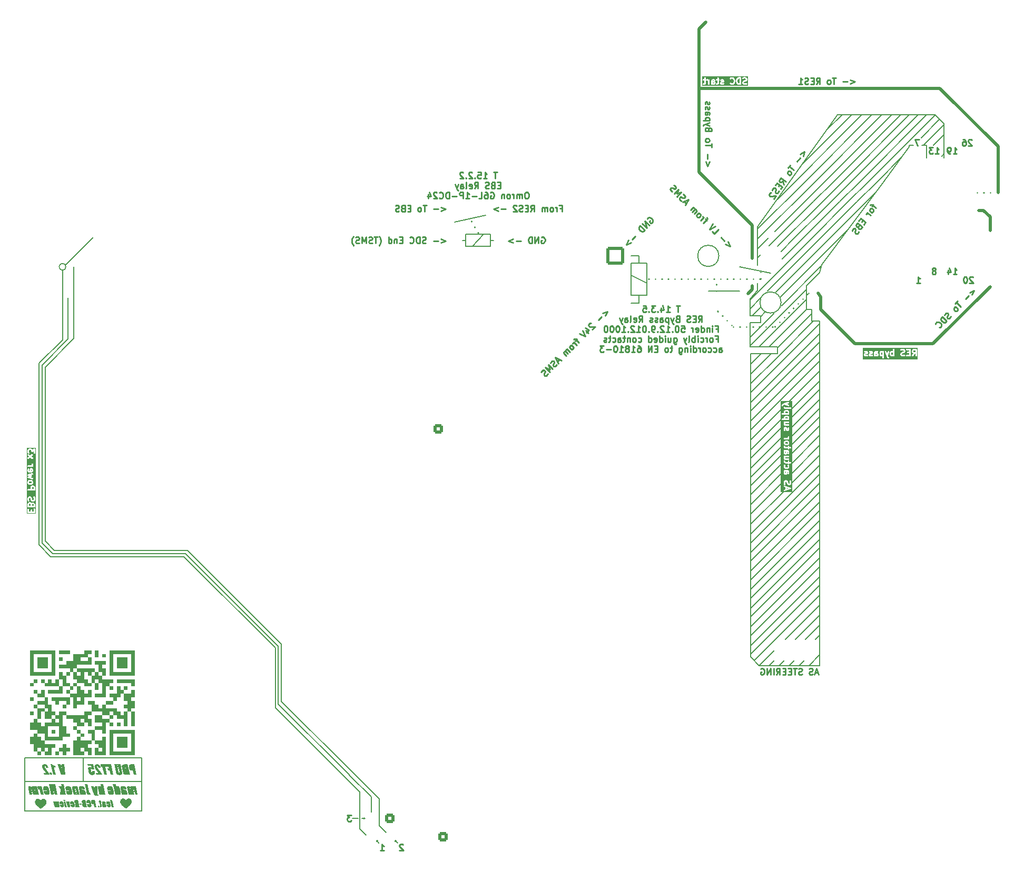
<source format=gbr>
%TF.GenerationSoftware,KiCad,Pcbnew,8.0.5*%
%TF.CreationDate,2025-02-05T16:42:01+01:00*%
%TF.ProjectId,FT25_PDU,46543235-5f50-4445-952e-6b696361645f,V1.2*%
%TF.SameCoordinates,Original*%
%TF.FileFunction,Legend,Bot*%
%TF.FilePolarity,Positive*%
%FSLAX46Y46*%
G04 Gerber Fmt 4.6, Leading zero omitted, Abs format (unit mm)*
G04 Created by KiCad (PCBNEW 8.0.5) date 2025-02-05 16:42:01*
%MOMM*%
%LPD*%
G01*
G04 APERTURE LIST*
G04 Aperture macros list*
%AMRoundRect*
0 Rectangle with rounded corners*
0 $1 Rounding radius*
0 $2 $3 $4 $5 $6 $7 $8 $9 X,Y pos of 4 corners*
0 Add a 4 corners polygon primitive as box body*
4,1,4,$2,$3,$4,$5,$6,$7,$8,$9,$2,$3,0*
0 Add four circle primitives for the rounded corners*
1,1,$1+$1,$2,$3*
1,1,$1+$1,$4,$5*
1,1,$1+$1,$6,$7*
1,1,$1+$1,$8,$9*
0 Add four rect primitives between the rounded corners*
20,1,$1+$1,$2,$3,$4,$5,0*
20,1,$1+$1,$4,$5,$6,$7,0*
20,1,$1+$1,$6,$7,$8,$9,0*
20,1,$1+$1,$8,$9,$2,$3,0*%
%AMRotRect*
0 Rectangle, with rotation*
0 The origin of the aperture is its center*
0 $1 length*
0 $2 width*
0 $3 Rotation angle, in degrees counterclockwise*
0 Add horizontal line*
21,1,$1,$2,0,0,$3*%
G04 Aperture macros list end*
%ADD10C,0.150000*%
%ADD11C,0.250000*%
%ADD12C,0.500000*%
%ADD13C,0.300000*%
%ADD14C,0.000000*%
%ADD15C,1.500000*%
%ADD16R,1.500000X1.500000*%
%ADD17C,5.600000*%
%ADD18C,2.400000*%
%ADD19R,2.400000X2.400000*%
%ADD20C,4.300000*%
%ADD21RoundRect,0.250001X0.499999X-0.499999X0.499999X0.499999X-0.499999X0.499999X-0.499999X-0.499999X0*%
%ADD22C,1.020000*%
%ADD23RotRect,1.500000X1.500000X135.000000*%
%ADD24C,1.520000*%
%ADD25R,1.520000X1.520000*%
%ADD26C,3.000000*%
%ADD27C,2.250000*%
%ADD28C,3.400000*%
%ADD29RotRect,1.500000X1.500000X315.000000*%
%ADD30O,1.700000X1.700000*%
%ADD31R,1.700000X1.700000*%
%ADD32C,2.800000*%
%ADD33RoundRect,0.250000X-1.150000X-1.150000X1.150000X-1.150000X1.150000X1.150000X-1.150000X1.150000X0*%
%ADD34RoundRect,0.250001X-0.499999X0.499999X-0.499999X-0.499999X0.499999X-0.499999X0.499999X0.499999X0*%
G04 APERTURE END LIST*
D10*
X226602939Y-131900000D02*
G75*
G02*
X223197061Y-131900000I-1702939J0D01*
G01*
X223197061Y-131900000D02*
G75*
G02*
X226602939Y-131900000I1702939J0D01*
G01*
X236597056Y-139400000D02*
G75*
G02*
X233202944Y-139400000I-1697056J0D01*
G01*
X233202944Y-139400000D02*
G75*
G02*
X236597056Y-139400000I1697056J0D01*
G01*
X257200000Y-114400000D02*
X257200000Y-114100000D01*
X241800000Y-123200000D02*
X234700000Y-130300000D01*
X247800000Y-120000000D02*
X258600000Y-109200000D01*
X167500000Y-214800000D02*
X167600000Y-214900000D01*
X171658579Y-226058579D02*
X171729289Y-225987868D01*
X240000000Y-129200000D02*
X236800000Y-132400000D01*
X242800000Y-132200000D02*
X236500000Y-138500000D01*
X242800000Y-133800000D02*
X243000000Y-133600000D01*
X115050000Y-212650000D02*
X133850000Y-212650000D01*
X133850000Y-221200000D01*
X115050000Y-221200000D01*
X115050000Y-212650000D01*
D11*
X235600000Y-143300000D02*
X235635355Y-143264645D01*
X236342462Y-142557538D02*
X236377817Y-142522183D01*
X237084924Y-141815076D02*
X237120280Y-141779720D01*
X237827386Y-141072614D02*
X237862742Y-141037258D01*
X238569848Y-140330152D02*
X238605204Y-140294796D01*
X239312311Y-139587689D02*
X239347666Y-139552334D01*
X240054773Y-138845227D02*
X240090128Y-138809872D01*
X240797235Y-138102765D02*
X240832590Y-138067410D01*
X228900000Y-143300000D02*
X228950000Y-143300000D01*
X229950000Y-143300000D02*
X230000000Y-143300000D01*
X231000000Y-143300000D02*
X231050000Y-143300000D01*
X232050000Y-143300000D02*
X232100000Y-143300000D01*
X233100000Y-143300000D02*
X233150000Y-143300000D01*
X234150000Y-143300000D02*
X234200000Y-143300000D01*
X235200000Y-143300000D02*
X235250000Y-143300000D01*
D10*
X185875000Y-130400000D02*
X185875000Y-128400000D01*
X246400000Y-109200000D02*
X244000000Y-111600000D01*
X169600000Y-222400000D02*
X169600000Y-222500000D01*
X231600000Y-146400000D02*
X240700000Y-137300000D01*
X241500000Y-140500000D02*
X241500000Y-141200000D01*
X167600000Y-214900000D02*
X172000000Y-219300000D01*
X174658579Y-226058579D02*
X174729289Y-225987868D01*
D12*
X223400000Y-118400000D02*
X232000000Y-127000000D01*
X232000000Y-137300000D02*
X231300000Y-138000000D01*
D10*
X115050000Y-216450000D02*
X133850000Y-216450000D01*
X261300000Y-109200000D02*
X245700000Y-109200000D01*
X171658579Y-226058579D02*
X171587868Y-226129289D01*
D12*
X270200000Y-127800000D02*
X270200000Y-125600000D01*
D11*
X226400000Y-140800000D02*
X226435355Y-140835355D01*
X227142462Y-141542462D02*
X227177817Y-141577817D01*
X227884924Y-142284924D02*
X227920280Y-142320280D01*
X228627386Y-143027386D02*
X228662742Y-143062742D01*
D10*
X236200000Y-146500000D02*
X236000000Y-146700000D01*
X260000000Y-114100000D02*
X260000000Y-116100000D01*
X189100000Y-125400000D02*
X184100000Y-126500000D01*
X236000000Y-148200000D02*
X231700000Y-152500000D01*
D11*
X241000000Y-137900000D02*
X241050000Y-137900000D01*
D10*
X155800000Y-204000000D02*
X167100000Y-215300000D01*
X231700000Y-156900000D02*
X242800000Y-145800000D01*
X243100000Y-133300000D02*
X252900000Y-120300000D01*
X235600000Y-128000000D02*
X240400000Y-123200000D01*
X259500000Y-114100000D02*
X262800000Y-110800000D01*
X174729289Y-225987868D02*
X174587868Y-225987868D01*
X212450000Y-138200000D02*
X215000000Y-138200000D01*
X119800000Y-179300000D02*
X141200000Y-179300000D01*
X119200000Y-180300000D02*
X140600000Y-180300000D01*
X262800000Y-115500000D02*
X262400000Y-115900000D01*
X242800000Y-197800000D02*
X233100000Y-197800000D01*
X248800000Y-123200000D02*
X252000000Y-120000000D01*
D12*
X223400000Y-113000000D02*
X223400000Y-96600000D01*
D10*
X233300000Y-141700000D02*
X234100000Y-140900000D01*
X140600000Y-180300000D02*
X155300000Y-195000000D01*
X232800000Y-130800000D02*
X234600000Y-129000000D01*
D11*
X215300000Y-135600000D02*
X215350000Y-135600000D01*
X216350000Y-135600000D02*
X216400000Y-135600000D01*
X217400000Y-135600000D02*
X217450000Y-135600000D01*
X218450000Y-135600000D02*
X218500000Y-135600000D01*
X219500000Y-135600000D02*
X219550000Y-135600000D01*
X220550000Y-135600000D02*
X220600000Y-135600000D01*
X221600000Y-135600000D02*
X221650000Y-135600000D01*
X222650000Y-135600000D02*
X222700000Y-135600000D01*
X223700000Y-135600000D02*
X223750000Y-135600000D01*
X224750000Y-135600000D02*
X224800000Y-135600000D01*
X225800000Y-135600000D02*
X225850000Y-135600000D01*
X226850000Y-135600000D02*
X226900000Y-135600000D01*
X227900000Y-135600000D02*
X227950000Y-135600000D01*
X228950000Y-135600000D02*
X229000000Y-135600000D01*
X230000000Y-135600000D02*
X230050000Y-135600000D01*
X231050000Y-135600000D02*
X231100000Y-135600000D01*
X232100000Y-135600000D02*
X232150000Y-135600000D01*
X233150000Y-135600000D02*
X233200000Y-135600000D01*
D10*
X231600000Y-146500000D02*
X231600000Y-142600000D01*
X167100000Y-215300000D02*
X167300000Y-215500000D01*
X234700000Y-146500000D02*
X240700000Y-140500000D01*
X242800000Y-177500000D02*
X231700000Y-188600000D01*
X231700000Y-193000000D02*
X242800000Y-181900000D01*
X246000000Y-123200000D02*
X249200000Y-120000000D01*
X242800000Y-192900000D02*
X242100000Y-193600000D01*
D12*
X243000000Y-140500000D02*
X248500000Y-146000000D01*
D10*
X241400000Y-129200000D02*
X247400000Y-123200000D01*
X234700000Y-197800000D02*
X235500000Y-197000000D01*
X171587868Y-225987868D02*
X171587868Y-226129289D01*
D11*
X233300000Y-135600000D02*
X233300000Y-135550000D01*
X233300000Y-134550000D02*
X233300000Y-134500000D01*
D10*
X169600000Y-222300000D02*
X169600000Y-222400000D01*
X240400000Y-120000000D02*
X232800000Y-127600000D01*
X117300000Y-149200000D02*
X117300000Y-178400000D01*
X242800000Y-168500000D02*
X231700000Y-179600000D01*
X122900000Y-133700000D02*
X122900000Y-145200000D01*
X215000000Y-138200000D02*
X215000000Y-133100000D01*
X231700000Y-187000000D02*
X242800000Y-175900000D01*
X242800000Y-162400000D02*
X238200000Y-167000000D01*
X232800000Y-132200000D02*
X233300000Y-131700000D01*
X121100000Y-134200000D02*
X121100000Y-145400000D01*
X174587868Y-225987868D02*
X174587868Y-226129289D01*
X243600000Y-120000000D02*
X254400000Y-109200000D01*
X231700000Y-161500000D02*
X236600000Y-156600000D01*
X118300000Y-149800000D02*
X118300000Y-177800000D01*
X239500000Y-197800000D02*
X240300000Y-197000000D01*
X241800000Y-123200000D02*
X245000000Y-120000000D01*
X124450000Y-212650000D02*
X124450000Y-216450000D01*
X121640000Y-133660000D02*
G75*
G02*
X120560000Y-133660000I-540000J0D01*
G01*
X120560000Y-133660000D02*
G75*
G02*
X121640000Y-133660000I540000J0D01*
G01*
X231700000Y-164500000D02*
X236600000Y-159600000D01*
X155300000Y-195000000D02*
X155300000Y-204600000D01*
X185875000Y-129400000D02*
X185375000Y-129400000D01*
X245700000Y-109200000D02*
X232800000Y-127200000D01*
X238600000Y-129200000D02*
X243900000Y-123900000D01*
D12*
X223400000Y-113000000D02*
X223400000Y-118400000D01*
D10*
X231700000Y-190000000D02*
X242800000Y-178900000D01*
X242800000Y-150400000D02*
X237900000Y-155300000D01*
X189875000Y-128400000D02*
X189875000Y-130400000D01*
D11*
X226200000Y-137600000D02*
X226200000Y-137550000D01*
X226200000Y-136550000D02*
X226200000Y-136500000D01*
D10*
X167700000Y-222400000D02*
X168600000Y-222400000D01*
X231700000Y-170300000D02*
X236700000Y-165300000D01*
D12*
X248500000Y-146000000D02*
X261000000Y-146000000D01*
D10*
X243900000Y-123900000D02*
X247800000Y-120000000D01*
X261300000Y-109200000D02*
X262800000Y-110600000D01*
X233300000Y-141500000D02*
X231600000Y-141500000D01*
X231700000Y-166100000D02*
X237250000Y-160550000D01*
X242800000Y-129200000D02*
X248800000Y-123200000D01*
X231600000Y-140400000D02*
X233300000Y-138700000D01*
D12*
X232000000Y-137300000D02*
X232000000Y-136700000D01*
D10*
X231700000Y-168900000D02*
X236700000Y-163900000D01*
X242800000Y-144400000D02*
X231700000Y-155500000D01*
X231700000Y-173500000D02*
X236700000Y-168500000D01*
X117300000Y-178400000D02*
X119200000Y-180300000D01*
X242800000Y-153400000D02*
X238300000Y-157900000D01*
X122900000Y-145200000D02*
X118300000Y-149800000D01*
X242800000Y-180500000D02*
X231700000Y-191600000D01*
X242800000Y-147400000D02*
X231700000Y-158500000D01*
D12*
X270200000Y-125600000D02*
X269100000Y-124600000D01*
D10*
X240700000Y-140500000D02*
X241500000Y-140500000D01*
X240700000Y-136700000D02*
X240700000Y-140500000D01*
X249600000Y-109200000D02*
X236000000Y-122800000D01*
X241500000Y-142400000D02*
X242800000Y-142400000D01*
X174587868Y-226129289D02*
X174658579Y-226058579D01*
X242800000Y-188100000D02*
X237300000Y-193600000D01*
X242800000Y-164000000D02*
X238300000Y-168500000D01*
X257200000Y-114100000D02*
X257900000Y-114100000D01*
X212450000Y-133100000D02*
X212450000Y-138200000D01*
X186975000Y-130400000D02*
X188775000Y-128400000D01*
X231700000Y-147600000D02*
X236000000Y-147600000D01*
D12*
X223400000Y-96600000D02*
X223400000Y-95400000D01*
D10*
X252900000Y-120300000D02*
X257200000Y-114400000D01*
X243600000Y-120000000D02*
X240400000Y-123200000D01*
D11*
X268100000Y-121700000D02*
X268150000Y-121700000D01*
X269150000Y-121700000D02*
X269200000Y-121700000D01*
X270200000Y-121700000D02*
X270250000Y-121700000D01*
D10*
X240400000Y-120000000D02*
X251200000Y-109200000D01*
D12*
X232000000Y-127000000D02*
X232000000Y-132300000D01*
X271500000Y-114300000D02*
X262100000Y-105000000D01*
D10*
X171729289Y-225987868D02*
X171587868Y-225987868D01*
X232800000Y-133400000D02*
X232800000Y-129200000D01*
X249200000Y-120000000D02*
X260000000Y-109200000D01*
X189875000Y-130400000D02*
X185875000Y-130400000D01*
X245000000Y-120000000D02*
X255800000Y-109200000D01*
X232800000Y-129200000D02*
X232800000Y-127200000D01*
X241400000Y-129200000D02*
X231600000Y-139000000D01*
X231700000Y-175100000D02*
X237000000Y-169800000D01*
D12*
X262100000Y-105000000D02*
X223500000Y-105000000D01*
D10*
X250600000Y-120000000D02*
X261300000Y-109300000D01*
X189875000Y-129400000D02*
X190375000Y-129400000D01*
X233100000Y-197800000D02*
X235500000Y-195400000D01*
X231600000Y-138800000D02*
X232800000Y-137500000D01*
X242800000Y-152000000D02*
X238300000Y-156500000D01*
X140850000Y-179800000D02*
X155800000Y-194700000D01*
X236000000Y-147600000D02*
X236000000Y-146500000D01*
X231600000Y-142600000D02*
X233300000Y-142600000D01*
X238600000Y-129200000D02*
X236600000Y-131200000D01*
X171587868Y-226129289D02*
X171658579Y-226058579D01*
X168900000Y-224100000D02*
X169900000Y-225100000D01*
X246400000Y-120000000D02*
X257200000Y-109200000D01*
X155800000Y-194700000D02*
X155800000Y-204000000D01*
X262000000Y-110000000D02*
X259100000Y-112900000D01*
X233300000Y-142600000D02*
X233300000Y-141500000D01*
X231700000Y-153900000D02*
X242800000Y-142800000D01*
X252000000Y-120000000D02*
X256100000Y-115900000D01*
X240000000Y-129200000D02*
X246000000Y-123200000D01*
X185875000Y-128400000D02*
X189875000Y-128400000D01*
X232000000Y-141500000D02*
X233400000Y-140100000D01*
X242800000Y-189700000D02*
X238900000Y-193600000D01*
X242000000Y-120000000D02*
X252800000Y-109200000D01*
D12*
X243000000Y-138500000D02*
X243000000Y-140500000D01*
D10*
X242800000Y-159200000D02*
X238300000Y-163700000D01*
X231700000Y-171900000D02*
X236800000Y-166800000D01*
X167300000Y-215500000D02*
X170750000Y-218950000D01*
X236300000Y-197800000D02*
X237100000Y-197000000D01*
X241500000Y-141200000D02*
X241500000Y-142400000D01*
X224900000Y-137600000D02*
X229900000Y-137600000D01*
X117800000Y-149500000D02*
X117800000Y-178000000D01*
X231600000Y-141500000D02*
X231600000Y-138800000D01*
X174941421Y-226341421D02*
X174658579Y-226058579D01*
X169700000Y-222400000D02*
X169600000Y-222300000D01*
X212450000Y-131850000D02*
X213750000Y-131850000D01*
X121100000Y-145400000D02*
X117300000Y-149200000D01*
X212450000Y-135000000D02*
X215000000Y-136300000D01*
X242800000Y-155000000D02*
X238200000Y-159600000D01*
X232800000Y-136300000D02*
X232800000Y-137500000D01*
X242000000Y-120000000D02*
X232800000Y-129200000D01*
X242800000Y-132200000D02*
X247500000Y-127500000D01*
X231700000Y-196000000D02*
X242800000Y-184900000D01*
X118300000Y-177800000D02*
X119800000Y-179300000D01*
X117800000Y-178000000D02*
X117800000Y-178100000D01*
X213750000Y-139500000D02*
X213750000Y-138250000D01*
X171941421Y-226341421D02*
X171658579Y-226058579D01*
X213750000Y-131850000D02*
X213750000Y-133050000D01*
X236200000Y-146500000D02*
X241500000Y-141200000D01*
X155300000Y-204600000D02*
X168900000Y-218200000D01*
X156300000Y-203600000D02*
X167500000Y-214800000D01*
X168900000Y-218200000D02*
X168900000Y-224100000D01*
X231700000Y-163100000D02*
X236600000Y-158200000D01*
X141200000Y-179300000D02*
X156300000Y-194400000D01*
X242800000Y-129200000D02*
X234400000Y-137600000D01*
X242800000Y-134600000D02*
X240700000Y-136700000D01*
X170750000Y-218950000D02*
X170750000Y-221400000D01*
X242800000Y-165600000D02*
X231700000Y-176700000D01*
X231700000Y-167500000D02*
X236700000Y-162500000D01*
X231700000Y-184000000D02*
X242800000Y-172900000D01*
X233100000Y-197800000D02*
X231700000Y-196400000D01*
D12*
X223400000Y-95400000D02*
X224500000Y-94300000D01*
D10*
X229900000Y-133700000D02*
X234900000Y-134700000D01*
X169600000Y-222500000D02*
X169700000Y-222400000D01*
D12*
X242500000Y-137900000D02*
X243000000Y-138500000D01*
D10*
X243000000Y-133600000D02*
X236700000Y-139900000D01*
X231700000Y-196400000D02*
X231700000Y-147600000D01*
X259200000Y-114100000D02*
X260000000Y-114100000D01*
X231600000Y-145000000D02*
X235500000Y-141100000D01*
X122000000Y-139200000D02*
X122000000Y-138700000D01*
X212450000Y-139500000D02*
X213750000Y-139500000D01*
X262800000Y-110600000D02*
X262800000Y-116100000D01*
X174658579Y-226058579D02*
X174587868Y-226129289D01*
X231700000Y-150900000D02*
X235000000Y-147600000D01*
D12*
X261000000Y-146000000D02*
X270200000Y-136900000D01*
D10*
X231700000Y-149300000D02*
X233400000Y-147600000D01*
X242800000Y-156400000D02*
X238300000Y-160900000D01*
X119500000Y-179800000D02*
X140850000Y-179800000D01*
D12*
X271500000Y-121700000D02*
X271500000Y-114400000D01*
D10*
X231700000Y-159900000D02*
X242800000Y-148800000D01*
X248000000Y-109200000D02*
X240100000Y-117100000D01*
X117800000Y-178100000D02*
X119500000Y-179800000D01*
X156300000Y-194400000D02*
X156300000Y-203600000D01*
X169600000Y-222400000D02*
X169600000Y-222300000D01*
X243100000Y-123300000D02*
X236000000Y-130400000D01*
X122000000Y-145300000D02*
X117800000Y-149500000D01*
X122000000Y-139200000D02*
X122000000Y-145300000D01*
X231700000Y-178100000D02*
X242800000Y-167000000D01*
X250200000Y-123300000D02*
X252000000Y-121500000D01*
D11*
X187900000Y-128200000D02*
X187874986Y-128156707D01*
X187374709Y-127290842D02*
X187349695Y-127247548D01*
X186849417Y-126381683D02*
X186824403Y-126338390D01*
D10*
X242800000Y-174500000D02*
X231700000Y-185600000D01*
X242800000Y-183500000D02*
X231700000Y-194600000D01*
X236000000Y-148200000D02*
X241800000Y-142400000D01*
X247400000Y-123200000D02*
X250600000Y-120000000D01*
X237900000Y-197800000D02*
X238700000Y-197000000D01*
X242800000Y-142400000D02*
X242800000Y-197800000D01*
X241100000Y-197800000D02*
X242800000Y-196100000D01*
X242800000Y-157800000D02*
X238300000Y-162300000D01*
D12*
X269100000Y-124600000D02*
X268400000Y-124600000D01*
D10*
X242800000Y-160800000D02*
X238200000Y-165400000D01*
X242800000Y-130700000D02*
X235800000Y-137700000D01*
X261100000Y-114100000D02*
X262800000Y-112400000D01*
X231700000Y-147700000D02*
X231800000Y-147600000D01*
X242800000Y-191300000D02*
X240500000Y-193600000D01*
X172000000Y-223600000D02*
X173100000Y-224700000D01*
X242800000Y-186500000D02*
X232300000Y-197000000D01*
X242800000Y-171500000D02*
X231700000Y-182600000D01*
X172000000Y-219300000D02*
X172000000Y-223600000D01*
X236000000Y-146500000D02*
X231600000Y-146500000D01*
X215000000Y-133100000D02*
X212450000Y-133100000D01*
X246400000Y-120000000D02*
X243100000Y-123300000D01*
X240700000Y-138900000D02*
X233100000Y-146500000D01*
X169200000Y-222400000D02*
X169600000Y-222400000D01*
X242800000Y-130700000D02*
X250200000Y-123300000D01*
X126000000Y-128900000D02*
X121600000Y-133300000D01*
X231700000Y-181000000D02*
X242800000Y-169900000D01*
X243100000Y-133300000D02*
X242800000Y-134600000D01*
D11*
X225077783Y-116758067D02*
X224792069Y-117519971D01*
X224792069Y-117519971D02*
X224506355Y-116758067D01*
X224792069Y-116281876D02*
X224792069Y-115519972D01*
X225411116Y-114424733D02*
X225411116Y-113853305D01*
X224411116Y-114139019D02*
X225411116Y-114139019D01*
X224411116Y-113377114D02*
X224458736Y-113472352D01*
X224458736Y-113472352D02*
X224506355Y-113519971D01*
X224506355Y-113519971D02*
X224601593Y-113567590D01*
X224601593Y-113567590D02*
X224887307Y-113567590D01*
X224887307Y-113567590D02*
X224982545Y-113519971D01*
X224982545Y-113519971D02*
X225030164Y-113472352D01*
X225030164Y-113472352D02*
X225077783Y-113377114D01*
X225077783Y-113377114D02*
X225077783Y-113234257D01*
X225077783Y-113234257D02*
X225030164Y-113139019D01*
X225030164Y-113139019D02*
X224982545Y-113091400D01*
X224982545Y-113091400D02*
X224887307Y-113043781D01*
X224887307Y-113043781D02*
X224601593Y-113043781D01*
X224601593Y-113043781D02*
X224506355Y-113091400D01*
X224506355Y-113091400D02*
X224458736Y-113139019D01*
X224458736Y-113139019D02*
X224411116Y-113234257D01*
X224411116Y-113234257D02*
X224411116Y-113377114D01*
X224934926Y-111519971D02*
X224887307Y-111377114D01*
X224887307Y-111377114D02*
X224839688Y-111329495D01*
X224839688Y-111329495D02*
X224744450Y-111281876D01*
X224744450Y-111281876D02*
X224601593Y-111281876D01*
X224601593Y-111281876D02*
X224506355Y-111329495D01*
X224506355Y-111329495D02*
X224458736Y-111377114D01*
X224458736Y-111377114D02*
X224411116Y-111472352D01*
X224411116Y-111472352D02*
X224411116Y-111853304D01*
X224411116Y-111853304D02*
X225411116Y-111853304D01*
X225411116Y-111853304D02*
X225411116Y-111519971D01*
X225411116Y-111519971D02*
X225363497Y-111424733D01*
X225363497Y-111424733D02*
X225315878Y-111377114D01*
X225315878Y-111377114D02*
X225220640Y-111329495D01*
X225220640Y-111329495D02*
X225125402Y-111329495D01*
X225125402Y-111329495D02*
X225030164Y-111377114D01*
X225030164Y-111377114D02*
X224982545Y-111424733D01*
X224982545Y-111424733D02*
X224934926Y-111519971D01*
X224934926Y-111519971D02*
X224934926Y-111853304D01*
X225077783Y-110948542D02*
X224411116Y-110710447D01*
X225077783Y-110472352D02*
X224411116Y-110710447D01*
X224411116Y-110710447D02*
X224173021Y-110805685D01*
X224173021Y-110805685D02*
X224125402Y-110853304D01*
X224125402Y-110853304D02*
X224077783Y-110948542D01*
X225077783Y-110091399D02*
X224077783Y-110091399D01*
X225030164Y-110091399D02*
X225077783Y-109996161D01*
X225077783Y-109996161D02*
X225077783Y-109805685D01*
X225077783Y-109805685D02*
X225030164Y-109710447D01*
X225030164Y-109710447D02*
X224982545Y-109662828D01*
X224982545Y-109662828D02*
X224887307Y-109615209D01*
X224887307Y-109615209D02*
X224601593Y-109615209D01*
X224601593Y-109615209D02*
X224506355Y-109662828D01*
X224506355Y-109662828D02*
X224458736Y-109710447D01*
X224458736Y-109710447D02*
X224411116Y-109805685D01*
X224411116Y-109805685D02*
X224411116Y-109996161D01*
X224411116Y-109996161D02*
X224458736Y-110091399D01*
X224411116Y-108758066D02*
X224934926Y-108758066D01*
X224934926Y-108758066D02*
X225030164Y-108805685D01*
X225030164Y-108805685D02*
X225077783Y-108900923D01*
X225077783Y-108900923D02*
X225077783Y-109091399D01*
X225077783Y-109091399D02*
X225030164Y-109186637D01*
X224458736Y-108758066D02*
X224411116Y-108853304D01*
X224411116Y-108853304D02*
X224411116Y-109091399D01*
X224411116Y-109091399D02*
X224458736Y-109186637D01*
X224458736Y-109186637D02*
X224553974Y-109234256D01*
X224553974Y-109234256D02*
X224649212Y-109234256D01*
X224649212Y-109234256D02*
X224744450Y-109186637D01*
X224744450Y-109186637D02*
X224792069Y-109091399D01*
X224792069Y-109091399D02*
X224792069Y-108853304D01*
X224792069Y-108853304D02*
X224839688Y-108758066D01*
X224458736Y-108329494D02*
X224411116Y-108234256D01*
X224411116Y-108234256D02*
X224411116Y-108043780D01*
X224411116Y-108043780D02*
X224458736Y-107948542D01*
X224458736Y-107948542D02*
X224553974Y-107900923D01*
X224553974Y-107900923D02*
X224601593Y-107900923D01*
X224601593Y-107900923D02*
X224696831Y-107948542D01*
X224696831Y-107948542D02*
X224744450Y-108043780D01*
X224744450Y-108043780D02*
X224744450Y-108186637D01*
X224744450Y-108186637D02*
X224792069Y-108281875D01*
X224792069Y-108281875D02*
X224887307Y-108329494D01*
X224887307Y-108329494D02*
X224934926Y-108329494D01*
X224934926Y-108329494D02*
X225030164Y-108281875D01*
X225030164Y-108281875D02*
X225077783Y-108186637D01*
X225077783Y-108186637D02*
X225077783Y-108043780D01*
X225077783Y-108043780D02*
X225030164Y-107948542D01*
X224458736Y-107519970D02*
X224411116Y-107424732D01*
X224411116Y-107424732D02*
X224411116Y-107234256D01*
X224411116Y-107234256D02*
X224458736Y-107139018D01*
X224458736Y-107139018D02*
X224553974Y-107091399D01*
X224553974Y-107091399D02*
X224601593Y-107091399D01*
X224601593Y-107091399D02*
X224696831Y-107139018D01*
X224696831Y-107139018D02*
X224744450Y-107234256D01*
X224744450Y-107234256D02*
X224744450Y-107377113D01*
X224744450Y-107377113D02*
X224792069Y-107472351D01*
X224792069Y-107472351D02*
X224887307Y-107519970D01*
X224887307Y-107519970D02*
X224934926Y-107519970D01*
X224934926Y-107519970D02*
X225030164Y-107472351D01*
X225030164Y-107472351D02*
X225077783Y-107377113D01*
X225077783Y-107377113D02*
X225077783Y-107234256D01*
X225077783Y-107234256D02*
X225030164Y-107139018D01*
D13*
G36*
X120290683Y-213706793D02*
G01*
X120860746Y-215395000D01*
X121525331Y-215395000D01*
X121422749Y-213706793D01*
X120951604Y-213706793D01*
X120959912Y-213793518D01*
X120968348Y-213878664D01*
X120976913Y-213962229D01*
X120985607Y-214044214D01*
X120994430Y-214124620D01*
X121003382Y-214203446D01*
X121012462Y-214280691D01*
X121021671Y-214356357D01*
X121031009Y-214430443D01*
X121045258Y-214538609D01*
X121059796Y-214643220D01*
X121074624Y-214744276D01*
X121089742Y-214841778D01*
X121099982Y-214904804D01*
X121076330Y-214810702D01*
X121052910Y-214718950D01*
X121029721Y-214629549D01*
X121006765Y-214542498D01*
X120984040Y-214457799D01*
X120961547Y-214375449D01*
X120939287Y-214295451D01*
X120917257Y-214217802D01*
X120895460Y-214142505D01*
X120873895Y-214069558D01*
X120859647Y-214022233D01*
X120763293Y-213706793D01*
X120290683Y-213706793D01*
G37*
G36*
X119216503Y-213706793D02*
G01*
X119567480Y-215395000D01*
X119998691Y-215395000D01*
X119807815Y-214476891D01*
X119792165Y-214399531D01*
X119777865Y-214322377D01*
X119768586Y-214249556D01*
X119768614Y-214247180D01*
X119801587Y-214193691D01*
X119876892Y-214178702D01*
X119954730Y-214175809D01*
X119971580Y-214175739D01*
X120026168Y-214175739D01*
X119984036Y-213972407D01*
X119907729Y-213954072D01*
X119835063Y-213931489D01*
X119766038Y-213904658D01*
X119684876Y-213865147D01*
X119609403Y-213818999D01*
X119539618Y-213766214D01*
X119475522Y-213706793D01*
X119216503Y-213706793D01*
G37*
G36*
X119052738Y-215043290D02*
G01*
X119125645Y-215395000D01*
X119456838Y-215395000D01*
X119383931Y-215043290D01*
X119052738Y-215043290D01*
G37*
G36*
X118078575Y-215137079D02*
G01*
X118132065Y-215395000D01*
X119051639Y-215395000D01*
X119009507Y-215190568D01*
X118943112Y-215105055D01*
X118880123Y-215023729D01*
X118820540Y-214946591D01*
X118764364Y-214873640D01*
X118711593Y-214804877D01*
X118662228Y-214740301D01*
X118616269Y-214679912D01*
X118553718Y-214597181D01*
X118498830Y-214523871D01*
X118451605Y-214459983D01*
X118400560Y-214389455D01*
X118355913Y-214324849D01*
X118312479Y-214256245D01*
X118273444Y-214186470D01*
X118243050Y-214118976D01*
X118228052Y-214068761D01*
X118221393Y-213993576D01*
X118226953Y-213971308D01*
X118278610Y-213941266D01*
X118345712Y-213973929D01*
X118347487Y-213976071D01*
X118378872Y-214044008D01*
X118398412Y-214121151D01*
X118434315Y-214292976D01*
X118822661Y-214292976D01*
X118807274Y-214219337D01*
X118790997Y-214146371D01*
X118770552Y-214069471D01*
X118747557Y-214000983D01*
X118712314Y-213930879D01*
X118669381Y-213871459D01*
X118643509Y-213841981D01*
X118585171Y-213788589D01*
X118519518Y-213746017D01*
X118471684Y-213723646D01*
X118400223Y-213700701D01*
X118322354Y-213687281D01*
X118246004Y-213683346D01*
X118171967Y-213686539D01*
X118092592Y-213698801D01*
X118013044Y-213724729D01*
X117947555Y-213763175D01*
X117896126Y-213814138D01*
X117854154Y-213883816D01*
X117830089Y-213962057D01*
X117823720Y-214037544D01*
X117831061Y-214119587D01*
X117835676Y-214144232D01*
X117855872Y-214219634D01*
X117885318Y-214297097D01*
X117918673Y-214366568D01*
X117959109Y-214437617D01*
X117971963Y-214458206D01*
X118022951Y-214532416D01*
X118069937Y-214595500D01*
X118127319Y-214669471D01*
X118177178Y-214732094D01*
X118232884Y-214800843D01*
X118294437Y-214875715D01*
X118361838Y-214956712D01*
X118410021Y-215014112D01*
X118460802Y-215074235D01*
X118514183Y-215137079D01*
X118078575Y-215137079D01*
G37*
D11*
G36*
X252886716Y-147839619D02*
G01*
X252755511Y-147839619D01*
X252704809Y-147814268D01*
X252685877Y-147795336D01*
X252660526Y-147744634D01*
X252660526Y-147517936D01*
X252685876Y-147467234D01*
X252704809Y-147448302D01*
X252755511Y-147422952D01*
X252886716Y-147422952D01*
X252886716Y-147839619D01*
G37*
G36*
X252013784Y-147724454D02*
G01*
X252029573Y-147756031D01*
X252029573Y-147792252D01*
X252013783Y-147823831D01*
X251982208Y-147839619D01*
X251803383Y-147839619D01*
X251803383Y-147708666D01*
X251982208Y-147708666D01*
X252013784Y-147724454D01*
G37*
G36*
X254553383Y-147839619D02*
G01*
X254422178Y-147839619D01*
X254371476Y-147814268D01*
X254352544Y-147795336D01*
X254327193Y-147744634D01*
X254327193Y-147517936D01*
X254352543Y-147467234D01*
X254371476Y-147448302D01*
X254422178Y-147422952D01*
X254553383Y-147422952D01*
X254553383Y-147839619D01*
G37*
G36*
X258172431Y-147363428D02*
G01*
X257945988Y-147363428D01*
X257895286Y-147338077D01*
X257876353Y-147319145D01*
X257851003Y-147268444D01*
X257851003Y-147184603D01*
X257876353Y-147133901D01*
X257895286Y-147114969D01*
X257945988Y-147089619D01*
X258172431Y-147089619D01*
X258172431Y-147363428D01*
G37*
G36*
X258547431Y-148546970D02*
G01*
X249761716Y-148546970D01*
X249761716Y-147774142D01*
X249886716Y-147774142D01*
X249886716Y-147821761D01*
X249889118Y-147846147D01*
X249890836Y-147850296D01*
X249891155Y-147854776D01*
X249899912Y-147877662D01*
X249947531Y-147972901D01*
X249950098Y-147976979D01*
X249950740Y-147978904D01*
X249952818Y-147981300D01*
X249960585Y-147993638D01*
X249972427Y-148003909D01*
X249982696Y-148015749D01*
X249995029Y-148023513D01*
X249997430Y-148025595D01*
X249999357Y-148026237D01*
X250003433Y-148028803D01*
X250098671Y-148076422D01*
X250121557Y-148085180D01*
X250126037Y-148085498D01*
X250130187Y-148087217D01*
X250154573Y-148089619D01*
X250345049Y-148089619D01*
X250369435Y-148087217D01*
X250373583Y-148085498D01*
X250378065Y-148085180D01*
X250400951Y-148076422D01*
X250496188Y-148028804D01*
X250516926Y-148015749D01*
X250548882Y-147978904D01*
X250564305Y-147932634D01*
X250560847Y-147883984D01*
X250539036Y-147840361D01*
X250502191Y-147808405D01*
X250455920Y-147792982D01*
X250407271Y-147796439D01*
X250384385Y-147805197D01*
X250315541Y-147839619D01*
X250184082Y-147839619D01*
X250152505Y-147823830D01*
X250139565Y-147797951D01*
X250151470Y-147774142D01*
X250696240Y-147774142D01*
X250696240Y-147821761D01*
X250698642Y-147846147D01*
X250700360Y-147850296D01*
X250700679Y-147854776D01*
X250709436Y-147877662D01*
X250757055Y-147972901D01*
X250759622Y-147976979D01*
X250760264Y-147978904D01*
X250762342Y-147981300D01*
X250770109Y-147993638D01*
X250781951Y-148003909D01*
X250792220Y-148015749D01*
X250804553Y-148023513D01*
X250806954Y-148025595D01*
X250808881Y-148026237D01*
X250812957Y-148028803D01*
X250908195Y-148076422D01*
X250931081Y-148085180D01*
X250935561Y-148085498D01*
X250939711Y-148087217D01*
X250964097Y-148089619D01*
X251154573Y-148089619D01*
X251178959Y-148087217D01*
X251183107Y-148085498D01*
X251187589Y-148085180D01*
X251210475Y-148076422D01*
X251305712Y-148028804D01*
X251326450Y-148015749D01*
X251358406Y-147978904D01*
X251373829Y-147932634D01*
X251370371Y-147883984D01*
X251348560Y-147840361D01*
X251311715Y-147808405D01*
X251265444Y-147792982D01*
X251216795Y-147796439D01*
X251193909Y-147805197D01*
X251125065Y-147839619D01*
X250993606Y-147839619D01*
X250962029Y-147823830D01*
X250949089Y-147797951D01*
X250962028Y-147772073D01*
X250993606Y-147756285D01*
X251106954Y-147756285D01*
X251131340Y-147753883D01*
X251135488Y-147752164D01*
X251139970Y-147751846D01*
X251162856Y-147743088D01*
X251258093Y-147695470D01*
X251262171Y-147692902D01*
X251264096Y-147692261D01*
X251266493Y-147690181D01*
X251278831Y-147682415D01*
X251289100Y-147670574D01*
X251300941Y-147660305D01*
X251308707Y-147647968D01*
X251310787Y-147645570D01*
X251311428Y-147643644D01*
X251313995Y-147639568D01*
X251361614Y-147544330D01*
X251370372Y-147521444D01*
X251370690Y-147516963D01*
X251372409Y-147512814D01*
X251374811Y-147488428D01*
X251374811Y-147440809D01*
X251553383Y-147440809D01*
X251553383Y-147964619D01*
X251555785Y-147989005D01*
X251574449Y-148034065D01*
X251608937Y-148068553D01*
X251653997Y-148087217D01*
X251702769Y-148087217D01*
X251723494Y-148078632D01*
X251740605Y-148085180D01*
X251745085Y-148085498D01*
X251749235Y-148087217D01*
X251773621Y-148089619D01*
X252011716Y-148089619D01*
X252036102Y-148087217D01*
X252040250Y-148085498D01*
X252044732Y-148085180D01*
X252067618Y-148076422D01*
X252162855Y-148028804D01*
X252166932Y-148026237D01*
X252168859Y-148025595D01*
X252171258Y-148023513D01*
X252183593Y-148015749D01*
X252193859Y-148003911D01*
X252205704Y-147993639D01*
X252213471Y-147981299D01*
X252215549Y-147978904D01*
X252216190Y-147976980D01*
X252218758Y-147972901D01*
X252266377Y-147877662D01*
X252275134Y-147854777D01*
X252275452Y-147850296D01*
X252277171Y-147846147D01*
X252279573Y-147821761D01*
X252279573Y-147726523D01*
X252277171Y-147702137D01*
X252275452Y-147697987D01*
X252275134Y-147693507D01*
X252266376Y-147670621D01*
X252218757Y-147575383D01*
X252216190Y-147571306D01*
X252215549Y-147569381D01*
X252213469Y-147566982D01*
X252205703Y-147554646D01*
X252193862Y-147544376D01*
X252183593Y-147532536D01*
X252171255Y-147524769D01*
X252168858Y-147522690D01*
X252166933Y-147522048D01*
X252162855Y-147519481D01*
X252100748Y-147488428D01*
X252410526Y-147488428D01*
X252410526Y-147774142D01*
X252412928Y-147798528D01*
X252414646Y-147802676D01*
X252414965Y-147807158D01*
X252423723Y-147830044D01*
X252471341Y-147925281D01*
X252477948Y-147935777D01*
X252479211Y-147938825D01*
X252482028Y-147942258D01*
X252484396Y-147946019D01*
X252486890Y-147948182D01*
X252494756Y-147957767D01*
X252542375Y-148005387D01*
X252551963Y-148013256D01*
X252554125Y-148015749D01*
X252557879Y-148018112D01*
X252561316Y-148020933D01*
X252564369Y-148022197D01*
X252574862Y-148028803D01*
X252670100Y-148076422D01*
X252692986Y-148085180D01*
X252697466Y-148085498D01*
X252701616Y-148087217D01*
X252726002Y-148089619D01*
X252886716Y-148089619D01*
X252886716Y-148297952D01*
X252889118Y-148322338D01*
X252907782Y-148367398D01*
X252942270Y-148401886D01*
X252987330Y-148420550D01*
X253036102Y-148420550D01*
X253081162Y-148401886D01*
X253115650Y-148367398D01*
X253134314Y-148322338D01*
X253136716Y-148297952D01*
X253136716Y-147316221D01*
X253269011Y-147316221D01*
X253274951Y-147339994D01*
X253513046Y-148006661D01*
X253514049Y-148008784D01*
X253514704Y-148011043D01*
X253609942Y-148249138D01*
X253621229Y-148270887D01*
X253621772Y-148271443D01*
X253622069Y-148272160D01*
X253637614Y-148291102D01*
X253685232Y-148338721D01*
X253694820Y-148346590D01*
X253696982Y-148349082D01*
X253700739Y-148351447D01*
X253704174Y-148354266D01*
X253707224Y-148355529D01*
X253717719Y-148362136D01*
X253812957Y-148409755D01*
X253835843Y-148418513D01*
X253884492Y-148421970D01*
X253930763Y-148406547D01*
X253967608Y-148374591D01*
X253989419Y-148330968D01*
X253992877Y-148282318D01*
X253977454Y-148236048D01*
X253945498Y-148199203D01*
X253924760Y-148186148D01*
X253847666Y-148147601D01*
X253832533Y-148132469D01*
X253764391Y-147962114D01*
X253933565Y-147488428D01*
X254077193Y-147488428D01*
X254077193Y-147774142D01*
X254079595Y-147798528D01*
X254081313Y-147802676D01*
X254081632Y-147807158D01*
X254090390Y-147830044D01*
X254138008Y-147925281D01*
X254144615Y-147935777D01*
X254145878Y-147938825D01*
X254148695Y-147942258D01*
X254151063Y-147946019D01*
X254153557Y-147948182D01*
X254161423Y-147957767D01*
X254209042Y-148005387D01*
X254218630Y-148013256D01*
X254220792Y-148015749D01*
X254224546Y-148018112D01*
X254227983Y-148020933D01*
X254231036Y-148022197D01*
X254241529Y-148028803D01*
X254336767Y-148076422D01*
X254359653Y-148085180D01*
X254364133Y-148085498D01*
X254368283Y-148087217D01*
X254392669Y-148089619D01*
X254583145Y-148089619D01*
X254607531Y-148087217D01*
X254611679Y-148085498D01*
X254616161Y-148085180D01*
X254633271Y-148078632D01*
X254653997Y-148087217D01*
X254702769Y-148087217D01*
X254747829Y-148068553D01*
X254782317Y-148034065D01*
X254800981Y-147989005D01*
X254803383Y-147964619D01*
X254803383Y-147678904D01*
X255743860Y-147678904D01*
X255743860Y-147774142D01*
X255746262Y-147798528D01*
X255747980Y-147802676D01*
X255748299Y-147807158D01*
X255757057Y-147830044D01*
X255804675Y-147925281D01*
X255811282Y-147935777D01*
X255812545Y-147938825D01*
X255815362Y-147942258D01*
X255817730Y-147946019D01*
X255820224Y-147948182D01*
X255828090Y-147957767D01*
X255875709Y-148005387D01*
X255885297Y-148013256D01*
X255887459Y-148015749D01*
X255891213Y-148018112D01*
X255894650Y-148020933D01*
X255897703Y-148022197D01*
X255908196Y-148028803D01*
X256003434Y-148076422D01*
X256026320Y-148085180D01*
X256030800Y-148085498D01*
X256034950Y-148087217D01*
X256059336Y-148089619D01*
X256297431Y-148089619D01*
X256309774Y-148088403D01*
X256313065Y-148088637D01*
X256317394Y-148087652D01*
X256321817Y-148087217D01*
X256324868Y-148085953D01*
X256336959Y-148083204D01*
X256479816Y-148035586D01*
X256502191Y-148025595D01*
X256539037Y-147993640D01*
X256560849Y-147950016D01*
X256564306Y-147901366D01*
X256548883Y-147855097D01*
X256516927Y-147818251D01*
X256473303Y-147796439D01*
X256424653Y-147792982D01*
X256400759Y-147798415D01*
X256277148Y-147839619D01*
X256088845Y-147839619D01*
X256038143Y-147814268D01*
X256019211Y-147795336D01*
X255993860Y-147744634D01*
X255993860Y-147708412D01*
X256019210Y-147657710D01*
X256038143Y-147638778D01*
X256102964Y-147606368D01*
X256280129Y-147562077D01*
X256281928Y-147561433D01*
X256282828Y-147561370D01*
X256292974Y-147557487D01*
X256303204Y-147553832D01*
X256303928Y-147553295D01*
X256305714Y-147552612D01*
X256400951Y-147504994D01*
X256411449Y-147498384D01*
X256414496Y-147497123D01*
X256417927Y-147494307D01*
X256421689Y-147491939D01*
X256423852Y-147489444D01*
X256433438Y-147481578D01*
X256481057Y-147433960D01*
X256488926Y-147424371D01*
X256491418Y-147422210D01*
X256493783Y-147418452D01*
X256496602Y-147415018D01*
X256497865Y-147411967D01*
X256504472Y-147401473D01*
X256552091Y-147306235D01*
X256560849Y-147283349D01*
X256561167Y-147278868D01*
X256562886Y-147274719D01*
X256565288Y-147250333D01*
X256565288Y-147155095D01*
X256562886Y-147130709D01*
X256561167Y-147126559D01*
X256560849Y-147122079D01*
X256552091Y-147099193D01*
X256504472Y-147003955D01*
X256497865Y-146993460D01*
X256496602Y-146990410D01*
X256493783Y-146986975D01*
X256491418Y-146983218D01*
X256488926Y-146981056D01*
X256481057Y-146971468D01*
X256449821Y-146940233D01*
X256698643Y-146940233D01*
X256698643Y-146989005D01*
X256717307Y-147034065D01*
X256751795Y-147068553D01*
X256796855Y-147087217D01*
X256821241Y-147089619D01*
X257172431Y-147089619D01*
X257172431Y-147315809D01*
X256964098Y-147315809D01*
X256939712Y-147318211D01*
X256894652Y-147336875D01*
X256860164Y-147371363D01*
X256841500Y-147416423D01*
X256841500Y-147465195D01*
X256860164Y-147510255D01*
X256894652Y-147544743D01*
X256939712Y-147563407D01*
X256964098Y-147565809D01*
X257172431Y-147565809D01*
X257172431Y-147839619D01*
X256821241Y-147839619D01*
X256796855Y-147842021D01*
X256751795Y-147860685D01*
X256717307Y-147895173D01*
X256698643Y-147940233D01*
X256698643Y-147989005D01*
X256717307Y-148034065D01*
X256751795Y-148068553D01*
X256796855Y-148087217D01*
X256821241Y-148089619D01*
X257297431Y-148089619D01*
X257321817Y-148087217D01*
X257366877Y-148068553D01*
X257401365Y-148034065D01*
X257420029Y-147989005D01*
X257422431Y-147964619D01*
X257422431Y-147155095D01*
X257601003Y-147155095D01*
X257601003Y-147297952D01*
X257603405Y-147322338D01*
X257605123Y-147326486D01*
X257605442Y-147330968D01*
X257614200Y-147353854D01*
X257661818Y-147449091D01*
X257668427Y-147459589D01*
X257669689Y-147462636D01*
X257672504Y-147466067D01*
X257674873Y-147469829D01*
X257677367Y-147471992D01*
X257685234Y-147481578D01*
X257732852Y-147529197D01*
X257742440Y-147537066D01*
X257744602Y-147539558D01*
X257748359Y-147541923D01*
X257751794Y-147544742D01*
X257754844Y-147546005D01*
X257765339Y-147552612D01*
X257836810Y-147588347D01*
X257623599Y-147892936D01*
X257611582Y-147914292D01*
X257601032Y-147961909D01*
X257609508Y-148009940D01*
X257635720Y-148051071D01*
X257675676Y-148079040D01*
X257723293Y-148089590D01*
X257771324Y-148081114D01*
X257812455Y-148054902D01*
X257828407Y-148036302D01*
X258124418Y-147613428D01*
X258172431Y-147613428D01*
X258172431Y-147964619D01*
X258174833Y-147989005D01*
X258193497Y-148034065D01*
X258227985Y-148068553D01*
X258273045Y-148087217D01*
X258321817Y-148087217D01*
X258366877Y-148068553D01*
X258401365Y-148034065D01*
X258420029Y-147989005D01*
X258422431Y-147964619D01*
X258422431Y-146964619D01*
X258420029Y-146940233D01*
X258401365Y-146895173D01*
X258366877Y-146860685D01*
X258321817Y-146842021D01*
X258297431Y-146839619D01*
X257916479Y-146839619D01*
X257892093Y-146842021D01*
X257887943Y-146843739D01*
X257883463Y-146844058D01*
X257860577Y-146852816D01*
X257765339Y-146900435D01*
X257754844Y-146907041D01*
X257751794Y-146908305D01*
X257748359Y-146911123D01*
X257744602Y-146913489D01*
X257742440Y-146915980D01*
X257732852Y-146923850D01*
X257685234Y-146971469D01*
X257677367Y-146981054D01*
X257674873Y-146983218D01*
X257672504Y-146986979D01*
X257669689Y-146990411D01*
X257668427Y-146993457D01*
X257661818Y-147003956D01*
X257614200Y-147099193D01*
X257605442Y-147122079D01*
X257605123Y-147126560D01*
X257603405Y-147130709D01*
X257601003Y-147155095D01*
X257422431Y-147155095D01*
X257422431Y-146964619D01*
X257420029Y-146940233D01*
X257401365Y-146895173D01*
X257366877Y-146860685D01*
X257321817Y-146842021D01*
X257297431Y-146839619D01*
X256821241Y-146839619D01*
X256796855Y-146842021D01*
X256751795Y-146860685D01*
X256717307Y-146895173D01*
X256698643Y-146940233D01*
X256449821Y-146940233D01*
X256433438Y-146923850D01*
X256423852Y-146915983D01*
X256421689Y-146913489D01*
X256417927Y-146911120D01*
X256414496Y-146908305D01*
X256411449Y-146907043D01*
X256400951Y-146900434D01*
X256305714Y-146852816D01*
X256282828Y-146844058D01*
X256278346Y-146843739D01*
X256274198Y-146842021D01*
X256249812Y-146839619D01*
X256011717Y-146839619D01*
X255999373Y-146840834D01*
X255996082Y-146840601D01*
X255991752Y-146841585D01*
X255987331Y-146842021D01*
X255984281Y-146843284D01*
X255972188Y-146846034D01*
X255829332Y-146893653D01*
X255806957Y-146903643D01*
X255770111Y-146935598D01*
X255748299Y-146979223D01*
X255744842Y-147027872D01*
X255760265Y-147074141D01*
X255792220Y-147110987D01*
X255835845Y-147132799D01*
X255884494Y-147136256D01*
X255908388Y-147130823D01*
X256032003Y-147089619D01*
X256220304Y-147089619D01*
X256271005Y-147114969D01*
X256289937Y-147133902D01*
X256315288Y-147184603D01*
X256315288Y-147220824D01*
X256289937Y-147271525D01*
X256271005Y-147290458D01*
X256206185Y-147322868D01*
X256029019Y-147367160D01*
X256027219Y-147367803D01*
X256026320Y-147367867D01*
X256016173Y-147371749D01*
X256005944Y-147375405D01*
X256005219Y-147375941D01*
X256003434Y-147376625D01*
X255908196Y-147424244D01*
X255897701Y-147430850D01*
X255894651Y-147432114D01*
X255891216Y-147434932D01*
X255887459Y-147437298D01*
X255885297Y-147439789D01*
X255875709Y-147447659D01*
X255828091Y-147495278D01*
X255820224Y-147504863D01*
X255817730Y-147507027D01*
X255815361Y-147510788D01*
X255812546Y-147514220D01*
X255811284Y-147517266D01*
X255804675Y-147527765D01*
X255757057Y-147623002D01*
X255748299Y-147645888D01*
X255747980Y-147650369D01*
X255746262Y-147654518D01*
X255743860Y-147678904D01*
X254803383Y-147678904D01*
X254803383Y-146964619D01*
X254800981Y-146940233D01*
X254782317Y-146895173D01*
X254747829Y-146860685D01*
X254702769Y-146842021D01*
X254653997Y-146842021D01*
X254608937Y-146860685D01*
X254574449Y-146895173D01*
X254555785Y-146940233D01*
X254553383Y-146964619D01*
X254553383Y-147172952D01*
X254392669Y-147172952D01*
X254368283Y-147175354D01*
X254364133Y-147177072D01*
X254359653Y-147177391D01*
X254336767Y-147186149D01*
X254241529Y-147233768D01*
X254231034Y-147240374D01*
X254227984Y-147241638D01*
X254224549Y-147244456D01*
X254220792Y-147246822D01*
X254218630Y-147249313D01*
X254209042Y-147257183D01*
X254161424Y-147304802D01*
X254153557Y-147314387D01*
X254151063Y-147316551D01*
X254148694Y-147320312D01*
X254145879Y-147323744D01*
X254144617Y-147326790D01*
X254138008Y-147337289D01*
X254090390Y-147432526D01*
X254081632Y-147455412D01*
X254081313Y-147459893D01*
X254079595Y-147464042D01*
X254077193Y-147488428D01*
X253933565Y-147488428D01*
X253986577Y-147339994D01*
X253992516Y-147316221D01*
X253990095Y-147267509D01*
X253969216Y-147223430D01*
X253933058Y-147190698D01*
X253887128Y-147174295D01*
X253838415Y-147176716D01*
X253794337Y-147197595D01*
X253761605Y-147233753D01*
X253751141Y-147255910D01*
X253630764Y-147592966D01*
X253510387Y-147255910D01*
X253499923Y-147233753D01*
X253467191Y-147197595D01*
X253423112Y-147176716D01*
X253374400Y-147174294D01*
X253328470Y-147190698D01*
X253292312Y-147223430D01*
X253271433Y-147267509D01*
X253269011Y-147316221D01*
X253136716Y-147316221D01*
X253136716Y-147297952D01*
X253134314Y-147273566D01*
X253115650Y-147228506D01*
X253081162Y-147194018D01*
X253036102Y-147175354D01*
X252987330Y-147175354D01*
X252966604Y-147183938D01*
X252949494Y-147177391D01*
X252945012Y-147177072D01*
X252940864Y-147175354D01*
X252916478Y-147172952D01*
X252726002Y-147172952D01*
X252701616Y-147175354D01*
X252697466Y-147177072D01*
X252692986Y-147177391D01*
X252670100Y-147186149D01*
X252574862Y-147233768D01*
X252564367Y-147240374D01*
X252561317Y-147241638D01*
X252557882Y-147244456D01*
X252554125Y-147246822D01*
X252551963Y-147249313D01*
X252542375Y-147257183D01*
X252494757Y-147304802D01*
X252486890Y-147314387D01*
X252484396Y-147316551D01*
X252482027Y-147320312D01*
X252479212Y-147323744D01*
X252477950Y-147326790D01*
X252471341Y-147337289D01*
X252423723Y-147432526D01*
X252414965Y-147455412D01*
X252414646Y-147459893D01*
X252412928Y-147464042D01*
X252410526Y-147488428D01*
X252100748Y-147488428D01*
X252067618Y-147471863D01*
X252044732Y-147463105D01*
X252040250Y-147462786D01*
X252036102Y-147461068D01*
X252011716Y-147458666D01*
X251809208Y-147458666D01*
X251819171Y-147438740D01*
X251850749Y-147422952D01*
X251982208Y-147422952D01*
X252051052Y-147457374D01*
X252073938Y-147466132D01*
X252122587Y-147469589D01*
X252168858Y-147454166D01*
X252205703Y-147422210D01*
X252227514Y-147378587D01*
X252230972Y-147329937D01*
X252215549Y-147283667D01*
X252183593Y-147246822D01*
X252162855Y-147233767D01*
X252067618Y-147186149D01*
X252044732Y-147177391D01*
X252040250Y-147177072D01*
X252036102Y-147175354D01*
X252011716Y-147172952D01*
X251821240Y-147172952D01*
X251796854Y-147175354D01*
X251792704Y-147177072D01*
X251788224Y-147177391D01*
X251765338Y-147186149D01*
X251670100Y-147233768D01*
X251666023Y-147236334D01*
X251664098Y-147236976D01*
X251661699Y-147239055D01*
X251649363Y-147246822D01*
X251639093Y-147258662D01*
X251627253Y-147268932D01*
X251619486Y-147281269D01*
X251617407Y-147283667D01*
X251616765Y-147285591D01*
X251614198Y-147289670D01*
X251566580Y-147384907D01*
X251557822Y-147407793D01*
X251557503Y-147412274D01*
X251555785Y-147416423D01*
X251553383Y-147440809D01*
X251374811Y-147440809D01*
X251372409Y-147416423D01*
X251370690Y-147412273D01*
X251370372Y-147407793D01*
X251361614Y-147384907D01*
X251313995Y-147289669D01*
X251311428Y-147285592D01*
X251310787Y-147283667D01*
X251308707Y-147281268D01*
X251300941Y-147268932D01*
X251289100Y-147258662D01*
X251278831Y-147246822D01*
X251266493Y-147239055D01*
X251264096Y-147236976D01*
X251262171Y-147236334D01*
X251258093Y-147233767D01*
X251162856Y-147186149D01*
X251139970Y-147177391D01*
X251135488Y-147177072D01*
X251131340Y-147175354D01*
X251106954Y-147172952D01*
X250964097Y-147172952D01*
X250939711Y-147175354D01*
X250935561Y-147177072D01*
X250931081Y-147177391D01*
X250908195Y-147186149D01*
X250812957Y-147233768D01*
X250792220Y-147246822D01*
X250760264Y-147283667D01*
X250744840Y-147329937D01*
X250748298Y-147378587D01*
X250770110Y-147422210D01*
X250806955Y-147454166D01*
X250853225Y-147469590D01*
X250901875Y-147466132D01*
X250924761Y-147457374D01*
X250993606Y-147422952D01*
X251077446Y-147422952D01*
X251109022Y-147438740D01*
X251121961Y-147464618D01*
X251109022Y-147490496D01*
X251077446Y-147506285D01*
X250964097Y-147506285D01*
X250939711Y-147508687D01*
X250935561Y-147510405D01*
X250931081Y-147510724D01*
X250908195Y-147519482D01*
X250812957Y-147567101D01*
X250808880Y-147569667D01*
X250806955Y-147570309D01*
X250804556Y-147572388D01*
X250792220Y-147580155D01*
X250781950Y-147591995D01*
X250770110Y-147602265D01*
X250762343Y-147614602D01*
X250760264Y-147617000D01*
X250759622Y-147618924D01*
X250757055Y-147623003D01*
X250709437Y-147718240D01*
X250700679Y-147741126D01*
X250700360Y-147745607D01*
X250698642Y-147749756D01*
X250696240Y-147774142D01*
X250151470Y-147774142D01*
X250152504Y-147772073D01*
X250184082Y-147756285D01*
X250297430Y-147756285D01*
X250321816Y-147753883D01*
X250325964Y-147752164D01*
X250330446Y-147751846D01*
X250353332Y-147743088D01*
X250448569Y-147695470D01*
X250452647Y-147692902D01*
X250454572Y-147692261D01*
X250456969Y-147690181D01*
X250469307Y-147682415D01*
X250479576Y-147670574D01*
X250491417Y-147660305D01*
X250499183Y-147647968D01*
X250501263Y-147645570D01*
X250501904Y-147643644D01*
X250504471Y-147639568D01*
X250552090Y-147544330D01*
X250560848Y-147521444D01*
X250561166Y-147516963D01*
X250562885Y-147512814D01*
X250565287Y-147488428D01*
X250565287Y-147440809D01*
X250562885Y-147416423D01*
X250561166Y-147412273D01*
X250560848Y-147407793D01*
X250552090Y-147384907D01*
X250504471Y-147289669D01*
X250501904Y-147285592D01*
X250501263Y-147283667D01*
X250499183Y-147281268D01*
X250491417Y-147268932D01*
X250479576Y-147258662D01*
X250469307Y-147246822D01*
X250456969Y-147239055D01*
X250454572Y-147236976D01*
X250452647Y-147236334D01*
X250448569Y-147233767D01*
X250353332Y-147186149D01*
X250330446Y-147177391D01*
X250325964Y-147177072D01*
X250321816Y-147175354D01*
X250297430Y-147172952D01*
X250154573Y-147172952D01*
X250130187Y-147175354D01*
X250126037Y-147177072D01*
X250121557Y-147177391D01*
X250098671Y-147186149D01*
X250003433Y-147233768D01*
X249982696Y-147246822D01*
X249950740Y-147283667D01*
X249935316Y-147329937D01*
X249938774Y-147378587D01*
X249960586Y-147422210D01*
X249997431Y-147454166D01*
X250043701Y-147469590D01*
X250092351Y-147466132D01*
X250115237Y-147457374D01*
X250184082Y-147422952D01*
X250267922Y-147422952D01*
X250299498Y-147438740D01*
X250312437Y-147464618D01*
X250299498Y-147490496D01*
X250267922Y-147506285D01*
X250154573Y-147506285D01*
X250130187Y-147508687D01*
X250126037Y-147510405D01*
X250121557Y-147510724D01*
X250098671Y-147519482D01*
X250003433Y-147567101D01*
X249999356Y-147569667D01*
X249997431Y-147570309D01*
X249995032Y-147572388D01*
X249982696Y-147580155D01*
X249972426Y-147591995D01*
X249960586Y-147602265D01*
X249952819Y-147614602D01*
X249950740Y-147617000D01*
X249950098Y-147618924D01*
X249947531Y-147623003D01*
X249899913Y-147718240D01*
X249891155Y-147741126D01*
X249890836Y-147745607D01*
X249889118Y-147749756D01*
X249886716Y-147774142D01*
X249761716Y-147774142D01*
X249761716Y-146714619D01*
X258547431Y-146714619D01*
X258547431Y-148546970D01*
G37*
X172173622Y-227564619D02*
X172745050Y-227564619D01*
X172459336Y-227564619D02*
X172459336Y-226564619D01*
X172459336Y-226564619D02*
X172554574Y-226707476D01*
X172554574Y-226707476D02*
X172649812Y-226802714D01*
X172649812Y-226802714D02*
X172745050Y-226850333D01*
X239669987Y-115579943D02*
X240345824Y-115126759D01*
X240345824Y-115126759D02*
X240134616Y-115912585D01*
X239625101Y-116133455D02*
X239181578Y-116752960D01*
X238040667Y-117283137D02*
X237708025Y-117747766D01*
X238687447Y-118097574D02*
X237874346Y-117515451D01*
X238243925Y-118717080D02*
X238260646Y-118611922D01*
X238260646Y-118611922D02*
X238249647Y-118545482D01*
X238249647Y-118545482D02*
X238199929Y-118451323D01*
X238199929Y-118451323D02*
X237967614Y-118285002D01*
X237967614Y-118285002D02*
X237862456Y-118268281D01*
X237862456Y-118268281D02*
X237796017Y-118279280D01*
X237796017Y-118279280D02*
X237701857Y-118328998D01*
X237701857Y-118328998D02*
X237618697Y-118445155D01*
X237618697Y-118445155D02*
X237601976Y-118550314D01*
X237601976Y-118550314D02*
X237612975Y-118616753D01*
X237612975Y-118616753D02*
X237662693Y-118710912D01*
X237662693Y-118710912D02*
X237895007Y-118877233D01*
X237895007Y-118877233D02*
X238000166Y-118893954D01*
X238000166Y-118893954D02*
X238066605Y-118882955D01*
X238066605Y-118882955D02*
X238160764Y-118833237D01*
X238160764Y-118833237D02*
X238243925Y-118717080D01*
X237024238Y-120420720D02*
X236831088Y-119872485D01*
X237356880Y-119956091D02*
X236543779Y-119373968D01*
X236543779Y-119373968D02*
X236322018Y-119683721D01*
X236322018Y-119683721D02*
X236305297Y-119788879D01*
X236305297Y-119788879D02*
X236316296Y-119855318D01*
X236316296Y-119855318D02*
X236366014Y-119949478D01*
X236366014Y-119949478D02*
X236482171Y-120032638D01*
X236482171Y-120032638D02*
X236587329Y-120049359D01*
X236587329Y-120049359D02*
X236653769Y-120038360D01*
X236653769Y-120038360D02*
X236747928Y-119988642D01*
X236747928Y-119988642D02*
X236969689Y-119678890D01*
X236348847Y-120464270D02*
X236154806Y-120735304D01*
X236497556Y-121156383D02*
X236774757Y-120769192D01*
X236774757Y-120769192D02*
X235961656Y-120187069D01*
X235961656Y-120187069D02*
X235684455Y-120574260D01*
X236237075Y-121438415D02*
X236192634Y-121582293D01*
X236192634Y-121582293D02*
X236054033Y-121775888D01*
X236054033Y-121775888D02*
X235959874Y-121825606D01*
X235959874Y-121825606D02*
X235893435Y-121836605D01*
X235893435Y-121836605D02*
X235788276Y-121819884D01*
X235788276Y-121819884D02*
X235710838Y-121764443D01*
X235710838Y-121764443D02*
X235661120Y-121670284D01*
X235661120Y-121670284D02*
X235650121Y-121603845D01*
X235650121Y-121603845D02*
X235666842Y-121498687D01*
X235666842Y-121498687D02*
X235739004Y-121316090D01*
X235739004Y-121316090D02*
X235755725Y-121210932D01*
X235755725Y-121210932D02*
X235744726Y-121144493D01*
X235744726Y-121144493D02*
X235695008Y-121050333D01*
X235695008Y-121050333D02*
X235617570Y-120994893D01*
X235617570Y-120994893D02*
X235512412Y-120978172D01*
X235512412Y-120978172D02*
X235445972Y-120989171D01*
X235445972Y-120989171D02*
X235351813Y-121038889D01*
X235351813Y-121038889D02*
X235213212Y-121232484D01*
X235213212Y-121232484D02*
X235168771Y-121376361D01*
X234985729Y-121713834D02*
X234919290Y-121724833D01*
X234919290Y-121724833D02*
X234825130Y-121774551D01*
X234825130Y-121774551D02*
X234686530Y-121968147D01*
X234686530Y-121968147D02*
X234669808Y-122073305D01*
X234669808Y-122073305D02*
X234680807Y-122139744D01*
X234680807Y-122139744D02*
X234730525Y-122233904D01*
X234730525Y-122233904D02*
X234807964Y-122289344D01*
X234807964Y-122289344D02*
X234951841Y-122333785D01*
X234951841Y-122333785D02*
X235749112Y-122201798D01*
X235749112Y-122201798D02*
X235388750Y-122705146D01*
X201064098Y-124240809D02*
X201397431Y-124240809D01*
X201397431Y-124764619D02*
X201397431Y-123764619D01*
X201397431Y-123764619D02*
X200921241Y-123764619D01*
X200540288Y-124764619D02*
X200540288Y-124097952D01*
X200540288Y-124288428D02*
X200492669Y-124193190D01*
X200492669Y-124193190D02*
X200445050Y-124145571D01*
X200445050Y-124145571D02*
X200349812Y-124097952D01*
X200349812Y-124097952D02*
X200254574Y-124097952D01*
X199778383Y-124764619D02*
X199873621Y-124717000D01*
X199873621Y-124717000D02*
X199921240Y-124669380D01*
X199921240Y-124669380D02*
X199968859Y-124574142D01*
X199968859Y-124574142D02*
X199968859Y-124288428D01*
X199968859Y-124288428D02*
X199921240Y-124193190D01*
X199921240Y-124193190D02*
X199873621Y-124145571D01*
X199873621Y-124145571D02*
X199778383Y-124097952D01*
X199778383Y-124097952D02*
X199635526Y-124097952D01*
X199635526Y-124097952D02*
X199540288Y-124145571D01*
X199540288Y-124145571D02*
X199492669Y-124193190D01*
X199492669Y-124193190D02*
X199445050Y-124288428D01*
X199445050Y-124288428D02*
X199445050Y-124574142D01*
X199445050Y-124574142D02*
X199492669Y-124669380D01*
X199492669Y-124669380D02*
X199540288Y-124717000D01*
X199540288Y-124717000D02*
X199635526Y-124764619D01*
X199635526Y-124764619D02*
X199778383Y-124764619D01*
X199016478Y-124764619D02*
X199016478Y-124097952D01*
X199016478Y-124193190D02*
X198968859Y-124145571D01*
X198968859Y-124145571D02*
X198873621Y-124097952D01*
X198873621Y-124097952D02*
X198730764Y-124097952D01*
X198730764Y-124097952D02*
X198635526Y-124145571D01*
X198635526Y-124145571D02*
X198587907Y-124240809D01*
X198587907Y-124240809D02*
X198587907Y-124764619D01*
X198587907Y-124240809D02*
X198540288Y-124145571D01*
X198540288Y-124145571D02*
X198445050Y-124097952D01*
X198445050Y-124097952D02*
X198302193Y-124097952D01*
X198302193Y-124097952D02*
X198206954Y-124145571D01*
X198206954Y-124145571D02*
X198159335Y-124240809D01*
X198159335Y-124240809D02*
X198159335Y-124764619D01*
X196349812Y-124764619D02*
X196683145Y-124288428D01*
X196921240Y-124764619D02*
X196921240Y-123764619D01*
X196921240Y-123764619D02*
X196540288Y-123764619D01*
X196540288Y-123764619D02*
X196445050Y-123812238D01*
X196445050Y-123812238D02*
X196397431Y-123859857D01*
X196397431Y-123859857D02*
X196349812Y-123955095D01*
X196349812Y-123955095D02*
X196349812Y-124097952D01*
X196349812Y-124097952D02*
X196397431Y-124193190D01*
X196397431Y-124193190D02*
X196445050Y-124240809D01*
X196445050Y-124240809D02*
X196540288Y-124288428D01*
X196540288Y-124288428D02*
X196921240Y-124288428D01*
X195921240Y-124240809D02*
X195587907Y-124240809D01*
X195445050Y-124764619D02*
X195921240Y-124764619D01*
X195921240Y-124764619D02*
X195921240Y-123764619D01*
X195921240Y-123764619D02*
X195445050Y-123764619D01*
X195064097Y-124717000D02*
X194921240Y-124764619D01*
X194921240Y-124764619D02*
X194683145Y-124764619D01*
X194683145Y-124764619D02*
X194587907Y-124717000D01*
X194587907Y-124717000D02*
X194540288Y-124669380D01*
X194540288Y-124669380D02*
X194492669Y-124574142D01*
X194492669Y-124574142D02*
X194492669Y-124478904D01*
X194492669Y-124478904D02*
X194540288Y-124383666D01*
X194540288Y-124383666D02*
X194587907Y-124336047D01*
X194587907Y-124336047D02*
X194683145Y-124288428D01*
X194683145Y-124288428D02*
X194873621Y-124240809D01*
X194873621Y-124240809D02*
X194968859Y-124193190D01*
X194968859Y-124193190D02*
X195016478Y-124145571D01*
X195016478Y-124145571D02*
X195064097Y-124050333D01*
X195064097Y-124050333D02*
X195064097Y-123955095D01*
X195064097Y-123955095D02*
X195016478Y-123859857D01*
X195016478Y-123859857D02*
X194968859Y-123812238D01*
X194968859Y-123812238D02*
X194873621Y-123764619D01*
X194873621Y-123764619D02*
X194635526Y-123764619D01*
X194635526Y-123764619D02*
X194492669Y-123812238D01*
X194111716Y-123859857D02*
X194064097Y-123812238D01*
X194064097Y-123812238D02*
X193968859Y-123764619D01*
X193968859Y-123764619D02*
X193730764Y-123764619D01*
X193730764Y-123764619D02*
X193635526Y-123812238D01*
X193635526Y-123812238D02*
X193587907Y-123859857D01*
X193587907Y-123859857D02*
X193540288Y-123955095D01*
X193540288Y-123955095D02*
X193540288Y-124050333D01*
X193540288Y-124050333D02*
X193587907Y-124193190D01*
X193587907Y-124193190D02*
X194159335Y-124764619D01*
X194159335Y-124764619D02*
X193540288Y-124764619D01*
X192349811Y-124383666D02*
X191587907Y-124383666D01*
X191111716Y-124097952D02*
X190349812Y-124383666D01*
X190349812Y-124383666D02*
X191111716Y-124669380D01*
X267445050Y-135359857D02*
X267397431Y-135312238D01*
X267397431Y-135312238D02*
X267302193Y-135264619D01*
X267302193Y-135264619D02*
X267064098Y-135264619D01*
X267064098Y-135264619D02*
X266968860Y-135312238D01*
X266968860Y-135312238D02*
X266921241Y-135359857D01*
X266921241Y-135359857D02*
X266873622Y-135455095D01*
X266873622Y-135455095D02*
X266873622Y-135550333D01*
X266873622Y-135550333D02*
X266921241Y-135693190D01*
X266921241Y-135693190D02*
X267492669Y-136264619D01*
X267492669Y-136264619D02*
X266873622Y-136264619D01*
X266254574Y-135264619D02*
X266159336Y-135264619D01*
X266159336Y-135264619D02*
X266064098Y-135312238D01*
X266064098Y-135312238D02*
X266016479Y-135359857D01*
X266016479Y-135359857D02*
X265968860Y-135455095D01*
X265968860Y-135455095D02*
X265921241Y-135645571D01*
X265921241Y-135645571D02*
X265921241Y-135883666D01*
X265921241Y-135883666D02*
X265968860Y-136074142D01*
X265968860Y-136074142D02*
X266016479Y-136169380D01*
X266016479Y-136169380D02*
X266064098Y-136217000D01*
X266064098Y-136217000D02*
X266159336Y-136264619D01*
X266159336Y-136264619D02*
X266254574Y-136264619D01*
X266254574Y-136264619D02*
X266349812Y-136217000D01*
X266349812Y-136217000D02*
X266397431Y-136169380D01*
X266397431Y-136169380D02*
X266445050Y-136074142D01*
X266445050Y-136074142D02*
X266492669Y-135883666D01*
X266492669Y-135883666D02*
X266492669Y-135645571D01*
X266492669Y-135645571D02*
X266445050Y-135455095D01*
X266445050Y-135455095D02*
X266397431Y-135359857D01*
X266397431Y-135359857D02*
X266349812Y-135312238D01*
X266349812Y-135312238D02*
X266254574Y-135264619D01*
X258373622Y-136264619D02*
X258945050Y-136264619D01*
X258659336Y-136264619D02*
X258659336Y-135264619D01*
X258659336Y-135264619D02*
X258754574Y-135407476D01*
X258754574Y-135407476D02*
X258849812Y-135502714D01*
X258849812Y-135502714D02*
X258945050Y-135550333D01*
X181935527Y-129197952D02*
X182697431Y-129483666D01*
X182697431Y-129483666D02*
X181935527Y-129769380D01*
X181459336Y-129483666D02*
X180697432Y-129483666D01*
X179506955Y-129817000D02*
X179364098Y-129864619D01*
X179364098Y-129864619D02*
X179126003Y-129864619D01*
X179126003Y-129864619D02*
X179030765Y-129817000D01*
X179030765Y-129817000D02*
X178983146Y-129769380D01*
X178983146Y-129769380D02*
X178935527Y-129674142D01*
X178935527Y-129674142D02*
X178935527Y-129578904D01*
X178935527Y-129578904D02*
X178983146Y-129483666D01*
X178983146Y-129483666D02*
X179030765Y-129436047D01*
X179030765Y-129436047D02*
X179126003Y-129388428D01*
X179126003Y-129388428D02*
X179316479Y-129340809D01*
X179316479Y-129340809D02*
X179411717Y-129293190D01*
X179411717Y-129293190D02*
X179459336Y-129245571D01*
X179459336Y-129245571D02*
X179506955Y-129150333D01*
X179506955Y-129150333D02*
X179506955Y-129055095D01*
X179506955Y-129055095D02*
X179459336Y-128959857D01*
X179459336Y-128959857D02*
X179411717Y-128912238D01*
X179411717Y-128912238D02*
X179316479Y-128864619D01*
X179316479Y-128864619D02*
X179078384Y-128864619D01*
X179078384Y-128864619D02*
X178935527Y-128912238D01*
X178506955Y-129864619D02*
X178506955Y-128864619D01*
X178506955Y-128864619D02*
X178268860Y-128864619D01*
X178268860Y-128864619D02*
X178126003Y-128912238D01*
X178126003Y-128912238D02*
X178030765Y-129007476D01*
X178030765Y-129007476D02*
X177983146Y-129102714D01*
X177983146Y-129102714D02*
X177935527Y-129293190D01*
X177935527Y-129293190D02*
X177935527Y-129436047D01*
X177935527Y-129436047D02*
X177983146Y-129626523D01*
X177983146Y-129626523D02*
X178030765Y-129721761D01*
X178030765Y-129721761D02*
X178126003Y-129817000D01*
X178126003Y-129817000D02*
X178268860Y-129864619D01*
X178268860Y-129864619D02*
X178506955Y-129864619D01*
X176935527Y-129769380D02*
X176983146Y-129817000D01*
X176983146Y-129817000D02*
X177126003Y-129864619D01*
X177126003Y-129864619D02*
X177221241Y-129864619D01*
X177221241Y-129864619D02*
X177364098Y-129817000D01*
X177364098Y-129817000D02*
X177459336Y-129721761D01*
X177459336Y-129721761D02*
X177506955Y-129626523D01*
X177506955Y-129626523D02*
X177554574Y-129436047D01*
X177554574Y-129436047D02*
X177554574Y-129293190D01*
X177554574Y-129293190D02*
X177506955Y-129102714D01*
X177506955Y-129102714D02*
X177459336Y-129007476D01*
X177459336Y-129007476D02*
X177364098Y-128912238D01*
X177364098Y-128912238D02*
X177221241Y-128864619D01*
X177221241Y-128864619D02*
X177126003Y-128864619D01*
X177126003Y-128864619D02*
X176983146Y-128912238D01*
X176983146Y-128912238D02*
X176935527Y-128959857D01*
X175745050Y-129340809D02*
X175411717Y-129340809D01*
X175268860Y-129864619D02*
X175745050Y-129864619D01*
X175745050Y-129864619D02*
X175745050Y-128864619D01*
X175745050Y-128864619D02*
X175268860Y-128864619D01*
X174840288Y-129197952D02*
X174840288Y-129864619D01*
X174840288Y-129293190D02*
X174792669Y-129245571D01*
X174792669Y-129245571D02*
X174697431Y-129197952D01*
X174697431Y-129197952D02*
X174554574Y-129197952D01*
X174554574Y-129197952D02*
X174459336Y-129245571D01*
X174459336Y-129245571D02*
X174411717Y-129340809D01*
X174411717Y-129340809D02*
X174411717Y-129864619D01*
X173506955Y-129864619D02*
X173506955Y-128864619D01*
X173506955Y-129817000D02*
X173602193Y-129864619D01*
X173602193Y-129864619D02*
X173792669Y-129864619D01*
X173792669Y-129864619D02*
X173887907Y-129817000D01*
X173887907Y-129817000D02*
X173935526Y-129769380D01*
X173935526Y-129769380D02*
X173983145Y-129674142D01*
X173983145Y-129674142D02*
X173983145Y-129388428D01*
X173983145Y-129388428D02*
X173935526Y-129293190D01*
X173935526Y-129293190D02*
X173887907Y-129245571D01*
X173887907Y-129245571D02*
X173792669Y-129197952D01*
X173792669Y-129197952D02*
X173602193Y-129197952D01*
X173602193Y-129197952D02*
X173506955Y-129245571D01*
X171983145Y-130245571D02*
X172030764Y-130197952D01*
X172030764Y-130197952D02*
X172126002Y-130055095D01*
X172126002Y-130055095D02*
X172173621Y-129959857D01*
X172173621Y-129959857D02*
X172221240Y-129817000D01*
X172221240Y-129817000D02*
X172268859Y-129578904D01*
X172268859Y-129578904D02*
X172268859Y-129388428D01*
X172268859Y-129388428D02*
X172221240Y-129150333D01*
X172221240Y-129150333D02*
X172173621Y-129007476D01*
X172173621Y-129007476D02*
X172126002Y-128912238D01*
X172126002Y-128912238D02*
X172030764Y-128769380D01*
X172030764Y-128769380D02*
X171983145Y-128721761D01*
X171745049Y-128864619D02*
X171173621Y-128864619D01*
X171459335Y-129864619D02*
X171459335Y-128864619D01*
X170887906Y-129817000D02*
X170745049Y-129864619D01*
X170745049Y-129864619D02*
X170506954Y-129864619D01*
X170506954Y-129864619D02*
X170411716Y-129817000D01*
X170411716Y-129817000D02*
X170364097Y-129769380D01*
X170364097Y-129769380D02*
X170316478Y-129674142D01*
X170316478Y-129674142D02*
X170316478Y-129578904D01*
X170316478Y-129578904D02*
X170364097Y-129483666D01*
X170364097Y-129483666D02*
X170411716Y-129436047D01*
X170411716Y-129436047D02*
X170506954Y-129388428D01*
X170506954Y-129388428D02*
X170697430Y-129340809D01*
X170697430Y-129340809D02*
X170792668Y-129293190D01*
X170792668Y-129293190D02*
X170840287Y-129245571D01*
X170840287Y-129245571D02*
X170887906Y-129150333D01*
X170887906Y-129150333D02*
X170887906Y-129055095D01*
X170887906Y-129055095D02*
X170840287Y-128959857D01*
X170840287Y-128959857D02*
X170792668Y-128912238D01*
X170792668Y-128912238D02*
X170697430Y-128864619D01*
X170697430Y-128864619D02*
X170459335Y-128864619D01*
X170459335Y-128864619D02*
X170316478Y-128912238D01*
X169887906Y-129864619D02*
X169887906Y-128864619D01*
X169887906Y-128864619D02*
X169554573Y-129578904D01*
X169554573Y-129578904D02*
X169221240Y-128864619D01*
X169221240Y-128864619D02*
X169221240Y-129864619D01*
X168792668Y-129817000D02*
X168649811Y-129864619D01*
X168649811Y-129864619D02*
X168411716Y-129864619D01*
X168411716Y-129864619D02*
X168316478Y-129817000D01*
X168316478Y-129817000D02*
X168268859Y-129769380D01*
X168268859Y-129769380D02*
X168221240Y-129674142D01*
X168221240Y-129674142D02*
X168221240Y-129578904D01*
X168221240Y-129578904D02*
X168268859Y-129483666D01*
X168268859Y-129483666D02*
X168316478Y-129436047D01*
X168316478Y-129436047D02*
X168411716Y-129388428D01*
X168411716Y-129388428D02*
X168602192Y-129340809D01*
X168602192Y-129340809D02*
X168697430Y-129293190D01*
X168697430Y-129293190D02*
X168745049Y-129245571D01*
X168745049Y-129245571D02*
X168792668Y-129150333D01*
X168792668Y-129150333D02*
X168792668Y-129055095D01*
X168792668Y-129055095D02*
X168745049Y-128959857D01*
X168745049Y-128959857D02*
X168697430Y-128912238D01*
X168697430Y-128912238D02*
X168602192Y-128864619D01*
X168602192Y-128864619D02*
X168364097Y-128864619D01*
X168364097Y-128864619D02*
X168221240Y-128912238D01*
X167887906Y-130245571D02*
X167840287Y-130197952D01*
X167840287Y-130197952D02*
X167745049Y-130055095D01*
X167745049Y-130055095D02*
X167697430Y-129959857D01*
X167697430Y-129959857D02*
X167649811Y-129817000D01*
X167649811Y-129817000D02*
X167602192Y-129578904D01*
X167602192Y-129578904D02*
X167602192Y-129388428D01*
X167602192Y-129388428D02*
X167649811Y-129150333D01*
X167649811Y-129150333D02*
X167697430Y-129007476D01*
X167697430Y-129007476D02*
X167745049Y-128912238D01*
X167745049Y-128912238D02*
X167840287Y-128769380D01*
X167840287Y-128769380D02*
X167887906Y-128721761D01*
X228043726Y-129609459D02*
X228380444Y-130350238D01*
X228380444Y-130350238D02*
X227639665Y-130013520D01*
X227504978Y-129474773D02*
X226966230Y-128936025D01*
X225484673Y-127993216D02*
X225821391Y-128329933D01*
X225821391Y-128329933D02*
X226528497Y-127622826D01*
X226057093Y-127151422D02*
X225114284Y-127622826D01*
X225114284Y-127622826D02*
X225585688Y-126680017D01*
X224676551Y-126242284D02*
X224407177Y-125972910D01*
X224104131Y-126612673D02*
X224710222Y-126006582D01*
X224710222Y-126006582D02*
X224743894Y-125905567D01*
X224743894Y-125905567D02*
X224710222Y-125804551D01*
X224710222Y-125804551D02*
X224642879Y-125737208D01*
X223700070Y-126208612D02*
X224171474Y-125737207D01*
X224036787Y-125871894D02*
X224070459Y-125770879D01*
X224070459Y-125770879D02*
X224070459Y-125703536D01*
X224070459Y-125703536D02*
X224036787Y-125602520D01*
X224036787Y-125602520D02*
X223969444Y-125535177D01*
X223161321Y-125669864D02*
X223262337Y-125703535D01*
X223262337Y-125703535D02*
X223329680Y-125703535D01*
X223329680Y-125703535D02*
X223430695Y-125669864D01*
X223430695Y-125669864D02*
X223632726Y-125467833D01*
X223632726Y-125467833D02*
X223666398Y-125366818D01*
X223666398Y-125366818D02*
X223666398Y-125299474D01*
X223666398Y-125299474D02*
X223632726Y-125198459D01*
X223632726Y-125198459D02*
X223531711Y-125097444D01*
X223531711Y-125097444D02*
X223430695Y-125063772D01*
X223430695Y-125063772D02*
X223363352Y-125063772D01*
X223363352Y-125063772D02*
X223262337Y-125097444D01*
X223262337Y-125097444D02*
X223060306Y-125299474D01*
X223060306Y-125299474D02*
X223026634Y-125400490D01*
X223026634Y-125400490D02*
X223026634Y-125467833D01*
X223026634Y-125467833D02*
X223060306Y-125568848D01*
X223060306Y-125568848D02*
X223161321Y-125669864D01*
X222622573Y-125131116D02*
X223093978Y-124659711D01*
X223026634Y-124727055D02*
X223026634Y-124659711D01*
X223026634Y-124659711D02*
X222992962Y-124558696D01*
X222992962Y-124558696D02*
X222891947Y-124457681D01*
X222891947Y-124457681D02*
X222790932Y-124424009D01*
X222790932Y-124424009D02*
X222689917Y-124457681D01*
X222689917Y-124457681D02*
X222319527Y-124828070D01*
X222689917Y-124457681D02*
X222723588Y-124356665D01*
X222723588Y-124356665D02*
X222689917Y-124255650D01*
X222689917Y-124255650D02*
X222588901Y-124154635D01*
X222588901Y-124154635D02*
X222487886Y-124120963D01*
X222487886Y-124120963D02*
X222386871Y-124154635D01*
X222386871Y-124154635D02*
X222016482Y-124525024D01*
X221376718Y-123481200D02*
X221040001Y-123144482D01*
X221242031Y-123750574D02*
X221713436Y-122807765D01*
X221713436Y-122807765D02*
X220770627Y-123279169D01*
X220602268Y-123043467D02*
X220467581Y-122976123D01*
X220467581Y-122976123D02*
X220299222Y-122807765D01*
X220299222Y-122807765D02*
X220265551Y-122706749D01*
X220265551Y-122706749D02*
X220265551Y-122639406D01*
X220265551Y-122639406D02*
X220299222Y-122538391D01*
X220299222Y-122538391D02*
X220366566Y-122471047D01*
X220366566Y-122471047D02*
X220467581Y-122437375D01*
X220467581Y-122437375D02*
X220534925Y-122437375D01*
X220534925Y-122437375D02*
X220635940Y-122471047D01*
X220635940Y-122471047D02*
X220804299Y-122572062D01*
X220804299Y-122572062D02*
X220905314Y-122605734D01*
X220905314Y-122605734D02*
X220972657Y-122605734D01*
X220972657Y-122605734D02*
X221073673Y-122572062D01*
X221073673Y-122572062D02*
X221141016Y-122504719D01*
X221141016Y-122504719D02*
X221174688Y-122403704D01*
X221174688Y-122403704D02*
X221174688Y-122336360D01*
X221174688Y-122336360D02*
X221141016Y-122235345D01*
X221141016Y-122235345D02*
X220972657Y-122066986D01*
X220972657Y-122066986D02*
X220837970Y-121999643D01*
X219861490Y-122370032D02*
X220568596Y-121662925D01*
X220568596Y-121662925D02*
X219827818Y-121932299D01*
X219827818Y-121932299D02*
X220097192Y-121191521D01*
X220097192Y-121191521D02*
X219390085Y-121898627D01*
X219120711Y-121561910D02*
X218986024Y-121494566D01*
X218986024Y-121494566D02*
X218817665Y-121326208D01*
X218817665Y-121326208D02*
X218783994Y-121225192D01*
X218783994Y-121225192D02*
X218783994Y-121157849D01*
X218783994Y-121157849D02*
X218817665Y-121056834D01*
X218817665Y-121056834D02*
X218885009Y-120989490D01*
X218885009Y-120989490D02*
X218986024Y-120955818D01*
X218986024Y-120955818D02*
X219053368Y-120955818D01*
X219053368Y-120955818D02*
X219154383Y-120989490D01*
X219154383Y-120989490D02*
X219322742Y-121090505D01*
X219322742Y-121090505D02*
X219423757Y-121124177D01*
X219423757Y-121124177D02*
X219491100Y-121124177D01*
X219491100Y-121124177D02*
X219592116Y-121090505D01*
X219592116Y-121090505D02*
X219659459Y-121023162D01*
X219659459Y-121023162D02*
X219693131Y-120922147D01*
X219693131Y-120922147D02*
X219693131Y-120854803D01*
X219693131Y-120854803D02*
X219659459Y-120753788D01*
X219659459Y-120753788D02*
X219491100Y-120585429D01*
X219491100Y-120585429D02*
X219356413Y-120518086D01*
G36*
X115939907Y-171821591D02*
G01*
X115952317Y-171834002D01*
X115984190Y-171929621D01*
X115984190Y-172117669D01*
X115710380Y-172117669D01*
X115710380Y-171891226D01*
X115735731Y-171840523D01*
X115754664Y-171821591D01*
X115805366Y-171796241D01*
X115889206Y-171796241D01*
X115939907Y-171821591D01*
G37*
G36*
X116416097Y-171869210D02*
G01*
X116435029Y-171888143D01*
X116460380Y-171938844D01*
X116460380Y-172117669D01*
X116234190Y-172117669D01*
X116234190Y-171938844D01*
X116259540Y-171888142D01*
X116278473Y-171869210D01*
X116329175Y-171843860D01*
X116365396Y-171843860D01*
X116416097Y-171869210D01*
G37*
G36*
X116416097Y-169107305D02*
G01*
X116435029Y-169126238D01*
X116460380Y-169176939D01*
X116460380Y-169403383D01*
X116186571Y-169403383D01*
X116186571Y-169176939D01*
X116211921Y-169126237D01*
X116230854Y-169107305D01*
X116281556Y-169081955D01*
X116365396Y-169081955D01*
X116416097Y-169107305D01*
G37*
G36*
X116082764Y-168202543D02*
G01*
X116101696Y-168221476D01*
X116127047Y-168272177D01*
X116127047Y-168356017D01*
X116101696Y-168406718D01*
X116082764Y-168425651D01*
X116032063Y-168451002D01*
X115805366Y-168451002D01*
X115754664Y-168425651D01*
X115735731Y-168406719D01*
X115710380Y-168356016D01*
X115710380Y-168272178D01*
X115735731Y-168221475D01*
X115754664Y-168202543D01*
X115805366Y-168177193D01*
X116032063Y-168177193D01*
X116082764Y-168202543D01*
G37*
G36*
X116127047Y-166319796D02*
G01*
X116127047Y-166451255D01*
X116111258Y-166482832D01*
X116079682Y-166498621D01*
X116071190Y-166498621D01*
X116112695Y-166291093D01*
X116127047Y-166319796D01*
G37*
G36*
X116835380Y-173397431D02*
G01*
X115335380Y-173397431D01*
X115335380Y-172671241D01*
X115460380Y-172671241D01*
X115460380Y-173147431D01*
X115462782Y-173171817D01*
X115481446Y-173216877D01*
X115515934Y-173251365D01*
X115560994Y-173270029D01*
X115585380Y-173272431D01*
X116585380Y-173272431D01*
X116609766Y-173270029D01*
X116654826Y-173251365D01*
X116689314Y-173216877D01*
X116707978Y-173171817D01*
X116710380Y-173147431D01*
X116710380Y-172671241D01*
X116707978Y-172646855D01*
X116689314Y-172601795D01*
X116654826Y-172567307D01*
X116609766Y-172548643D01*
X116560994Y-172548643D01*
X116515934Y-172567307D01*
X116481446Y-172601795D01*
X116462782Y-172646855D01*
X116460380Y-172671241D01*
X116460380Y-173022431D01*
X116234190Y-173022431D01*
X116234190Y-172814098D01*
X116231788Y-172789712D01*
X116213124Y-172744652D01*
X116178636Y-172710164D01*
X116133576Y-172691500D01*
X116084804Y-172691500D01*
X116039744Y-172710164D01*
X116005256Y-172744652D01*
X115986592Y-172789712D01*
X115984190Y-172814098D01*
X115984190Y-173022431D01*
X115710380Y-173022431D01*
X115710380Y-172671241D01*
X115707978Y-172646855D01*
X115689314Y-172601795D01*
X115654826Y-172567307D01*
X115609766Y-172548643D01*
X115560994Y-172548643D01*
X115515934Y-172567307D01*
X115481446Y-172601795D01*
X115462782Y-172646855D01*
X115460380Y-172671241D01*
X115335380Y-172671241D01*
X115335380Y-171861717D01*
X115460380Y-171861717D01*
X115460380Y-172242669D01*
X115462782Y-172267055D01*
X115481446Y-172312115D01*
X115515934Y-172346603D01*
X115560994Y-172365267D01*
X115585380Y-172367669D01*
X116585380Y-172367669D01*
X116609766Y-172365267D01*
X116654826Y-172346603D01*
X116689314Y-172312115D01*
X116707978Y-172267055D01*
X116710380Y-172242669D01*
X116710380Y-171909336D01*
X116707978Y-171884950D01*
X116706259Y-171880800D01*
X116705941Y-171876320D01*
X116697183Y-171853434D01*
X116649564Y-171758196D01*
X116642957Y-171747701D01*
X116641694Y-171744651D01*
X116638875Y-171741216D01*
X116636510Y-171737459D01*
X116634018Y-171735297D01*
X116626149Y-171725709D01*
X116578530Y-171678091D01*
X116568944Y-171670224D01*
X116566781Y-171667730D01*
X116563019Y-171665361D01*
X116559588Y-171662546D01*
X116556541Y-171661284D01*
X116546043Y-171654675D01*
X116450806Y-171607057D01*
X116427920Y-171598299D01*
X116423438Y-171597980D01*
X116419290Y-171596262D01*
X116394904Y-171593860D01*
X116299666Y-171593860D01*
X116275280Y-171596262D01*
X116271130Y-171597980D01*
X116266650Y-171598299D01*
X116243764Y-171607057D01*
X116148526Y-171654676D01*
X116138031Y-171661282D01*
X116134981Y-171662546D01*
X116134669Y-171662801D01*
X116102340Y-171630472D01*
X116092754Y-171622605D01*
X116090591Y-171620111D01*
X116086829Y-171617742D01*
X116083398Y-171614927D01*
X116080351Y-171613665D01*
X116069853Y-171607056D01*
X115974616Y-171559438D01*
X115951730Y-171550680D01*
X115947248Y-171550361D01*
X115943100Y-171548643D01*
X115918714Y-171546241D01*
X115775857Y-171546241D01*
X115751471Y-171548643D01*
X115747321Y-171550361D01*
X115742841Y-171550680D01*
X115719955Y-171559438D01*
X115624717Y-171607057D01*
X115614222Y-171613663D01*
X115611172Y-171614927D01*
X115607737Y-171617745D01*
X115603980Y-171620111D01*
X115601818Y-171622602D01*
X115592230Y-171630472D01*
X115544612Y-171678091D01*
X115536746Y-171687675D01*
X115534252Y-171689839D01*
X115531884Y-171693600D01*
X115529067Y-171697033D01*
X115527804Y-171700079D01*
X115521197Y-171710576D01*
X115473577Y-171805814D01*
X115464820Y-171828700D01*
X115464501Y-171833179D01*
X115462782Y-171837331D01*
X115460380Y-171861717D01*
X115335380Y-171861717D01*
X115335380Y-170909336D01*
X115460380Y-170909336D01*
X115460380Y-171147431D01*
X115461595Y-171159774D01*
X115461362Y-171163066D01*
X115462346Y-171167395D01*
X115462782Y-171171817D01*
X115464045Y-171174866D01*
X115466795Y-171186960D01*
X115514415Y-171329817D01*
X115524405Y-171352192D01*
X115556361Y-171389038D01*
X115599985Y-171410850D01*
X115648635Y-171414306D01*
X115694904Y-171398883D01*
X115731750Y-171366927D01*
X115753561Y-171323303D01*
X115757018Y-171274653D01*
X115751585Y-171250759D01*
X115710380Y-171127146D01*
X115710380Y-170938845D01*
X115735731Y-170888142D01*
X115754664Y-170869210D01*
X115805366Y-170843860D01*
X115841587Y-170843860D01*
X115892288Y-170869210D01*
X115911220Y-170888143D01*
X115943630Y-170952964D01*
X115987922Y-171130129D01*
X115988565Y-171131928D01*
X115988629Y-171132828D01*
X115992511Y-171142974D01*
X115996167Y-171153204D01*
X115996703Y-171153928D01*
X115997387Y-171155714D01*
X116045005Y-171250951D01*
X116051614Y-171261449D01*
X116052876Y-171264496D01*
X116055691Y-171267927D01*
X116058060Y-171271689D01*
X116060554Y-171273852D01*
X116068421Y-171283438D01*
X116116039Y-171331057D01*
X116125627Y-171338926D01*
X116127789Y-171341418D01*
X116131546Y-171343783D01*
X116134981Y-171346602D01*
X116138031Y-171347865D01*
X116148526Y-171354472D01*
X116243764Y-171402091D01*
X116266650Y-171410849D01*
X116271130Y-171411167D01*
X116275280Y-171412886D01*
X116299666Y-171415288D01*
X116394904Y-171415288D01*
X116419290Y-171412886D01*
X116423438Y-171411167D01*
X116427920Y-171410849D01*
X116450806Y-171402091D01*
X116546043Y-171354473D01*
X116556541Y-171347863D01*
X116559588Y-171346602D01*
X116563019Y-171343786D01*
X116566781Y-171341418D01*
X116568944Y-171338923D01*
X116578530Y-171331057D01*
X116626149Y-171283439D01*
X116634018Y-171273850D01*
X116636510Y-171271689D01*
X116638875Y-171267931D01*
X116641694Y-171264497D01*
X116642957Y-171261446D01*
X116649564Y-171250952D01*
X116697183Y-171155714D01*
X116705941Y-171132828D01*
X116706259Y-171128347D01*
X116707978Y-171124198D01*
X116710380Y-171099812D01*
X116710380Y-170861717D01*
X116709164Y-170849373D01*
X116709398Y-170846082D01*
X116708413Y-170841752D01*
X116707978Y-170837331D01*
X116706714Y-170834281D01*
X116703965Y-170822188D01*
X116656346Y-170679332D01*
X116646356Y-170656957D01*
X116614401Y-170620111D01*
X116570776Y-170598299D01*
X116522127Y-170594842D01*
X116475858Y-170610265D01*
X116439012Y-170642220D01*
X116417200Y-170685845D01*
X116413743Y-170734494D01*
X116419176Y-170758388D01*
X116460380Y-170882002D01*
X116460380Y-171070303D01*
X116435029Y-171121004D01*
X116416097Y-171139937D01*
X116365396Y-171165288D01*
X116329175Y-171165288D01*
X116278473Y-171139937D01*
X116259540Y-171121005D01*
X116227130Y-171056185D01*
X116182839Y-170879019D01*
X116182195Y-170877219D01*
X116182132Y-170876320D01*
X116178249Y-170866173D01*
X116174594Y-170855944D01*
X116174057Y-170855219D01*
X116173374Y-170853434D01*
X116125755Y-170758196D01*
X116119148Y-170747701D01*
X116117885Y-170744651D01*
X116115066Y-170741216D01*
X116112701Y-170737459D01*
X116110209Y-170735297D01*
X116102340Y-170725709D01*
X116054721Y-170678091D01*
X116045135Y-170670224D01*
X116042972Y-170667730D01*
X116039210Y-170665361D01*
X116035779Y-170662546D01*
X116032732Y-170661284D01*
X116022234Y-170654675D01*
X115926997Y-170607057D01*
X115904111Y-170598299D01*
X115899629Y-170597980D01*
X115895481Y-170596262D01*
X115871095Y-170593860D01*
X115775857Y-170593860D01*
X115751471Y-170596262D01*
X115747321Y-170597980D01*
X115742841Y-170598299D01*
X115719955Y-170607057D01*
X115624717Y-170654676D01*
X115614222Y-170661282D01*
X115611172Y-170662546D01*
X115607737Y-170665364D01*
X115603980Y-170667730D01*
X115601818Y-170670221D01*
X115592230Y-170678091D01*
X115544612Y-170725710D01*
X115536746Y-170735294D01*
X115534252Y-170737458D01*
X115531884Y-170741219D01*
X115529067Y-170744652D01*
X115527804Y-170747698D01*
X115521197Y-170758195D01*
X115473577Y-170853433D01*
X115464820Y-170876319D01*
X115464501Y-170880798D01*
X115462782Y-170884950D01*
X115460380Y-170909336D01*
X115335380Y-170909336D01*
X115335380Y-169503997D01*
X115462782Y-169503997D01*
X115462782Y-169552769D01*
X115481446Y-169597829D01*
X115515934Y-169632317D01*
X115560994Y-169650981D01*
X115585380Y-169653383D01*
X116585380Y-169653383D01*
X116609766Y-169650981D01*
X116654826Y-169632317D01*
X116689314Y-169597829D01*
X116707978Y-169552769D01*
X116710380Y-169528383D01*
X116710380Y-169147431D01*
X116707978Y-169123045D01*
X116706259Y-169118895D01*
X116705941Y-169114415D01*
X116697183Y-169091529D01*
X116649564Y-168996291D01*
X116642957Y-168985796D01*
X116641694Y-168982746D01*
X116638875Y-168979311D01*
X116636510Y-168975554D01*
X116634018Y-168973392D01*
X116626149Y-168963804D01*
X116578530Y-168916186D01*
X116568944Y-168908319D01*
X116566781Y-168905825D01*
X116563019Y-168903456D01*
X116559588Y-168900641D01*
X116556541Y-168899379D01*
X116546043Y-168892770D01*
X116450806Y-168845152D01*
X116427920Y-168836394D01*
X116423438Y-168836075D01*
X116419290Y-168834357D01*
X116394904Y-168831955D01*
X116252047Y-168831955D01*
X116227661Y-168834357D01*
X116223511Y-168836075D01*
X116219031Y-168836394D01*
X116196145Y-168845152D01*
X116100907Y-168892771D01*
X116090412Y-168899377D01*
X116087362Y-168900641D01*
X116083927Y-168903459D01*
X116080170Y-168905825D01*
X116078008Y-168908316D01*
X116068420Y-168916186D01*
X116020802Y-168963805D01*
X116012935Y-168973390D01*
X116010441Y-168975554D01*
X116008072Y-168979315D01*
X116005257Y-168982747D01*
X116003995Y-168985793D01*
X115997386Y-168996292D01*
X115949768Y-169091529D01*
X115941010Y-169114415D01*
X115940691Y-169118896D01*
X115938973Y-169123045D01*
X115936571Y-169147431D01*
X115936571Y-169403383D01*
X115585380Y-169403383D01*
X115560994Y-169405785D01*
X115515934Y-169424449D01*
X115481446Y-169458937D01*
X115462782Y-169503997D01*
X115335380Y-169503997D01*
X115335380Y-168242669D01*
X115460380Y-168242669D01*
X115460380Y-168385526D01*
X115462782Y-168409912D01*
X115464501Y-168414063D01*
X115464820Y-168418543D01*
X115473577Y-168441429D01*
X115521197Y-168536667D01*
X115527804Y-168547163D01*
X115529067Y-168550210D01*
X115531884Y-168553642D01*
X115534252Y-168557404D01*
X115536746Y-168559567D01*
X115544612Y-168569152D01*
X115592230Y-168616771D01*
X115601818Y-168624640D01*
X115603980Y-168627132D01*
X115607737Y-168629497D01*
X115611172Y-168632316D01*
X115614222Y-168633579D01*
X115624717Y-168640186D01*
X115719955Y-168687805D01*
X115742841Y-168696563D01*
X115747321Y-168696881D01*
X115751471Y-168698600D01*
X115775857Y-168701002D01*
X116061571Y-168701002D01*
X116085957Y-168698600D01*
X116090105Y-168696881D01*
X116094587Y-168696563D01*
X116117473Y-168687805D01*
X116212710Y-168640187D01*
X116223208Y-168633577D01*
X116226255Y-168632316D01*
X116229686Y-168629500D01*
X116233448Y-168627132D01*
X116235611Y-168624637D01*
X116245197Y-168616771D01*
X116292816Y-168569153D01*
X116300685Y-168559564D01*
X116303177Y-168557403D01*
X116305542Y-168553645D01*
X116308361Y-168550211D01*
X116309624Y-168547160D01*
X116316231Y-168536666D01*
X116363850Y-168441428D01*
X116372608Y-168418542D01*
X116372926Y-168414061D01*
X116374645Y-168409912D01*
X116377047Y-168385526D01*
X116377047Y-168242669D01*
X116374645Y-168218283D01*
X116372926Y-168214133D01*
X116372608Y-168209653D01*
X116363850Y-168186767D01*
X116316231Y-168091529D01*
X116309624Y-168081034D01*
X116308361Y-168077984D01*
X116305542Y-168074549D01*
X116303177Y-168070792D01*
X116300685Y-168068630D01*
X116292816Y-168059042D01*
X116245197Y-168011424D01*
X116235611Y-168003557D01*
X116233448Y-168001063D01*
X116229686Y-167998694D01*
X116226255Y-167995879D01*
X116223208Y-167994617D01*
X116212710Y-167988008D01*
X116117473Y-167940390D01*
X116094587Y-167931632D01*
X116090105Y-167931313D01*
X116085957Y-167929595D01*
X116061571Y-167927193D01*
X115775857Y-167927193D01*
X115751471Y-167929595D01*
X115747321Y-167931313D01*
X115742841Y-167931632D01*
X115719955Y-167940390D01*
X115624717Y-167988009D01*
X115614222Y-167994615D01*
X115611172Y-167995879D01*
X115607737Y-167998697D01*
X115603980Y-168001063D01*
X115601818Y-168003554D01*
X115592230Y-168011424D01*
X115544612Y-168059043D01*
X115536746Y-168068627D01*
X115534252Y-168070791D01*
X115531884Y-168074552D01*
X115529067Y-168077985D01*
X115527804Y-168081031D01*
X115521197Y-168091528D01*
X115473577Y-168186766D01*
X115464820Y-168209652D01*
X115464501Y-168214131D01*
X115462782Y-168218283D01*
X115460380Y-168242669D01*
X115335380Y-168242669D01*
X115335380Y-167157663D01*
X115460800Y-167157663D01*
X115462990Y-167165331D01*
X115463088Y-167173310D01*
X115469633Y-167188583D01*
X115474198Y-167204559D01*
X115479158Y-167210807D01*
X115482301Y-167218140D01*
X115494191Y-167229744D01*
X115504523Y-167242758D01*
X115511496Y-167246632D01*
X115517206Y-167252204D01*
X115538956Y-167263491D01*
X115724996Y-167337907D01*
X115538956Y-167412323D01*
X115517206Y-167423610D01*
X115511496Y-167429181D01*
X115504523Y-167433056D01*
X115494191Y-167446069D01*
X115482301Y-167457674D01*
X115479158Y-167465006D01*
X115474198Y-167471255D01*
X115469633Y-167487230D01*
X115463088Y-167502504D01*
X115462990Y-167510482D01*
X115460800Y-167518151D01*
X115462696Y-167534656D01*
X115462494Y-167551273D01*
X115465456Y-167558679D01*
X115466367Y-167566604D01*
X115474435Y-167581127D01*
X115480607Y-167596557D01*
X115486178Y-167602266D01*
X115490053Y-167609240D01*
X115503066Y-167619571D01*
X115514671Y-167631462D01*
X115522003Y-167634604D01*
X115528252Y-167639565D01*
X115551040Y-167648574D01*
X116217707Y-167839049D01*
X116241814Y-167843439D01*
X116290268Y-167837872D01*
X116332904Y-167814186D01*
X116363229Y-167775987D01*
X116376627Y-167729091D01*
X116371060Y-167680638D01*
X116347374Y-167638002D01*
X116309175Y-167607677D01*
X116286387Y-167598668D01*
X115971302Y-167508643D01*
X116107995Y-167453967D01*
X116129744Y-167442680D01*
X116130853Y-167441597D01*
X116132280Y-167440986D01*
X116148257Y-167424613D01*
X116164650Y-167408616D01*
X116165262Y-167407187D01*
X116166343Y-167406080D01*
X116174833Y-167384854D01*
X116183863Y-167363786D01*
X116183881Y-167362234D01*
X116184457Y-167360797D01*
X116184178Y-167337907D01*
X116184457Y-167315017D01*
X116183881Y-167313579D01*
X116183863Y-167312028D01*
X116174833Y-167290959D01*
X116166343Y-167269734D01*
X116165262Y-167268626D01*
X116164650Y-167267198D01*
X116148257Y-167251200D01*
X116132280Y-167234828D01*
X116130853Y-167234216D01*
X116129744Y-167233134D01*
X116107995Y-167221847D01*
X115971302Y-167167170D01*
X116286387Y-167077146D01*
X116309175Y-167068137D01*
X116347374Y-167037812D01*
X116371060Y-166995176D01*
X116376627Y-166946723D01*
X116363229Y-166899827D01*
X116332904Y-166861628D01*
X116290268Y-166837942D01*
X116241814Y-166832375D01*
X116217707Y-166836765D01*
X115551040Y-167027240D01*
X115528252Y-167036249D01*
X115522003Y-167041209D01*
X115514671Y-167044352D01*
X115503066Y-167056242D01*
X115490053Y-167066574D01*
X115486178Y-167073547D01*
X115480607Y-167079257D01*
X115474435Y-167094686D01*
X115466367Y-167109210D01*
X115465456Y-167117134D01*
X115462494Y-167124541D01*
X115462696Y-167141157D01*
X115460800Y-167157663D01*
X115335380Y-167157663D01*
X115335380Y-166290288D01*
X115460380Y-166290288D01*
X115460380Y-166480764D01*
X115462782Y-166505150D01*
X115464501Y-166509301D01*
X115464820Y-166513781D01*
X115473577Y-166536667D01*
X115521197Y-166631905D01*
X115523763Y-166635981D01*
X115524405Y-166637906D01*
X115526484Y-166640303D01*
X115534252Y-166652642D01*
X115546092Y-166662910D01*
X115556361Y-166674751D01*
X115568697Y-166682516D01*
X115571097Y-166684598D01*
X115573023Y-166685240D01*
X115577098Y-166687805D01*
X115672336Y-166735424D01*
X115695222Y-166744182D01*
X115699702Y-166744500D01*
X115703852Y-166746219D01*
X115728238Y-166748621D01*
X115918583Y-166748621D01*
X116109190Y-166748621D01*
X116133576Y-166746219D01*
X116137724Y-166744500D01*
X116142206Y-166744182D01*
X116165092Y-166735424D01*
X116260329Y-166687806D01*
X116264407Y-166685238D01*
X116266332Y-166684597D01*
X116268729Y-166682517D01*
X116281067Y-166674751D01*
X116291336Y-166662910D01*
X116303177Y-166652641D01*
X116310943Y-166640304D01*
X116313023Y-166637906D01*
X116313664Y-166635980D01*
X116316231Y-166631904D01*
X116363850Y-166536666D01*
X116372608Y-166513780D01*
X116372926Y-166509299D01*
X116374645Y-166505150D01*
X116377047Y-166480764D01*
X116377047Y-166290288D01*
X116374645Y-166265902D01*
X116372926Y-166261752D01*
X116372608Y-166257272D01*
X116363850Y-166234386D01*
X116316231Y-166139148D01*
X116313664Y-166135071D01*
X116313023Y-166133146D01*
X116310943Y-166130747D01*
X116303177Y-166118411D01*
X116291336Y-166108141D01*
X116281067Y-166096301D01*
X116268729Y-166088534D01*
X116266332Y-166086455D01*
X116264407Y-166085813D01*
X116260329Y-166083246D01*
X116165092Y-166035628D01*
X116142206Y-166026870D01*
X116137724Y-166026551D01*
X116133576Y-166024833D01*
X116109190Y-166022431D01*
X116013952Y-166022431D01*
X115989566Y-166024833D01*
X115978250Y-166029519D01*
X115966238Y-166031896D01*
X115955941Y-166038760D01*
X115944506Y-166043497D01*
X115935844Y-166052158D01*
X115925656Y-166058951D01*
X115918770Y-166069232D01*
X115910018Y-166077985D01*
X115905330Y-166089301D01*
X115898517Y-166099476D01*
X115891379Y-166122917D01*
X115816238Y-166498621D01*
X115757747Y-166498621D01*
X115726168Y-166482832D01*
X115710380Y-166451254D01*
X115710380Y-166319797D01*
X115744803Y-166250952D01*
X115753561Y-166228067D01*
X115757019Y-166179417D01*
X115741596Y-166133147D01*
X115709640Y-166096301D01*
X115666017Y-166074489D01*
X115617367Y-166071031D01*
X115571097Y-166086454D01*
X115534252Y-166118410D01*
X115521197Y-166139147D01*
X115473577Y-166234385D01*
X115464820Y-166257271D01*
X115464501Y-166261750D01*
X115462782Y-166265902D01*
X115460380Y-166290288D01*
X115335380Y-166290288D01*
X115335380Y-165694473D01*
X115462782Y-165694473D01*
X115462782Y-165743245D01*
X115481446Y-165788305D01*
X115515934Y-165822793D01*
X115560994Y-165841457D01*
X115585380Y-165843859D01*
X116252047Y-165843859D01*
X116276433Y-165841457D01*
X116321493Y-165822793D01*
X116355981Y-165788305D01*
X116374645Y-165743245D01*
X116374645Y-165694473D01*
X116355981Y-165649413D01*
X116339517Y-165632949D01*
X116363850Y-165584285D01*
X116372608Y-165561399D01*
X116372926Y-165556918D01*
X116374645Y-165552769D01*
X116377047Y-165528383D01*
X116377047Y-165433145D01*
X116374645Y-165408759D01*
X116355981Y-165363699D01*
X116321493Y-165329211D01*
X116276433Y-165310547D01*
X116227661Y-165310547D01*
X116182601Y-165329211D01*
X116148113Y-165363699D01*
X116129449Y-165408759D01*
X116127047Y-165433145D01*
X116127047Y-165498874D01*
X116101696Y-165549575D01*
X116082764Y-165568508D01*
X116032063Y-165593859D01*
X115585380Y-165593859D01*
X115560994Y-165596261D01*
X115515934Y-165614925D01*
X115481446Y-165649413D01*
X115462782Y-165694473D01*
X115335380Y-165694473D01*
X115335380Y-163899729D01*
X115460750Y-163899729D01*
X115466561Y-163948155D01*
X115490461Y-163990670D01*
X115508152Y-164007625D01*
X115716388Y-164171239D01*
X115508152Y-164334854D01*
X115490461Y-164351809D01*
X115466561Y-164394324D01*
X115460750Y-164442750D01*
X115473913Y-164489712D01*
X115504045Y-164528063D01*
X115546560Y-164551963D01*
X115594986Y-164557774D01*
X115641948Y-164544611D01*
X115662608Y-164531434D01*
X115918713Y-164330208D01*
X116174819Y-164531434D01*
X116195479Y-164544611D01*
X116242441Y-164557774D01*
X116290867Y-164551963D01*
X116333382Y-164528063D01*
X116363514Y-164489712D01*
X116376677Y-164442750D01*
X116370866Y-164394324D01*
X116346966Y-164351809D01*
X116329275Y-164334854D01*
X116121038Y-164171239D01*
X116329275Y-164007625D01*
X116346966Y-163990670D01*
X116370866Y-163948155D01*
X116376677Y-163899729D01*
X116363514Y-163852767D01*
X116333382Y-163814416D01*
X116290867Y-163790516D01*
X116242441Y-163784705D01*
X116195479Y-163797868D01*
X116174819Y-163811045D01*
X115918713Y-164012270D01*
X115662608Y-163811045D01*
X115641948Y-163797868D01*
X115594986Y-163784705D01*
X115546560Y-163790516D01*
X115504045Y-163814416D01*
X115473913Y-163852767D01*
X115460750Y-163899729D01*
X115335380Y-163899729D01*
X115335380Y-163195049D01*
X115460380Y-163195049D01*
X115460380Y-163480763D01*
X115462782Y-163505149D01*
X115464501Y-163509300D01*
X115464820Y-163513780D01*
X115473577Y-163536666D01*
X115521197Y-163631904D01*
X115527804Y-163642400D01*
X115529067Y-163645447D01*
X115531884Y-163648879D01*
X115534252Y-163652641D01*
X115536746Y-163654804D01*
X115544612Y-163664389D01*
X115592230Y-163712008D01*
X115611172Y-163727553D01*
X115656232Y-163746218D01*
X115705005Y-163746218D01*
X115750065Y-163727553D01*
X115784552Y-163693066D01*
X115803217Y-163648006D01*
X115803217Y-163599233D01*
X115784552Y-163554173D01*
X115769007Y-163535231D01*
X115735731Y-163501956D01*
X115710380Y-163451253D01*
X115710380Y-163224558D01*
X115735731Y-163173855D01*
X115754664Y-163154923D01*
X115805366Y-163129573D01*
X115984444Y-163129573D01*
X116035145Y-163154923D01*
X116054077Y-163173856D01*
X116079428Y-163224557D01*
X116079428Y-163337906D01*
X116080698Y-163350799D01*
X116080479Y-163354084D01*
X116081244Y-163356347D01*
X116081830Y-163362292D01*
X116089598Y-163381046D01*
X116096105Y-163400285D01*
X116098880Y-163403457D01*
X116100494Y-163407352D01*
X116114851Y-163421709D01*
X116128222Y-163436990D01*
X116132000Y-163438858D01*
X116134982Y-163441840D01*
X116153741Y-163449610D01*
X116171940Y-163458610D01*
X116176146Y-163458890D01*
X116180042Y-163460504D01*
X116200345Y-163460504D01*
X116220606Y-163461855D01*
X116224600Y-163460504D01*
X116228814Y-163460504D01*
X116247568Y-163452735D01*
X116266807Y-163446229D01*
X116271668Y-163442753D01*
X116273874Y-163441840D01*
X116276200Y-163439513D01*
X116286741Y-163431978D01*
X116460380Y-163280043D01*
X116460380Y-163623620D01*
X116462782Y-163648006D01*
X116481446Y-163693066D01*
X116515934Y-163727554D01*
X116560994Y-163746218D01*
X116609766Y-163746218D01*
X116654826Y-163727554D01*
X116689314Y-163693066D01*
X116707978Y-163648006D01*
X116710380Y-163623620D01*
X116710380Y-163004573D01*
X116709110Y-162991679D01*
X116709329Y-162988395D01*
X116708563Y-162986131D01*
X116707978Y-162980187D01*
X116700209Y-162961432D01*
X116693703Y-162942194D01*
X116690927Y-162939021D01*
X116689314Y-162935127D01*
X116674956Y-162920769D01*
X116661586Y-162905489D01*
X116657807Y-162903620D01*
X116654826Y-162900639D01*
X116636073Y-162892871D01*
X116617868Y-162883868D01*
X116613658Y-162883587D01*
X116609766Y-162881975D01*
X116589469Y-162881975D01*
X116569202Y-162880624D01*
X116565208Y-162881975D01*
X116560994Y-162881975D01*
X116542239Y-162889743D01*
X116523001Y-162896250D01*
X116518139Y-162899725D01*
X116515934Y-162900639D01*
X116513607Y-162902965D01*
X116503067Y-162910501D01*
X116293565Y-163093815D01*
X116268612Y-163043909D01*
X116262005Y-163033414D01*
X116260742Y-163030364D01*
X116257923Y-163026929D01*
X116255558Y-163023172D01*
X116253066Y-163021010D01*
X116245197Y-163011422D01*
X116197578Y-162963804D01*
X116187992Y-162955937D01*
X116185829Y-162953443D01*
X116182067Y-162951074D01*
X116178636Y-162948259D01*
X116175589Y-162946997D01*
X116165091Y-162940388D01*
X116069854Y-162892770D01*
X116046968Y-162884012D01*
X116042486Y-162883693D01*
X116038338Y-162881975D01*
X116013952Y-162879573D01*
X115775857Y-162879573D01*
X115751471Y-162881975D01*
X115747321Y-162883693D01*
X115742841Y-162884012D01*
X115719955Y-162892770D01*
X115624717Y-162940389D01*
X115614222Y-162946995D01*
X115611172Y-162948259D01*
X115607737Y-162951077D01*
X115603980Y-162953443D01*
X115601818Y-162955934D01*
X115592230Y-162963804D01*
X115544612Y-163011423D01*
X115536746Y-163021007D01*
X115534252Y-163023171D01*
X115531884Y-163026932D01*
X115529067Y-163030365D01*
X115527804Y-163033411D01*
X115521197Y-163043908D01*
X115473577Y-163139146D01*
X115464820Y-163162032D01*
X115464501Y-163166511D01*
X115462782Y-163170663D01*
X115460380Y-163195049D01*
X115335380Y-163195049D01*
X115335380Y-162754573D01*
X116835380Y-162754573D01*
X116835380Y-173397431D01*
G37*
X258792669Y-113164619D02*
X258126003Y-113164619D01*
X258126003Y-113164619D02*
X258554574Y-114164619D01*
X190947618Y-118444731D02*
X190376190Y-118444731D01*
X190661904Y-119444731D02*
X190661904Y-118444731D01*
X188757142Y-119444731D02*
X189328570Y-119444731D01*
X189042856Y-119444731D02*
X189042856Y-118444731D01*
X189042856Y-118444731D02*
X189138094Y-118587588D01*
X189138094Y-118587588D02*
X189233332Y-118682826D01*
X189233332Y-118682826D02*
X189328570Y-118730445D01*
X187852380Y-118444731D02*
X188328570Y-118444731D01*
X188328570Y-118444731D02*
X188376189Y-118920921D01*
X188376189Y-118920921D02*
X188328570Y-118873302D01*
X188328570Y-118873302D02*
X188233332Y-118825683D01*
X188233332Y-118825683D02*
X187995237Y-118825683D01*
X187995237Y-118825683D02*
X187899999Y-118873302D01*
X187899999Y-118873302D02*
X187852380Y-118920921D01*
X187852380Y-118920921D02*
X187804761Y-119016159D01*
X187804761Y-119016159D02*
X187804761Y-119254254D01*
X187804761Y-119254254D02*
X187852380Y-119349492D01*
X187852380Y-119349492D02*
X187899999Y-119397112D01*
X187899999Y-119397112D02*
X187995237Y-119444731D01*
X187995237Y-119444731D02*
X188233332Y-119444731D01*
X188233332Y-119444731D02*
X188328570Y-119397112D01*
X188328570Y-119397112D02*
X188376189Y-119349492D01*
X187376189Y-119349492D02*
X187328570Y-119397112D01*
X187328570Y-119397112D02*
X187376189Y-119444731D01*
X187376189Y-119444731D02*
X187423808Y-119397112D01*
X187423808Y-119397112D02*
X187376189Y-119349492D01*
X187376189Y-119349492D02*
X187376189Y-119444731D01*
X186947618Y-118539969D02*
X186899999Y-118492350D01*
X186899999Y-118492350D02*
X186804761Y-118444731D01*
X186804761Y-118444731D02*
X186566666Y-118444731D01*
X186566666Y-118444731D02*
X186471428Y-118492350D01*
X186471428Y-118492350D02*
X186423809Y-118539969D01*
X186423809Y-118539969D02*
X186376190Y-118635207D01*
X186376190Y-118635207D02*
X186376190Y-118730445D01*
X186376190Y-118730445D02*
X186423809Y-118873302D01*
X186423809Y-118873302D02*
X186995237Y-119444731D01*
X186995237Y-119444731D02*
X186376190Y-119444731D01*
X185947618Y-119349492D02*
X185899999Y-119397112D01*
X185899999Y-119397112D02*
X185947618Y-119444731D01*
X185947618Y-119444731D02*
X185995237Y-119397112D01*
X185995237Y-119397112D02*
X185947618Y-119349492D01*
X185947618Y-119349492D02*
X185947618Y-119444731D01*
X185519047Y-118539969D02*
X185471428Y-118492350D01*
X185471428Y-118492350D02*
X185376190Y-118444731D01*
X185376190Y-118444731D02*
X185138095Y-118444731D01*
X185138095Y-118444731D02*
X185042857Y-118492350D01*
X185042857Y-118492350D02*
X184995238Y-118539969D01*
X184995238Y-118539969D02*
X184947619Y-118635207D01*
X184947619Y-118635207D02*
X184947619Y-118730445D01*
X184947619Y-118730445D02*
X184995238Y-118873302D01*
X184995238Y-118873302D02*
X185566666Y-119444731D01*
X185566666Y-119444731D02*
X184947619Y-119444731D01*
X191495238Y-120530865D02*
X191161905Y-120530865D01*
X191019048Y-121054675D02*
X191495238Y-121054675D01*
X191495238Y-121054675D02*
X191495238Y-120054675D01*
X191495238Y-120054675D02*
X191019048Y-120054675D01*
X190257143Y-120530865D02*
X190114286Y-120578484D01*
X190114286Y-120578484D02*
X190066667Y-120626103D01*
X190066667Y-120626103D02*
X190019048Y-120721341D01*
X190019048Y-120721341D02*
X190019048Y-120864198D01*
X190019048Y-120864198D02*
X190066667Y-120959436D01*
X190066667Y-120959436D02*
X190114286Y-121007056D01*
X190114286Y-121007056D02*
X190209524Y-121054675D01*
X190209524Y-121054675D02*
X190590476Y-121054675D01*
X190590476Y-121054675D02*
X190590476Y-120054675D01*
X190590476Y-120054675D02*
X190257143Y-120054675D01*
X190257143Y-120054675D02*
X190161905Y-120102294D01*
X190161905Y-120102294D02*
X190114286Y-120149913D01*
X190114286Y-120149913D02*
X190066667Y-120245151D01*
X190066667Y-120245151D02*
X190066667Y-120340389D01*
X190066667Y-120340389D02*
X190114286Y-120435627D01*
X190114286Y-120435627D02*
X190161905Y-120483246D01*
X190161905Y-120483246D02*
X190257143Y-120530865D01*
X190257143Y-120530865D02*
X190590476Y-120530865D01*
X189638095Y-121007056D02*
X189495238Y-121054675D01*
X189495238Y-121054675D02*
X189257143Y-121054675D01*
X189257143Y-121054675D02*
X189161905Y-121007056D01*
X189161905Y-121007056D02*
X189114286Y-120959436D01*
X189114286Y-120959436D02*
X189066667Y-120864198D01*
X189066667Y-120864198D02*
X189066667Y-120768960D01*
X189066667Y-120768960D02*
X189114286Y-120673722D01*
X189114286Y-120673722D02*
X189161905Y-120626103D01*
X189161905Y-120626103D02*
X189257143Y-120578484D01*
X189257143Y-120578484D02*
X189447619Y-120530865D01*
X189447619Y-120530865D02*
X189542857Y-120483246D01*
X189542857Y-120483246D02*
X189590476Y-120435627D01*
X189590476Y-120435627D02*
X189638095Y-120340389D01*
X189638095Y-120340389D02*
X189638095Y-120245151D01*
X189638095Y-120245151D02*
X189590476Y-120149913D01*
X189590476Y-120149913D02*
X189542857Y-120102294D01*
X189542857Y-120102294D02*
X189447619Y-120054675D01*
X189447619Y-120054675D02*
X189209524Y-120054675D01*
X189209524Y-120054675D02*
X189066667Y-120102294D01*
X187304762Y-121054675D02*
X187638095Y-120578484D01*
X187876190Y-121054675D02*
X187876190Y-120054675D01*
X187876190Y-120054675D02*
X187495238Y-120054675D01*
X187495238Y-120054675D02*
X187400000Y-120102294D01*
X187400000Y-120102294D02*
X187352381Y-120149913D01*
X187352381Y-120149913D02*
X187304762Y-120245151D01*
X187304762Y-120245151D02*
X187304762Y-120388008D01*
X187304762Y-120388008D02*
X187352381Y-120483246D01*
X187352381Y-120483246D02*
X187400000Y-120530865D01*
X187400000Y-120530865D02*
X187495238Y-120578484D01*
X187495238Y-120578484D02*
X187876190Y-120578484D01*
X186495238Y-121007056D02*
X186590476Y-121054675D01*
X186590476Y-121054675D02*
X186780952Y-121054675D01*
X186780952Y-121054675D02*
X186876190Y-121007056D01*
X186876190Y-121007056D02*
X186923809Y-120911817D01*
X186923809Y-120911817D02*
X186923809Y-120530865D01*
X186923809Y-120530865D02*
X186876190Y-120435627D01*
X186876190Y-120435627D02*
X186780952Y-120388008D01*
X186780952Y-120388008D02*
X186590476Y-120388008D01*
X186590476Y-120388008D02*
X186495238Y-120435627D01*
X186495238Y-120435627D02*
X186447619Y-120530865D01*
X186447619Y-120530865D02*
X186447619Y-120626103D01*
X186447619Y-120626103D02*
X186923809Y-120721341D01*
X185876190Y-121054675D02*
X185971428Y-121007056D01*
X185971428Y-121007056D02*
X186019047Y-120911817D01*
X186019047Y-120911817D02*
X186019047Y-120054675D01*
X185066666Y-121054675D02*
X185066666Y-120530865D01*
X185066666Y-120530865D02*
X185114285Y-120435627D01*
X185114285Y-120435627D02*
X185209523Y-120388008D01*
X185209523Y-120388008D02*
X185399999Y-120388008D01*
X185399999Y-120388008D02*
X185495237Y-120435627D01*
X185066666Y-121007056D02*
X185161904Y-121054675D01*
X185161904Y-121054675D02*
X185399999Y-121054675D01*
X185399999Y-121054675D02*
X185495237Y-121007056D01*
X185495237Y-121007056D02*
X185542856Y-120911817D01*
X185542856Y-120911817D02*
X185542856Y-120816579D01*
X185542856Y-120816579D02*
X185495237Y-120721341D01*
X185495237Y-120721341D02*
X185399999Y-120673722D01*
X185399999Y-120673722D02*
X185161904Y-120673722D01*
X185161904Y-120673722D02*
X185066666Y-120626103D01*
X184685713Y-120388008D02*
X184447618Y-121054675D01*
X184209523Y-120388008D02*
X184447618Y-121054675D01*
X184447618Y-121054675D02*
X184542856Y-121292770D01*
X184542856Y-121292770D02*
X184590475Y-121340389D01*
X184590475Y-121340389D02*
X184685713Y-121388008D01*
X195804761Y-121664619D02*
X195614285Y-121664619D01*
X195614285Y-121664619D02*
X195519047Y-121712238D01*
X195519047Y-121712238D02*
X195423809Y-121807476D01*
X195423809Y-121807476D02*
X195376190Y-121997952D01*
X195376190Y-121997952D02*
X195376190Y-122331285D01*
X195376190Y-122331285D02*
X195423809Y-122521761D01*
X195423809Y-122521761D02*
X195519047Y-122617000D01*
X195519047Y-122617000D02*
X195614285Y-122664619D01*
X195614285Y-122664619D02*
X195804761Y-122664619D01*
X195804761Y-122664619D02*
X195899999Y-122617000D01*
X195899999Y-122617000D02*
X195995237Y-122521761D01*
X195995237Y-122521761D02*
X196042856Y-122331285D01*
X196042856Y-122331285D02*
X196042856Y-121997952D01*
X196042856Y-121997952D02*
X195995237Y-121807476D01*
X195995237Y-121807476D02*
X195899999Y-121712238D01*
X195899999Y-121712238D02*
X195804761Y-121664619D01*
X194947618Y-122664619D02*
X194947618Y-121997952D01*
X194947618Y-122093190D02*
X194899999Y-122045571D01*
X194899999Y-122045571D02*
X194804761Y-121997952D01*
X194804761Y-121997952D02*
X194661904Y-121997952D01*
X194661904Y-121997952D02*
X194566666Y-122045571D01*
X194566666Y-122045571D02*
X194519047Y-122140809D01*
X194519047Y-122140809D02*
X194519047Y-122664619D01*
X194519047Y-122140809D02*
X194471428Y-122045571D01*
X194471428Y-122045571D02*
X194376190Y-121997952D01*
X194376190Y-121997952D02*
X194233333Y-121997952D01*
X194233333Y-121997952D02*
X194138094Y-122045571D01*
X194138094Y-122045571D02*
X194090475Y-122140809D01*
X194090475Y-122140809D02*
X194090475Y-122664619D01*
X193614285Y-122664619D02*
X193614285Y-121997952D01*
X193614285Y-122188428D02*
X193566666Y-122093190D01*
X193566666Y-122093190D02*
X193519047Y-122045571D01*
X193519047Y-122045571D02*
X193423809Y-121997952D01*
X193423809Y-121997952D02*
X193328571Y-121997952D01*
X192852380Y-122664619D02*
X192947618Y-122617000D01*
X192947618Y-122617000D02*
X192995237Y-122569380D01*
X192995237Y-122569380D02*
X193042856Y-122474142D01*
X193042856Y-122474142D02*
X193042856Y-122188428D01*
X193042856Y-122188428D02*
X192995237Y-122093190D01*
X192995237Y-122093190D02*
X192947618Y-122045571D01*
X192947618Y-122045571D02*
X192852380Y-121997952D01*
X192852380Y-121997952D02*
X192709523Y-121997952D01*
X192709523Y-121997952D02*
X192614285Y-122045571D01*
X192614285Y-122045571D02*
X192566666Y-122093190D01*
X192566666Y-122093190D02*
X192519047Y-122188428D01*
X192519047Y-122188428D02*
X192519047Y-122474142D01*
X192519047Y-122474142D02*
X192566666Y-122569380D01*
X192566666Y-122569380D02*
X192614285Y-122617000D01*
X192614285Y-122617000D02*
X192709523Y-122664619D01*
X192709523Y-122664619D02*
X192852380Y-122664619D01*
X192090475Y-121997952D02*
X192090475Y-122664619D01*
X192090475Y-122093190D02*
X192042856Y-122045571D01*
X192042856Y-122045571D02*
X191947618Y-121997952D01*
X191947618Y-121997952D02*
X191804761Y-121997952D01*
X191804761Y-121997952D02*
X191709523Y-122045571D01*
X191709523Y-122045571D02*
X191661904Y-122140809D01*
X191661904Y-122140809D02*
X191661904Y-122664619D01*
X189899999Y-121712238D02*
X189995237Y-121664619D01*
X189995237Y-121664619D02*
X190138094Y-121664619D01*
X190138094Y-121664619D02*
X190280951Y-121712238D01*
X190280951Y-121712238D02*
X190376189Y-121807476D01*
X190376189Y-121807476D02*
X190423808Y-121902714D01*
X190423808Y-121902714D02*
X190471427Y-122093190D01*
X190471427Y-122093190D02*
X190471427Y-122236047D01*
X190471427Y-122236047D02*
X190423808Y-122426523D01*
X190423808Y-122426523D02*
X190376189Y-122521761D01*
X190376189Y-122521761D02*
X190280951Y-122617000D01*
X190280951Y-122617000D02*
X190138094Y-122664619D01*
X190138094Y-122664619D02*
X190042856Y-122664619D01*
X190042856Y-122664619D02*
X189899999Y-122617000D01*
X189899999Y-122617000D02*
X189852380Y-122569380D01*
X189852380Y-122569380D02*
X189852380Y-122236047D01*
X189852380Y-122236047D02*
X190042856Y-122236047D01*
X188995237Y-121664619D02*
X189185713Y-121664619D01*
X189185713Y-121664619D02*
X189280951Y-121712238D01*
X189280951Y-121712238D02*
X189328570Y-121759857D01*
X189328570Y-121759857D02*
X189423808Y-121902714D01*
X189423808Y-121902714D02*
X189471427Y-122093190D01*
X189471427Y-122093190D02*
X189471427Y-122474142D01*
X189471427Y-122474142D02*
X189423808Y-122569380D01*
X189423808Y-122569380D02*
X189376189Y-122617000D01*
X189376189Y-122617000D02*
X189280951Y-122664619D01*
X189280951Y-122664619D02*
X189090475Y-122664619D01*
X189090475Y-122664619D02*
X188995237Y-122617000D01*
X188995237Y-122617000D02*
X188947618Y-122569380D01*
X188947618Y-122569380D02*
X188899999Y-122474142D01*
X188899999Y-122474142D02*
X188899999Y-122236047D01*
X188899999Y-122236047D02*
X188947618Y-122140809D01*
X188947618Y-122140809D02*
X188995237Y-122093190D01*
X188995237Y-122093190D02*
X189090475Y-122045571D01*
X189090475Y-122045571D02*
X189280951Y-122045571D01*
X189280951Y-122045571D02*
X189376189Y-122093190D01*
X189376189Y-122093190D02*
X189423808Y-122140809D01*
X189423808Y-122140809D02*
X189471427Y-122236047D01*
X187995237Y-122664619D02*
X188471427Y-122664619D01*
X188471427Y-122664619D02*
X188471427Y-121664619D01*
X187661903Y-122283666D02*
X186899999Y-122283666D01*
X185899999Y-122664619D02*
X186471427Y-122664619D01*
X186185713Y-122664619D02*
X186185713Y-121664619D01*
X186185713Y-121664619D02*
X186280951Y-121807476D01*
X186280951Y-121807476D02*
X186376189Y-121902714D01*
X186376189Y-121902714D02*
X186471427Y-121950333D01*
X185471427Y-122664619D02*
X185471427Y-121664619D01*
X185471427Y-121664619D02*
X185090475Y-121664619D01*
X185090475Y-121664619D02*
X184995237Y-121712238D01*
X184995237Y-121712238D02*
X184947618Y-121759857D01*
X184947618Y-121759857D02*
X184899999Y-121855095D01*
X184899999Y-121855095D02*
X184899999Y-121997952D01*
X184899999Y-121997952D02*
X184947618Y-122093190D01*
X184947618Y-122093190D02*
X184995237Y-122140809D01*
X184995237Y-122140809D02*
X185090475Y-122188428D01*
X185090475Y-122188428D02*
X185471427Y-122188428D01*
X184471427Y-122283666D02*
X183709523Y-122283666D01*
X183233332Y-122664619D02*
X183233332Y-121664619D01*
X183233332Y-121664619D02*
X182995237Y-121664619D01*
X182995237Y-121664619D02*
X182852380Y-121712238D01*
X182852380Y-121712238D02*
X182757142Y-121807476D01*
X182757142Y-121807476D02*
X182709523Y-121902714D01*
X182709523Y-121902714D02*
X182661904Y-122093190D01*
X182661904Y-122093190D02*
X182661904Y-122236047D01*
X182661904Y-122236047D02*
X182709523Y-122426523D01*
X182709523Y-122426523D02*
X182757142Y-122521761D01*
X182757142Y-122521761D02*
X182852380Y-122617000D01*
X182852380Y-122617000D02*
X182995237Y-122664619D01*
X182995237Y-122664619D02*
X183233332Y-122664619D01*
X181661904Y-122569380D02*
X181709523Y-122617000D01*
X181709523Y-122617000D02*
X181852380Y-122664619D01*
X181852380Y-122664619D02*
X181947618Y-122664619D01*
X181947618Y-122664619D02*
X182090475Y-122617000D01*
X182090475Y-122617000D02*
X182185713Y-122521761D01*
X182185713Y-122521761D02*
X182233332Y-122426523D01*
X182233332Y-122426523D02*
X182280951Y-122236047D01*
X182280951Y-122236047D02*
X182280951Y-122093190D01*
X182280951Y-122093190D02*
X182233332Y-121902714D01*
X182233332Y-121902714D02*
X182185713Y-121807476D01*
X182185713Y-121807476D02*
X182090475Y-121712238D01*
X182090475Y-121712238D02*
X181947618Y-121664619D01*
X181947618Y-121664619D02*
X181852380Y-121664619D01*
X181852380Y-121664619D02*
X181709523Y-121712238D01*
X181709523Y-121712238D02*
X181661904Y-121759857D01*
X181280951Y-121759857D02*
X181233332Y-121712238D01*
X181233332Y-121712238D02*
X181138094Y-121664619D01*
X181138094Y-121664619D02*
X180899999Y-121664619D01*
X180899999Y-121664619D02*
X180804761Y-121712238D01*
X180804761Y-121712238D02*
X180757142Y-121759857D01*
X180757142Y-121759857D02*
X180709523Y-121855095D01*
X180709523Y-121855095D02*
X180709523Y-121950333D01*
X180709523Y-121950333D02*
X180757142Y-122093190D01*
X180757142Y-122093190D02*
X181328570Y-122664619D01*
X181328570Y-122664619D02*
X180709523Y-122664619D01*
X179852380Y-121997952D02*
X179852380Y-122664619D01*
X180090475Y-121617000D02*
X180328570Y-122331285D01*
X180328570Y-122331285D02*
X179709523Y-122331285D01*
X267245050Y-113259857D02*
X267197431Y-113212238D01*
X267197431Y-113212238D02*
X267102193Y-113164619D01*
X267102193Y-113164619D02*
X266864098Y-113164619D01*
X266864098Y-113164619D02*
X266768860Y-113212238D01*
X266768860Y-113212238D02*
X266721241Y-113259857D01*
X266721241Y-113259857D02*
X266673622Y-113355095D01*
X266673622Y-113355095D02*
X266673622Y-113450333D01*
X266673622Y-113450333D02*
X266721241Y-113593190D01*
X266721241Y-113593190D02*
X267292669Y-114164619D01*
X267292669Y-114164619D02*
X266673622Y-114164619D01*
X265816479Y-113164619D02*
X266006955Y-113164619D01*
X266006955Y-113164619D02*
X266102193Y-113212238D01*
X266102193Y-113212238D02*
X266149812Y-113259857D01*
X266149812Y-113259857D02*
X266245050Y-113402714D01*
X266245050Y-113402714D02*
X266292669Y-113593190D01*
X266292669Y-113593190D02*
X266292669Y-113974142D01*
X266292669Y-113974142D02*
X266245050Y-114069380D01*
X266245050Y-114069380D02*
X266197431Y-114117000D01*
X266197431Y-114117000D02*
X266102193Y-114164619D01*
X266102193Y-114164619D02*
X265911717Y-114164619D01*
X265911717Y-114164619D02*
X265816479Y-114117000D01*
X265816479Y-114117000D02*
X265768860Y-114069380D01*
X265768860Y-114069380D02*
X265721241Y-113974142D01*
X265721241Y-113974142D02*
X265721241Y-113736047D01*
X265721241Y-113736047D02*
X265768860Y-113640809D01*
X265768860Y-113640809D02*
X265816479Y-113593190D01*
X265816479Y-113593190D02*
X265911717Y-113545571D01*
X265911717Y-113545571D02*
X266102193Y-113545571D01*
X266102193Y-113545571D02*
X266197431Y-113593190D01*
X266197431Y-113593190D02*
X266245050Y-113640809D01*
X266245050Y-113640809D02*
X266292669Y-113736047D01*
X167492669Y-221864619D02*
X166873622Y-221864619D01*
X166873622Y-221864619D02*
X167206955Y-222245571D01*
X167206955Y-222245571D02*
X167064098Y-222245571D01*
X167064098Y-222245571D02*
X166968860Y-222293190D01*
X166968860Y-222293190D02*
X166921241Y-222340809D01*
X166921241Y-222340809D02*
X166873622Y-222436047D01*
X166873622Y-222436047D02*
X166873622Y-222674142D01*
X166873622Y-222674142D02*
X166921241Y-222769380D01*
X166921241Y-222769380D02*
X166968860Y-222817000D01*
X166968860Y-222817000D02*
X167064098Y-222864619D01*
X167064098Y-222864619D02*
X167349812Y-222864619D01*
X167349812Y-222864619D02*
X167445050Y-222817000D01*
X167445050Y-222817000D02*
X167492669Y-222769380D01*
X261373622Y-115464619D02*
X261945050Y-115464619D01*
X261659336Y-115464619D02*
X261659336Y-114464619D01*
X261659336Y-114464619D02*
X261754574Y-114607476D01*
X261754574Y-114607476D02*
X261849812Y-114702714D01*
X261849812Y-114702714D02*
X261945050Y-114750333D01*
X261040288Y-114464619D02*
X260421241Y-114464619D01*
X260421241Y-114464619D02*
X260754574Y-114845571D01*
X260754574Y-114845571D02*
X260611717Y-114845571D01*
X260611717Y-114845571D02*
X260516479Y-114893190D01*
X260516479Y-114893190D02*
X260468860Y-114940809D01*
X260468860Y-114940809D02*
X260421241Y-115036047D01*
X260421241Y-115036047D02*
X260421241Y-115274142D01*
X260421241Y-115274142D02*
X260468860Y-115369380D01*
X260468860Y-115369380D02*
X260516479Y-115417000D01*
X260516479Y-115417000D02*
X260611717Y-115464619D01*
X260611717Y-115464619D02*
X260897431Y-115464619D01*
X260897431Y-115464619D02*
X260992669Y-115417000D01*
X260992669Y-115417000D02*
X261040288Y-115369380D01*
X264273622Y-134864619D02*
X264845050Y-134864619D01*
X264559336Y-134864619D02*
X264559336Y-133864619D01*
X264559336Y-133864619D02*
X264654574Y-134007476D01*
X264654574Y-134007476D02*
X264749812Y-134102714D01*
X264749812Y-134102714D02*
X264845050Y-134150333D01*
X263416479Y-134197952D02*
X263416479Y-134864619D01*
X263654574Y-133817000D02*
X263892669Y-134531285D01*
X263892669Y-134531285D02*
X263273622Y-134531285D01*
X266884459Y-137781273D02*
X267625238Y-137444555D01*
X267625238Y-137444555D02*
X267288520Y-138185334D01*
X266749773Y-138320021D02*
X266211025Y-138858769D01*
X264998842Y-139195486D02*
X264594781Y-139599547D01*
X265503918Y-140104624D02*
X264796811Y-139397517D01*
X264965170Y-140643372D02*
X264998841Y-140542357D01*
X264998841Y-140542357D02*
X264998841Y-140475013D01*
X264998841Y-140475013D02*
X264965170Y-140373998D01*
X264965170Y-140373998D02*
X264763139Y-140171967D01*
X264763139Y-140171967D02*
X264662124Y-140138296D01*
X264662124Y-140138296D02*
X264594780Y-140138296D01*
X264594780Y-140138296D02*
X264493765Y-140171967D01*
X264493765Y-140171967D02*
X264392750Y-140272983D01*
X264392750Y-140272983D02*
X264359078Y-140373998D01*
X264359078Y-140373998D02*
X264359078Y-140441341D01*
X264359078Y-140441341D02*
X264392750Y-140542357D01*
X264392750Y-140542357D02*
X264594780Y-140744387D01*
X264594780Y-140744387D02*
X264695796Y-140778059D01*
X264695796Y-140778059D02*
X264763139Y-140778059D01*
X264763139Y-140778059D02*
X264864154Y-140744387D01*
X264864154Y-140744387D02*
X264965170Y-140643372D01*
X263887673Y-141653525D02*
X263820330Y-141788212D01*
X263820330Y-141788212D02*
X263651971Y-141956570D01*
X263651971Y-141956570D02*
X263550956Y-141990242D01*
X263550956Y-141990242D02*
X263483612Y-141990242D01*
X263483612Y-141990242D02*
X263382597Y-141956570D01*
X263382597Y-141956570D02*
X263315254Y-141889227D01*
X263315254Y-141889227D02*
X263281582Y-141788212D01*
X263281582Y-141788212D02*
X263281582Y-141720868D01*
X263281582Y-141720868D02*
X263315254Y-141619853D01*
X263315254Y-141619853D02*
X263416269Y-141451494D01*
X263416269Y-141451494D02*
X263449941Y-141350479D01*
X263449941Y-141350479D02*
X263449941Y-141283135D01*
X263449941Y-141283135D02*
X263416269Y-141182120D01*
X263416269Y-141182120D02*
X263348925Y-141114777D01*
X263348925Y-141114777D02*
X263247910Y-141081105D01*
X263247910Y-141081105D02*
X263180567Y-141081105D01*
X263180567Y-141081105D02*
X263079551Y-141114777D01*
X263079551Y-141114777D02*
X262911193Y-141283135D01*
X262911193Y-141283135D02*
X262843849Y-141417822D01*
X263214238Y-142394303D02*
X262507131Y-141687196D01*
X262507131Y-141687196D02*
X262338773Y-141855555D01*
X262338773Y-141855555D02*
X262271429Y-141990242D01*
X262271429Y-141990242D02*
X262271429Y-142124929D01*
X262271429Y-142124929D02*
X262305101Y-142225944D01*
X262305101Y-142225944D02*
X262406116Y-142394303D01*
X262406116Y-142394303D02*
X262507131Y-142495318D01*
X262507131Y-142495318D02*
X262675490Y-142596334D01*
X262675490Y-142596334D02*
X262776505Y-142630005D01*
X262776505Y-142630005D02*
X262911192Y-142630005D01*
X262911192Y-142630005D02*
X263045879Y-142562662D01*
X263045879Y-142562662D02*
X263214238Y-142394303D01*
X262035727Y-143438127D02*
X262103070Y-143438127D01*
X262103070Y-143438127D02*
X262237757Y-143370784D01*
X262237757Y-143370784D02*
X262305101Y-143303440D01*
X262305101Y-143303440D02*
X262372444Y-143168753D01*
X262372444Y-143168753D02*
X262372444Y-143034066D01*
X262372444Y-143034066D02*
X262338773Y-142933051D01*
X262338773Y-142933051D02*
X262237757Y-142764692D01*
X262237757Y-142764692D02*
X262136742Y-142663677D01*
X262136742Y-142663677D02*
X261968383Y-142562662D01*
X261968383Y-142562662D02*
X261867368Y-142528990D01*
X261867368Y-142528990D02*
X261732681Y-142528990D01*
X261732681Y-142528990D02*
X261597994Y-142596334D01*
X261597994Y-142596334D02*
X261530651Y-142663677D01*
X261530651Y-142663677D02*
X261463307Y-142798364D01*
X261463307Y-142798364D02*
X261463307Y-142865708D01*
G36*
X225809022Y-104024454D02*
G01*
X225824811Y-104056031D01*
X225824811Y-104092252D01*
X225809021Y-104123831D01*
X225777446Y-104139619D01*
X225598621Y-104139619D01*
X225598621Y-104008666D01*
X225777446Y-104008666D01*
X225809022Y-104024454D01*
G37*
G36*
X229920050Y-104139619D02*
G01*
X229827241Y-104139619D01*
X229731622Y-104107746D01*
X229671591Y-104047715D01*
X229639181Y-103982896D01*
X229598622Y-103820658D01*
X229598622Y-103708579D01*
X229639181Y-103546341D01*
X229671592Y-103481520D01*
X229731620Y-103421491D01*
X229827241Y-103389619D01*
X229920050Y-103389619D01*
X229920050Y-104139619D01*
G37*
G36*
X231295050Y-104514619D02*
G01*
X223892689Y-104514619D01*
X223892689Y-103573566D01*
X224017689Y-103573566D01*
X224017689Y-103622338D01*
X224036353Y-103667398D01*
X224070841Y-103701886D01*
X224115901Y-103720550D01*
X224140287Y-103722952D01*
X224253382Y-103722952D01*
X224253382Y-104092252D01*
X224237592Y-104123831D01*
X224206017Y-104139619D01*
X224140287Y-104139619D01*
X224115901Y-104142021D01*
X224070841Y-104160685D01*
X224036353Y-104195173D01*
X224017689Y-104240233D01*
X224017689Y-104289005D01*
X224036353Y-104334065D01*
X224070841Y-104368553D01*
X224115901Y-104387217D01*
X224140287Y-104389619D01*
X224235525Y-104389619D01*
X224259911Y-104387217D01*
X224264059Y-104385498D01*
X224268541Y-104385180D01*
X224291427Y-104376422D01*
X224386664Y-104328804D01*
X224390741Y-104326237D01*
X224392668Y-104325595D01*
X224395067Y-104323513D01*
X224407402Y-104315749D01*
X224417668Y-104303911D01*
X224429513Y-104293639D01*
X224437280Y-104281299D01*
X224439358Y-104278904D01*
X224439999Y-104276980D01*
X224442567Y-104272901D01*
X224490186Y-104177662D01*
X224498943Y-104154777D01*
X224499261Y-104150296D01*
X224500980Y-104146147D01*
X224503382Y-104121761D01*
X224503382Y-103722952D01*
X224521239Y-103722952D01*
X224545625Y-103720550D01*
X224590685Y-103701886D01*
X224616477Y-103676093D01*
X224642270Y-103701886D01*
X224687330Y-103720550D01*
X224711716Y-103722952D01*
X224777446Y-103722952D01*
X224828147Y-103748302D01*
X224847079Y-103767235D01*
X224872430Y-103817936D01*
X224872430Y-104264619D01*
X224874832Y-104289005D01*
X224893496Y-104334065D01*
X224927984Y-104368553D01*
X224973044Y-104387217D01*
X225021816Y-104387217D01*
X225066876Y-104368553D01*
X225101364Y-104334065D01*
X225120028Y-104289005D01*
X225122430Y-104264619D01*
X225122430Y-103740809D01*
X225348621Y-103740809D01*
X225348621Y-104264619D01*
X225351023Y-104289005D01*
X225369687Y-104334065D01*
X225404175Y-104368553D01*
X225449235Y-104387217D01*
X225498007Y-104387217D01*
X225518732Y-104378632D01*
X225535843Y-104385180D01*
X225540323Y-104385498D01*
X225544473Y-104387217D01*
X225568859Y-104389619D01*
X225806954Y-104389619D01*
X225831340Y-104387217D01*
X225835488Y-104385498D01*
X225839970Y-104385180D01*
X225862856Y-104376422D01*
X225958093Y-104328804D01*
X225962170Y-104326237D01*
X225964097Y-104325595D01*
X225966496Y-104323513D01*
X225978831Y-104315749D01*
X225989097Y-104303911D01*
X226000942Y-104293639D01*
X226008709Y-104281299D01*
X226010787Y-104278904D01*
X226011428Y-104276980D01*
X226013996Y-104272901D01*
X226061615Y-104177662D01*
X226070372Y-104154777D01*
X226070690Y-104150296D01*
X226072409Y-104146147D01*
X226074811Y-104121761D01*
X226074811Y-104026523D01*
X226072409Y-104002137D01*
X226070690Y-103997987D01*
X226070372Y-103993507D01*
X226061614Y-103970621D01*
X226013995Y-103875383D01*
X226011428Y-103871306D01*
X226010787Y-103869381D01*
X226008707Y-103866982D01*
X226000941Y-103854646D01*
X225989100Y-103844376D01*
X225978831Y-103832536D01*
X225966493Y-103824769D01*
X225964096Y-103822690D01*
X225962171Y-103822048D01*
X225958093Y-103819481D01*
X225862856Y-103771863D01*
X225839970Y-103763105D01*
X225835488Y-103762786D01*
X225831340Y-103761068D01*
X225806954Y-103758666D01*
X225604446Y-103758666D01*
X225614409Y-103738740D01*
X225645987Y-103722952D01*
X225777446Y-103722952D01*
X225846290Y-103757374D01*
X225869176Y-103766132D01*
X225917825Y-103769589D01*
X225964096Y-103754166D01*
X226000941Y-103722210D01*
X226022752Y-103678587D01*
X226026210Y-103629937D01*
X226010787Y-103583667D01*
X226002026Y-103573566D01*
X226112928Y-103573566D01*
X226112928Y-103622338D01*
X226131592Y-103667398D01*
X226166080Y-103701886D01*
X226211140Y-103720550D01*
X226235526Y-103722952D01*
X226348621Y-103722952D01*
X226348621Y-104092252D01*
X226332831Y-104123831D01*
X226301256Y-104139619D01*
X226235526Y-104139619D01*
X226211140Y-104142021D01*
X226166080Y-104160685D01*
X226131592Y-104195173D01*
X226112928Y-104240233D01*
X226112928Y-104289005D01*
X226131592Y-104334065D01*
X226166080Y-104368553D01*
X226211140Y-104387217D01*
X226235526Y-104389619D01*
X226330764Y-104389619D01*
X226355150Y-104387217D01*
X226359298Y-104385498D01*
X226363780Y-104385180D01*
X226386666Y-104376422D01*
X226481903Y-104328804D01*
X226485980Y-104326237D01*
X226487907Y-104325595D01*
X226490306Y-104323513D01*
X226502641Y-104315749D01*
X226512907Y-104303911D01*
X226524752Y-104293639D01*
X226532519Y-104281299D01*
X226534597Y-104278904D01*
X226535238Y-104276980D01*
X226537806Y-104272901D01*
X226585425Y-104177662D01*
X226594182Y-104154777D01*
X226594500Y-104150296D01*
X226596219Y-104146147D01*
X226598621Y-104121761D01*
X226598621Y-104074142D01*
X226777193Y-104074142D01*
X226777193Y-104121761D01*
X226779595Y-104146147D01*
X226781313Y-104150296D01*
X226781632Y-104154776D01*
X226790389Y-104177662D01*
X226838008Y-104272901D01*
X226840575Y-104276979D01*
X226841217Y-104278904D01*
X226843295Y-104281300D01*
X226851062Y-104293638D01*
X226862904Y-104303909D01*
X226873173Y-104315749D01*
X226885506Y-104323513D01*
X226887907Y-104325595D01*
X226889834Y-104326237D01*
X226893910Y-104328803D01*
X226989148Y-104376422D01*
X227012034Y-104385180D01*
X227016514Y-104385498D01*
X227020664Y-104387217D01*
X227045050Y-104389619D01*
X227235526Y-104389619D01*
X227259912Y-104387217D01*
X227264060Y-104385498D01*
X227268542Y-104385180D01*
X227291428Y-104376422D01*
X227386665Y-104328804D01*
X227407403Y-104315749D01*
X227439359Y-104278904D01*
X227454782Y-104232634D01*
X227451324Y-104183984D01*
X227429513Y-104140361D01*
X227392668Y-104108405D01*
X227346397Y-104092982D01*
X227297748Y-104096439D01*
X227274862Y-104105197D01*
X227206018Y-104139619D01*
X227074559Y-104139619D01*
X227042982Y-104123830D01*
X227030042Y-104097951D01*
X227042981Y-104072073D01*
X227074559Y-104056285D01*
X227187907Y-104056285D01*
X227212293Y-104053883D01*
X227216441Y-104052164D01*
X227220923Y-104051846D01*
X227243809Y-104043088D01*
X227339046Y-103995470D01*
X227343124Y-103992902D01*
X227345049Y-103992261D01*
X227347446Y-103990181D01*
X227359784Y-103982415D01*
X227370053Y-103970574D01*
X227381894Y-103960305D01*
X227389660Y-103947968D01*
X227391740Y-103945570D01*
X227392381Y-103943644D01*
X227394948Y-103939568D01*
X227442567Y-103844330D01*
X227451325Y-103821444D01*
X227451643Y-103816963D01*
X227453362Y-103812814D01*
X227455764Y-103788428D01*
X227455764Y-103740809D01*
X227453362Y-103716423D01*
X227451643Y-103712273D01*
X227451325Y-103707793D01*
X227442567Y-103684907D01*
X227394948Y-103589669D01*
X227392381Y-103585592D01*
X227391740Y-103583667D01*
X227389660Y-103581268D01*
X227381894Y-103568932D01*
X227370053Y-103558662D01*
X227359784Y-103546822D01*
X227347446Y-103539055D01*
X227345049Y-103536976D01*
X227343124Y-103536334D01*
X227339046Y-103533767D01*
X227243809Y-103486149D01*
X227220923Y-103477391D01*
X227216441Y-103477072D01*
X227212293Y-103475354D01*
X227187907Y-103472952D01*
X227045050Y-103472952D01*
X227020664Y-103475354D01*
X227016514Y-103477072D01*
X227012034Y-103477391D01*
X226989148Y-103486149D01*
X226893910Y-103533768D01*
X226873173Y-103546822D01*
X226841217Y-103583667D01*
X226825793Y-103629937D01*
X226829251Y-103678587D01*
X226851063Y-103722210D01*
X226887908Y-103754166D01*
X226934178Y-103769590D01*
X226982828Y-103766132D01*
X227005714Y-103757374D01*
X227074559Y-103722952D01*
X227158399Y-103722952D01*
X227189975Y-103738740D01*
X227202914Y-103764618D01*
X227189975Y-103790496D01*
X227158399Y-103806285D01*
X227045050Y-103806285D01*
X227020664Y-103808687D01*
X227016514Y-103810405D01*
X227012034Y-103810724D01*
X226989148Y-103819482D01*
X226893910Y-103867101D01*
X226889833Y-103869667D01*
X226887908Y-103870309D01*
X226885509Y-103872388D01*
X226873173Y-103880155D01*
X226862903Y-103891995D01*
X226851063Y-103902265D01*
X226843296Y-103914602D01*
X226841217Y-103917000D01*
X226840575Y-103918924D01*
X226838008Y-103923003D01*
X226790390Y-104018240D01*
X226781632Y-104041126D01*
X226781313Y-104045607D01*
X226779595Y-104049756D01*
X226777193Y-104074142D01*
X226598621Y-104074142D01*
X226598621Y-103722952D01*
X226616478Y-103722952D01*
X226640864Y-103720550D01*
X226685924Y-103701886D01*
X226720412Y-103667398D01*
X226739076Y-103622338D01*
X226739076Y-103573566D01*
X226720412Y-103528506D01*
X226685924Y-103494018D01*
X226640864Y-103475354D01*
X226616478Y-103472952D01*
X226598621Y-103472952D01*
X226598621Y-103335470D01*
X228351024Y-103335470D01*
X228351024Y-103384244D01*
X228369689Y-103429303D01*
X228404176Y-103463790D01*
X228449235Y-103482455D01*
X228498009Y-103482455D01*
X228543068Y-103463790D01*
X228562010Y-103448245D01*
X228588764Y-103421491D01*
X228684384Y-103389619D01*
X228739053Y-103389619D01*
X228834670Y-103421491D01*
X228894698Y-103481519D01*
X228927109Y-103546342D01*
X228967669Y-103708579D01*
X228967669Y-103820658D01*
X228927109Y-103982894D01*
X228894699Y-104047715D01*
X228834669Y-104107746D01*
X228739053Y-104139619D01*
X228684384Y-104139619D01*
X228588764Y-104107746D01*
X228562011Y-104080993D01*
X228543069Y-104065447D01*
X228498010Y-104046782D01*
X228449237Y-104046782D01*
X228404177Y-104065446D01*
X228369689Y-104099933D01*
X228351024Y-104144992D01*
X228351024Y-104193765D01*
X228369688Y-104238825D01*
X228385233Y-104257767D01*
X228432852Y-104305387D01*
X228451793Y-104320933D01*
X228455946Y-104322653D01*
X228459338Y-104325595D01*
X228481713Y-104335585D01*
X228624569Y-104383204D01*
X228636662Y-104385953D01*
X228639712Y-104387217D01*
X228644133Y-104387652D01*
X228648463Y-104388637D01*
X228651754Y-104388403D01*
X228664098Y-104389619D01*
X228759336Y-104389619D01*
X228771679Y-104388403D01*
X228774970Y-104388637D01*
X228779299Y-104387652D01*
X228783722Y-104387217D01*
X228786773Y-104385953D01*
X228798864Y-104383204D01*
X228941721Y-104335586D01*
X228964096Y-104325595D01*
X228967488Y-104322652D01*
X228971640Y-104320933D01*
X228990582Y-104305388D01*
X229085820Y-104210149D01*
X229093688Y-104200560D01*
X229096180Y-104198400D01*
X229098544Y-104194643D01*
X229101365Y-104191207D01*
X229102629Y-104188155D01*
X229109234Y-104177663D01*
X229156853Y-104082425D01*
X229157536Y-104080639D01*
X229158073Y-104079915D01*
X229161728Y-104069685D01*
X229165611Y-104059539D01*
X229165674Y-104058639D01*
X229166318Y-104056840D01*
X229213937Y-103866364D01*
X229214562Y-103862134D01*
X229215267Y-103860433D01*
X229216171Y-103851253D01*
X229217521Y-103842124D01*
X229217249Y-103840301D01*
X229217669Y-103836047D01*
X229217669Y-103693190D01*
X229348622Y-103693190D01*
X229348622Y-103836047D01*
X229349041Y-103840301D01*
X229348770Y-103842123D01*
X229350119Y-103851251D01*
X229351024Y-103860433D01*
X229351728Y-103862134D01*
X229352354Y-103866364D01*
X229399973Y-104056840D01*
X229400616Y-104058639D01*
X229400680Y-104059539D01*
X229404562Y-104069685D01*
X229408218Y-104079915D01*
X229408754Y-104080639D01*
X229409438Y-104082425D01*
X229457056Y-104177662D01*
X229463662Y-104188156D01*
X229464926Y-104191207D01*
X229467746Y-104194643D01*
X229470111Y-104198400D01*
X229472602Y-104200560D01*
X229480471Y-104210149D01*
X229575709Y-104305388D01*
X229594651Y-104320933D01*
X229598802Y-104322652D01*
X229602195Y-104325595D01*
X229624570Y-104335585D01*
X229767426Y-104383204D01*
X229779519Y-104385953D01*
X229782569Y-104387217D01*
X229786990Y-104387652D01*
X229791320Y-104388637D01*
X229794611Y-104388403D01*
X229806955Y-104389619D01*
X230045050Y-104389619D01*
X230069436Y-104387217D01*
X230114496Y-104368553D01*
X230148984Y-104334065D01*
X230167648Y-104289005D01*
X230170050Y-104264619D01*
X230170050Y-103978904D01*
X230348622Y-103978904D01*
X230348622Y-104074142D01*
X230351024Y-104098528D01*
X230352742Y-104102676D01*
X230353061Y-104107158D01*
X230361819Y-104130044D01*
X230409437Y-104225281D01*
X230416044Y-104235777D01*
X230417307Y-104238825D01*
X230420124Y-104242258D01*
X230422492Y-104246019D01*
X230424986Y-104248182D01*
X230432852Y-104257767D01*
X230480471Y-104305387D01*
X230490059Y-104313256D01*
X230492221Y-104315749D01*
X230495975Y-104318112D01*
X230499412Y-104320933D01*
X230502465Y-104322197D01*
X230512958Y-104328803D01*
X230608196Y-104376422D01*
X230631082Y-104385180D01*
X230635562Y-104385498D01*
X230639712Y-104387217D01*
X230664098Y-104389619D01*
X230902193Y-104389619D01*
X230914536Y-104388403D01*
X230917827Y-104388637D01*
X230922156Y-104387652D01*
X230926579Y-104387217D01*
X230929630Y-104385953D01*
X230941721Y-104383204D01*
X231084578Y-104335586D01*
X231106953Y-104325595D01*
X231143799Y-104293640D01*
X231165611Y-104250016D01*
X231169068Y-104201366D01*
X231153645Y-104155097D01*
X231121689Y-104118251D01*
X231078065Y-104096439D01*
X231029415Y-104092982D01*
X231005521Y-104098415D01*
X230881910Y-104139619D01*
X230693607Y-104139619D01*
X230642905Y-104114268D01*
X230623973Y-104095336D01*
X230598622Y-104044634D01*
X230598622Y-104008412D01*
X230623972Y-103957710D01*
X230642905Y-103938778D01*
X230707726Y-103906368D01*
X230884891Y-103862077D01*
X230886690Y-103861433D01*
X230887590Y-103861370D01*
X230897736Y-103857487D01*
X230907966Y-103853832D01*
X230908690Y-103853295D01*
X230910476Y-103852612D01*
X231005713Y-103804994D01*
X231016211Y-103798384D01*
X231019258Y-103797123D01*
X231022689Y-103794307D01*
X231026451Y-103791939D01*
X231028614Y-103789444D01*
X231038200Y-103781578D01*
X231085819Y-103733960D01*
X231093688Y-103724371D01*
X231096180Y-103722210D01*
X231098545Y-103718452D01*
X231101364Y-103715018D01*
X231102627Y-103711967D01*
X231109234Y-103701473D01*
X231156853Y-103606235D01*
X231165611Y-103583349D01*
X231165929Y-103578868D01*
X231167648Y-103574719D01*
X231170050Y-103550333D01*
X231170050Y-103455095D01*
X231167648Y-103430709D01*
X231165929Y-103426559D01*
X231165611Y-103422079D01*
X231156853Y-103399193D01*
X231109234Y-103303955D01*
X231102627Y-103293460D01*
X231101364Y-103290410D01*
X231098545Y-103286975D01*
X231096180Y-103283218D01*
X231093688Y-103281056D01*
X231085819Y-103271468D01*
X231038200Y-103223850D01*
X231028614Y-103215983D01*
X231026451Y-103213489D01*
X231022689Y-103211120D01*
X231019258Y-103208305D01*
X231016211Y-103207043D01*
X231005713Y-103200434D01*
X230910476Y-103152816D01*
X230887590Y-103144058D01*
X230883108Y-103143739D01*
X230878960Y-103142021D01*
X230854574Y-103139619D01*
X230616479Y-103139619D01*
X230604135Y-103140834D01*
X230600844Y-103140601D01*
X230596514Y-103141585D01*
X230592093Y-103142021D01*
X230589043Y-103143284D01*
X230576950Y-103146034D01*
X230434094Y-103193653D01*
X230411719Y-103203643D01*
X230374873Y-103235598D01*
X230353061Y-103279223D01*
X230349604Y-103327872D01*
X230365027Y-103374141D01*
X230396982Y-103410987D01*
X230440607Y-103432799D01*
X230489256Y-103436256D01*
X230513150Y-103430823D01*
X230636765Y-103389619D01*
X230825066Y-103389619D01*
X230875767Y-103414969D01*
X230894699Y-103433902D01*
X230920050Y-103484603D01*
X230920050Y-103520824D01*
X230894699Y-103571525D01*
X230875767Y-103590458D01*
X230810947Y-103622868D01*
X230633781Y-103667160D01*
X230631981Y-103667803D01*
X230631082Y-103667867D01*
X230620935Y-103671749D01*
X230610706Y-103675405D01*
X230609981Y-103675941D01*
X230608196Y-103676625D01*
X230512958Y-103724244D01*
X230502463Y-103730850D01*
X230499413Y-103732114D01*
X230495978Y-103734932D01*
X230492221Y-103737298D01*
X230490059Y-103739789D01*
X230480471Y-103747659D01*
X230432853Y-103795278D01*
X230424986Y-103804863D01*
X230422492Y-103807027D01*
X230420123Y-103810788D01*
X230417308Y-103814220D01*
X230416046Y-103817266D01*
X230409437Y-103827765D01*
X230361819Y-103923002D01*
X230353061Y-103945888D01*
X230352742Y-103950369D01*
X230351024Y-103954518D01*
X230348622Y-103978904D01*
X230170050Y-103978904D01*
X230170050Y-103264619D01*
X230167648Y-103240233D01*
X230148984Y-103195173D01*
X230114496Y-103160685D01*
X230069436Y-103142021D01*
X230045050Y-103139619D01*
X229806955Y-103139619D01*
X229794611Y-103140834D01*
X229791320Y-103140601D01*
X229786990Y-103141585D01*
X229782569Y-103142021D01*
X229779519Y-103143284D01*
X229767426Y-103146034D01*
X229624570Y-103193653D01*
X229602195Y-103203643D01*
X229598801Y-103206586D01*
X229594652Y-103208305D01*
X229575710Y-103223850D01*
X229480472Y-103319088D01*
X229472605Y-103328673D01*
X229470111Y-103330837D01*
X229467742Y-103334598D01*
X229464927Y-103338030D01*
X229463665Y-103341076D01*
X229457056Y-103351575D01*
X229409438Y-103446812D01*
X229408754Y-103448597D01*
X229408218Y-103449322D01*
X229404562Y-103459551D01*
X229400680Y-103469698D01*
X229400616Y-103470597D01*
X229399973Y-103472397D01*
X229352354Y-103662873D01*
X229351728Y-103667102D01*
X229351024Y-103668804D01*
X229350119Y-103677985D01*
X229348770Y-103687114D01*
X229349041Y-103688935D01*
X229348622Y-103693190D01*
X229217669Y-103693190D01*
X229217249Y-103688935D01*
X229217521Y-103687113D01*
X229216171Y-103677983D01*
X229215267Y-103668804D01*
X229214562Y-103667102D01*
X229213937Y-103662873D01*
X229166318Y-103472397D01*
X229165674Y-103470597D01*
X229165611Y-103469698D01*
X229161728Y-103459551D01*
X229158073Y-103449322D01*
X229157536Y-103448597D01*
X229156853Y-103446812D01*
X229109234Y-103351574D01*
X229102626Y-103341077D01*
X229101364Y-103338030D01*
X229098547Y-103334598D01*
X229096180Y-103330837D01*
X229093685Y-103328673D01*
X229085819Y-103319088D01*
X228990581Y-103223850D01*
X228971639Y-103208305D01*
X228967489Y-103206586D01*
X228964096Y-103203643D01*
X228941721Y-103193652D01*
X228798864Y-103146034D01*
X228786773Y-103143284D01*
X228783722Y-103142021D01*
X228779299Y-103141585D01*
X228774970Y-103140601D01*
X228771679Y-103140834D01*
X228759336Y-103139619D01*
X228664098Y-103139619D01*
X228651754Y-103140834D01*
X228648463Y-103140601D01*
X228644133Y-103141585D01*
X228639712Y-103142021D01*
X228636662Y-103143284D01*
X228624569Y-103146034D01*
X228481713Y-103193653D01*
X228459338Y-103203643D01*
X228455945Y-103206585D01*
X228451794Y-103208305D01*
X228432852Y-103223850D01*
X228385234Y-103271469D01*
X228369689Y-103290411D01*
X228351024Y-103335470D01*
X226598621Y-103335470D01*
X226598621Y-103264619D01*
X226596219Y-103240233D01*
X226577555Y-103195173D01*
X226543067Y-103160685D01*
X226498007Y-103142021D01*
X226449235Y-103142021D01*
X226404175Y-103160685D01*
X226369687Y-103195173D01*
X226351023Y-103240233D01*
X226348621Y-103264619D01*
X226348621Y-103472952D01*
X226235526Y-103472952D01*
X226211140Y-103475354D01*
X226166080Y-103494018D01*
X226131592Y-103528506D01*
X226112928Y-103573566D01*
X226002026Y-103573566D01*
X225978831Y-103546822D01*
X225958093Y-103533767D01*
X225862856Y-103486149D01*
X225839970Y-103477391D01*
X225835488Y-103477072D01*
X225831340Y-103475354D01*
X225806954Y-103472952D01*
X225616478Y-103472952D01*
X225592092Y-103475354D01*
X225587942Y-103477072D01*
X225583462Y-103477391D01*
X225560576Y-103486149D01*
X225465338Y-103533768D01*
X225461261Y-103536334D01*
X225459336Y-103536976D01*
X225456937Y-103539055D01*
X225444601Y-103546822D01*
X225434331Y-103558662D01*
X225422491Y-103568932D01*
X225414724Y-103581269D01*
X225412645Y-103583667D01*
X225412003Y-103585591D01*
X225409436Y-103589670D01*
X225361818Y-103684907D01*
X225353060Y-103707793D01*
X225352741Y-103712274D01*
X225351023Y-103716423D01*
X225348621Y-103740809D01*
X225122430Y-103740809D01*
X225122430Y-103597952D01*
X225120028Y-103573566D01*
X225101364Y-103528506D01*
X225066876Y-103494018D01*
X225021816Y-103475354D01*
X224973044Y-103475354D01*
X224927984Y-103494018D01*
X224911520Y-103510481D01*
X224862856Y-103486149D01*
X224839970Y-103477391D01*
X224835488Y-103477072D01*
X224831340Y-103475354D01*
X224806954Y-103472952D01*
X224711716Y-103472952D01*
X224687330Y-103475354D01*
X224642270Y-103494018D01*
X224616477Y-103519810D01*
X224590685Y-103494018D01*
X224545625Y-103475354D01*
X224521239Y-103472952D01*
X224503382Y-103472952D01*
X224503382Y-103264619D01*
X224500980Y-103240233D01*
X224482316Y-103195173D01*
X224447828Y-103160685D01*
X224402768Y-103142021D01*
X224353996Y-103142021D01*
X224308936Y-103160685D01*
X224274448Y-103195173D01*
X224255784Y-103240233D01*
X224253382Y-103264619D01*
X224253382Y-103472952D01*
X224140287Y-103472952D01*
X224115901Y-103475354D01*
X224070841Y-103494018D01*
X224036353Y-103528506D01*
X224017689Y-103573566D01*
X223892689Y-103573566D01*
X223892689Y-103014619D01*
X231295050Y-103014619D01*
X231295050Y-104514619D01*
G37*
X251396670Y-123644280D02*
X251174909Y-123954033D01*
X251855577Y-124148520D02*
X251158633Y-123649557D01*
X251158633Y-123649557D02*
X251053475Y-123632836D01*
X251053475Y-123632836D02*
X250959316Y-123682554D01*
X250959316Y-123682554D02*
X250903875Y-123759992D01*
X251439775Y-124729306D02*
X251456496Y-124624148D01*
X251456496Y-124624148D02*
X251445497Y-124557709D01*
X251445497Y-124557709D02*
X251395779Y-124463549D01*
X251395779Y-124463549D02*
X251163464Y-124297229D01*
X251163464Y-124297229D02*
X251058306Y-124280507D01*
X251058306Y-124280507D02*
X250991867Y-124291506D01*
X250991867Y-124291506D02*
X250897707Y-124341224D01*
X250897707Y-124341224D02*
X250814547Y-124457382D01*
X250814547Y-124457382D02*
X250797826Y-124562540D01*
X250797826Y-124562540D02*
X250808825Y-124628979D01*
X250808825Y-124628979D02*
X250858543Y-124723138D01*
X250858543Y-124723138D02*
X251090857Y-124889459D01*
X251090857Y-124889459D02*
X251196016Y-124906181D01*
X251196016Y-124906181D02*
X251262455Y-124895182D01*
X251262455Y-124895182D02*
X251356614Y-124845464D01*
X251356614Y-124845464D02*
X251439775Y-124729306D01*
X250996252Y-125348812D02*
X250454185Y-124960730D01*
X250609061Y-125071610D02*
X250503903Y-125054889D01*
X250503903Y-125054889D02*
X250437464Y-125065888D01*
X250437464Y-125065888D02*
X250343304Y-125115606D01*
X250343304Y-125115606D02*
X250287864Y-125193044D01*
X249766458Y-126166744D02*
X249572417Y-126437778D01*
X249915166Y-126858856D02*
X250192368Y-126471666D01*
X250192368Y-126471666D02*
X249379267Y-125889543D01*
X249379267Y-125889543D02*
X249102066Y-126276734D01*
X249045734Y-127173440D02*
X249001293Y-127317318D01*
X249001293Y-127317318D02*
X249012292Y-127383757D01*
X249012292Y-127383757D02*
X249062010Y-127477916D01*
X249062010Y-127477916D02*
X249178167Y-127561077D01*
X249178167Y-127561077D02*
X249283325Y-127577798D01*
X249283325Y-127577798D02*
X249349765Y-127566799D01*
X249349765Y-127566799D02*
X249443924Y-127517081D01*
X249443924Y-127517081D02*
X249665685Y-127207328D01*
X249665685Y-127207328D02*
X248852584Y-126625205D01*
X248852584Y-126625205D02*
X248658543Y-126896239D01*
X248658543Y-126896239D02*
X248641822Y-127001397D01*
X248641822Y-127001397D02*
X248652821Y-127067836D01*
X248652821Y-127067836D02*
X248702539Y-127161996D01*
X248702539Y-127161996D02*
X248779977Y-127217436D01*
X248779977Y-127217436D02*
X248885136Y-127234157D01*
X248885136Y-127234157D02*
X248951575Y-127223158D01*
X248951575Y-127223158D02*
X249045734Y-127173440D01*
X249045734Y-127173440D02*
X249239775Y-126902407D01*
X249072563Y-127953990D02*
X249028122Y-128097867D01*
X249028122Y-128097867D02*
X248889521Y-128291463D01*
X248889521Y-128291463D02*
X248795362Y-128341181D01*
X248795362Y-128341181D02*
X248728922Y-128352180D01*
X248728922Y-128352180D02*
X248623764Y-128335458D01*
X248623764Y-128335458D02*
X248546326Y-128280018D01*
X248546326Y-128280018D02*
X248496608Y-128185859D01*
X248496608Y-128185859D02*
X248485609Y-128119420D01*
X248485609Y-128119420D02*
X248502330Y-128014261D01*
X248502330Y-128014261D02*
X248574492Y-127831665D01*
X248574492Y-127831665D02*
X248591213Y-127726506D01*
X248591213Y-127726506D02*
X248580214Y-127660067D01*
X248580214Y-127660067D02*
X248530496Y-127565908D01*
X248530496Y-127565908D02*
X248453058Y-127510468D01*
X248453058Y-127510468D02*
X248347899Y-127493746D01*
X248347899Y-127493746D02*
X248281460Y-127504745D01*
X248281460Y-127504745D02*
X248187301Y-127554463D01*
X248187301Y-127554463D02*
X248048700Y-127748059D01*
X248048700Y-127748059D02*
X248004259Y-127891936D01*
X261254574Y-134293190D02*
X261349812Y-134245571D01*
X261349812Y-134245571D02*
X261397431Y-134197952D01*
X261397431Y-134197952D02*
X261445050Y-134102714D01*
X261445050Y-134102714D02*
X261445050Y-134055095D01*
X261445050Y-134055095D02*
X261397431Y-133959857D01*
X261397431Y-133959857D02*
X261349812Y-133912238D01*
X261349812Y-133912238D02*
X261254574Y-133864619D01*
X261254574Y-133864619D02*
X261064098Y-133864619D01*
X261064098Y-133864619D02*
X260968860Y-133912238D01*
X260968860Y-133912238D02*
X260921241Y-133959857D01*
X260921241Y-133959857D02*
X260873622Y-134055095D01*
X260873622Y-134055095D02*
X260873622Y-134102714D01*
X260873622Y-134102714D02*
X260921241Y-134197952D01*
X260921241Y-134197952D02*
X260968860Y-134245571D01*
X260968860Y-134245571D02*
X261064098Y-134293190D01*
X261064098Y-134293190D02*
X261254574Y-134293190D01*
X261254574Y-134293190D02*
X261349812Y-134340809D01*
X261349812Y-134340809D02*
X261397431Y-134388428D01*
X261397431Y-134388428D02*
X261445050Y-134483666D01*
X261445050Y-134483666D02*
X261445050Y-134674142D01*
X261445050Y-134674142D02*
X261397431Y-134769380D01*
X261397431Y-134769380D02*
X261349812Y-134817000D01*
X261349812Y-134817000D02*
X261254574Y-134864619D01*
X261254574Y-134864619D02*
X261064098Y-134864619D01*
X261064098Y-134864619D02*
X260968860Y-134817000D01*
X260968860Y-134817000D02*
X260921241Y-134769380D01*
X260921241Y-134769380D02*
X260873622Y-134674142D01*
X260873622Y-134674142D02*
X260873622Y-134483666D01*
X260873622Y-134483666D02*
X260921241Y-134388428D01*
X260921241Y-134388428D02*
X260968860Y-134340809D01*
X260968860Y-134340809D02*
X261064098Y-134293190D01*
X215075788Y-125985884D02*
X215109459Y-125884868D01*
X215109459Y-125884868D02*
X215210475Y-125783853D01*
X215210475Y-125783853D02*
X215345162Y-125716510D01*
X215345162Y-125716510D02*
X215479849Y-125716510D01*
X215479849Y-125716510D02*
X215580864Y-125750181D01*
X215580864Y-125750181D02*
X215749223Y-125851197D01*
X215749223Y-125851197D02*
X215850238Y-125952212D01*
X215850238Y-125952212D02*
X215951253Y-126120571D01*
X215951253Y-126120571D02*
X215984925Y-126221586D01*
X215984925Y-126221586D02*
X215984925Y-126356273D01*
X215984925Y-126356273D02*
X215917581Y-126490960D01*
X215917581Y-126490960D02*
X215850238Y-126558303D01*
X215850238Y-126558303D02*
X215715551Y-126625647D01*
X215715551Y-126625647D02*
X215648207Y-126625647D01*
X215648207Y-126625647D02*
X215412505Y-126389945D01*
X215412505Y-126389945D02*
X215547192Y-126255258D01*
X215412505Y-126996036D02*
X214705398Y-126288929D01*
X214705398Y-126288929D02*
X215008444Y-127400097D01*
X215008444Y-127400097D02*
X214301337Y-126692990D01*
X214671727Y-127736815D02*
X213964620Y-127029708D01*
X213964620Y-127029708D02*
X213796261Y-127198067D01*
X213796261Y-127198067D02*
X213728918Y-127332754D01*
X213728918Y-127332754D02*
X213728918Y-127467441D01*
X213728918Y-127467441D02*
X213762589Y-127568456D01*
X213762589Y-127568456D02*
X213863605Y-127736815D01*
X213863605Y-127736815D02*
X213964620Y-127837830D01*
X213964620Y-127837830D02*
X214132979Y-127938845D01*
X214132979Y-127938845D02*
X214233994Y-127972517D01*
X214233994Y-127972517D02*
X214368681Y-127972517D01*
X214368681Y-127972517D02*
X214503368Y-127905173D01*
X214503368Y-127905173D02*
X214671727Y-127736815D01*
X213156498Y-128713296D02*
X212617750Y-129252044D01*
X212079002Y-129386731D02*
X211742284Y-130127509D01*
X211742284Y-130127509D02*
X212483063Y-129790792D01*
X207909459Y-141156273D02*
X208650238Y-140819555D01*
X208650238Y-140819555D02*
X208313520Y-141560334D01*
X207774773Y-141695021D02*
X207236025Y-142233769D01*
X206023842Y-142705173D02*
X205956498Y-142705173D01*
X205956498Y-142705173D02*
X205855483Y-142738845D01*
X205855483Y-142738845D02*
X205687124Y-142907204D01*
X205687124Y-142907204D02*
X205653452Y-143008219D01*
X205653452Y-143008219D02*
X205653452Y-143075563D01*
X205653452Y-143075563D02*
X205687124Y-143176578D01*
X205687124Y-143176578D02*
X205754468Y-143243921D01*
X205754468Y-143243921D02*
X205889155Y-143311265D01*
X205889155Y-143311265D02*
X206697277Y-143311265D01*
X206697277Y-143311265D02*
X206259544Y-143748998D01*
X205182048Y-143883685D02*
X205653452Y-144355089D01*
X205081032Y-143445952D02*
X205754467Y-143782669D01*
X205754467Y-143782669D02*
X205316735Y-144220402D01*
X204676971Y-143917356D02*
X205148376Y-144860166D01*
X205148376Y-144860166D02*
X204205567Y-144388761D01*
X203767834Y-145297899D02*
X203498460Y-145567273D01*
X204138223Y-145870318D02*
X203532132Y-145264227D01*
X203532132Y-145264227D02*
X203431116Y-145230555D01*
X203431116Y-145230555D02*
X203330101Y-145264227D01*
X203330101Y-145264227D02*
X203262758Y-145331570D01*
X203734162Y-146274380D02*
X203262757Y-145802975D01*
X203397444Y-145937662D02*
X203296429Y-145903990D01*
X203296429Y-145903990D02*
X203229086Y-145903990D01*
X203229086Y-145903990D02*
X203128070Y-145937662D01*
X203128070Y-145937662D02*
X203060727Y-146005006D01*
X203195413Y-146813128D02*
X203229085Y-146712113D01*
X203229085Y-146712113D02*
X203229085Y-146644769D01*
X203229085Y-146644769D02*
X203195413Y-146543754D01*
X203195413Y-146543754D02*
X202993383Y-146341723D01*
X202993383Y-146341723D02*
X202892368Y-146308052D01*
X202892368Y-146308052D02*
X202825024Y-146308052D01*
X202825024Y-146308052D02*
X202724009Y-146341723D01*
X202724009Y-146341723D02*
X202622994Y-146442739D01*
X202622994Y-146442739D02*
X202589322Y-146543754D01*
X202589322Y-146543754D02*
X202589322Y-146611097D01*
X202589322Y-146611097D02*
X202622994Y-146712113D01*
X202622994Y-146712113D02*
X202825024Y-146914143D01*
X202825024Y-146914143D02*
X202926039Y-146947815D01*
X202926039Y-146947815D02*
X202993383Y-146947815D01*
X202993383Y-146947815D02*
X203094398Y-146914143D01*
X203094398Y-146914143D02*
X203195413Y-146813128D01*
X202656665Y-147351876D02*
X202185261Y-146880472D01*
X202252604Y-146947815D02*
X202185261Y-146947815D01*
X202185261Y-146947815D02*
X202084246Y-146981487D01*
X202084246Y-146981487D02*
X201983230Y-147082502D01*
X201983230Y-147082502D02*
X201949559Y-147183517D01*
X201949559Y-147183517D02*
X201983230Y-147284533D01*
X201983230Y-147284533D02*
X202353620Y-147654922D01*
X201983230Y-147284533D02*
X201882215Y-147250861D01*
X201882215Y-147250861D02*
X201781200Y-147284533D01*
X201781200Y-147284533D02*
X201680185Y-147385548D01*
X201680185Y-147385548D02*
X201646513Y-147486563D01*
X201646513Y-147486563D02*
X201680185Y-147587578D01*
X201680185Y-147587578D02*
X202050574Y-147957968D01*
X201006750Y-148597731D02*
X200670032Y-148934448D01*
X201276124Y-148732418D02*
X200333315Y-148261013D01*
X200333315Y-148261013D02*
X200804719Y-149203822D01*
X200569017Y-149372181D02*
X200501673Y-149506868D01*
X200501673Y-149506868D02*
X200333315Y-149675227D01*
X200333315Y-149675227D02*
X200232299Y-149708899D01*
X200232299Y-149708899D02*
X200164956Y-149708899D01*
X200164956Y-149708899D02*
X200063940Y-149675227D01*
X200063940Y-149675227D02*
X199996597Y-149607883D01*
X199996597Y-149607883D02*
X199962925Y-149506868D01*
X199962925Y-149506868D02*
X199962925Y-149439525D01*
X199962925Y-149439525D02*
X199996597Y-149338509D01*
X199996597Y-149338509D02*
X200097612Y-149170151D01*
X200097612Y-149170151D02*
X200131284Y-149069135D01*
X200131284Y-149069135D02*
X200131284Y-149001792D01*
X200131284Y-149001792D02*
X200097612Y-148900777D01*
X200097612Y-148900777D02*
X200030269Y-148833433D01*
X200030269Y-148833433D02*
X199929253Y-148799761D01*
X199929253Y-148799761D02*
X199861910Y-148799761D01*
X199861910Y-148799761D02*
X199760895Y-148833433D01*
X199760895Y-148833433D02*
X199592536Y-149001792D01*
X199592536Y-149001792D02*
X199525192Y-149136479D01*
X199895582Y-150112960D02*
X199188475Y-149405853D01*
X199188475Y-149405853D02*
X199457849Y-150146631D01*
X199457849Y-150146631D02*
X198717070Y-149877257D01*
X198717070Y-149877257D02*
X199424177Y-150584364D01*
X199087460Y-150853738D02*
X199020116Y-150988425D01*
X199020116Y-150988425D02*
X198851758Y-151156784D01*
X198851758Y-151156784D02*
X198750742Y-151190456D01*
X198750742Y-151190456D02*
X198683399Y-151190456D01*
X198683399Y-151190456D02*
X198582383Y-151156784D01*
X198582383Y-151156784D02*
X198515040Y-151089440D01*
X198515040Y-151089440D02*
X198481368Y-150988425D01*
X198481368Y-150988425D02*
X198481368Y-150921082D01*
X198481368Y-150921082D02*
X198515040Y-150820066D01*
X198515040Y-150820066D02*
X198616055Y-150651708D01*
X198616055Y-150651708D02*
X198649727Y-150550692D01*
X198649727Y-150550692D02*
X198649727Y-150483349D01*
X198649727Y-150483349D02*
X198616055Y-150382334D01*
X198616055Y-150382334D02*
X198548712Y-150314990D01*
X198548712Y-150314990D02*
X198447696Y-150281318D01*
X198447696Y-150281318D02*
X198380353Y-150281318D01*
X198380353Y-150281318D02*
X198279338Y-150314990D01*
X198279338Y-150314990D02*
X198110979Y-150483349D01*
X198110979Y-150483349D02*
X198043635Y-150618036D01*
D13*
G36*
X132982100Y-215395000D02*
G01*
X132534036Y-215395000D01*
X132392620Y-214715027D01*
X132288206Y-214715027D01*
X132270703Y-214714873D01*
X132196264Y-214710352D01*
X132121846Y-214697987D01*
X132050069Y-214675460D01*
X132020910Y-214662131D01*
X131956148Y-214619522D01*
X131904256Y-214560788D01*
X131892235Y-214540690D01*
X131861774Y-214471782D01*
X131839685Y-214400527D01*
X131822191Y-214325949D01*
X131792149Y-214182334D01*
X131776503Y-214100861D01*
X131770467Y-214059559D01*
X132152779Y-214059559D01*
X132160345Y-214133607D01*
X132188555Y-214269528D01*
X132199467Y-214314296D01*
X132232885Y-214384200D01*
X132239817Y-214390297D01*
X132312386Y-214410212D01*
X132329239Y-214409846D01*
X132246440Y-214011608D01*
X132234177Y-214011795D01*
X132161444Y-214032857D01*
X132152779Y-214059559D01*
X131770467Y-214059559D01*
X131765440Y-214025156D01*
X131761008Y-213950059D01*
X131769303Y-213887448D01*
X131800575Y-213818900D01*
X131802985Y-213815469D01*
X131859720Y-213765242D01*
X131928803Y-213735369D01*
X131959139Y-213727137D01*
X132032154Y-213714858D01*
X132111939Y-213708579D01*
X132194050Y-213706793D01*
X132631123Y-213706793D01*
X132982100Y-215395000D01*
G37*
G36*
X131928436Y-215395000D02*
G01*
X131379256Y-215395000D01*
X131298647Y-215393637D01*
X131222540Y-215388929D01*
X131144783Y-215377780D01*
X131139741Y-215376655D01*
X131068488Y-215353509D01*
X131001535Y-215315865D01*
X130997644Y-215313062D01*
X130942105Y-215259458D01*
X130901517Y-215194232D01*
X130874700Y-215123388D01*
X130853783Y-215049949D01*
X130834504Y-214970551D01*
X130817253Y-214891249D01*
X130696353Y-214308363D01*
X130679330Y-214224635D01*
X130663670Y-214140691D01*
X130651606Y-214064731D01*
X131099720Y-214064731D01*
X131108565Y-214132909D01*
X131122801Y-214205415D01*
X131257990Y-214856078D01*
X131268660Y-214904519D01*
X131288767Y-214982243D01*
X131319172Y-215055746D01*
X131342632Y-215075353D01*
X131416992Y-215090184D01*
X131192777Y-214011608D01*
X131118405Y-214024064D01*
X131099720Y-214064731D01*
X130651606Y-214064731D01*
X130651311Y-214062873D01*
X130643963Y-213987428D01*
X130643829Y-213977087D01*
X130654680Y-213902995D01*
X130686461Y-213835020D01*
X130705472Y-213810458D01*
X130766260Y-213764066D01*
X130836671Y-213736468D01*
X130866060Y-213729513D01*
X130944004Y-213718385D01*
X131019232Y-213712473D01*
X131092902Y-213709140D01*
X131176554Y-213707257D01*
X131250662Y-213706793D01*
X131577459Y-213706793D01*
X131928436Y-215395000D01*
G37*
G36*
X129428366Y-213706793D02*
G01*
X129661008Y-214826036D01*
X129677650Y-214903270D01*
X129695424Y-214978530D01*
X129715775Y-215053090D01*
X129728785Y-215092383D01*
X129763186Y-215161185D01*
X129807631Y-215221497D01*
X129835031Y-215252117D01*
X129892022Y-215303654D01*
X129956199Y-215345925D01*
X130020778Y-215376315D01*
X130090902Y-215398533D01*
X130166178Y-215412522D01*
X130246607Y-215418282D01*
X130263311Y-215418447D01*
X130343530Y-215414448D01*
X130416853Y-215402450D01*
X130490233Y-215379738D01*
X130517201Y-215367889D01*
X130581662Y-215329450D01*
X130638307Y-215274534D01*
X130662648Y-215235631D01*
X130688904Y-215162421D01*
X130696508Y-215086406D01*
X130695254Y-215064173D01*
X130685122Y-214989662D01*
X130672239Y-214915322D01*
X130657401Y-214837064D01*
X130642360Y-214761596D01*
X130628576Y-214694511D01*
X130423045Y-213706793D01*
X129974982Y-213706793D01*
X130235467Y-214959759D01*
X130248974Y-215032065D01*
X130253052Y-215089452D01*
X130223377Y-215113632D01*
X130173551Y-215084323D01*
X130149194Y-215011479D01*
X130131420Y-214933014D01*
X129876430Y-213706793D01*
X129428366Y-213706793D01*
G37*
G36*
X128900069Y-213706793D02*
G01*
X128157449Y-213706793D01*
X128230722Y-214058503D01*
X128525279Y-214058503D01*
X128583897Y-214339870D01*
X128321580Y-214339870D01*
X128394487Y-214691580D01*
X128656803Y-214691580D01*
X128802983Y-215395000D01*
X129251046Y-215395000D01*
X128900069Y-213706793D01*
G37*
G36*
X127186217Y-213706793D02*
G01*
X127259490Y-214058503D01*
X127511549Y-214058503D01*
X127789253Y-215395000D01*
X128237316Y-215395000D01*
X127959612Y-214058503D01*
X128210572Y-214058503D01*
X128137299Y-213706793D01*
X127186217Y-213706793D01*
G37*
G36*
X126505512Y-215137079D02*
G01*
X126559002Y-215395000D01*
X127478576Y-215395000D01*
X127436444Y-215190568D01*
X127370049Y-215105055D01*
X127307060Y-215023729D01*
X127247477Y-214946591D01*
X127191300Y-214873640D01*
X127138530Y-214804877D01*
X127089165Y-214740301D01*
X127043206Y-214679912D01*
X126980655Y-214597181D01*
X126925766Y-214523871D01*
X126878542Y-214459983D01*
X126827497Y-214389455D01*
X126782850Y-214324849D01*
X126739416Y-214256245D01*
X126700381Y-214186470D01*
X126669987Y-214118976D01*
X126654989Y-214068761D01*
X126648330Y-213993576D01*
X126653890Y-213971308D01*
X126705547Y-213941266D01*
X126772648Y-213973929D01*
X126774424Y-213976071D01*
X126805809Y-214044008D01*
X126825348Y-214121151D01*
X126861252Y-214292976D01*
X127249598Y-214292976D01*
X127234211Y-214219337D01*
X127217934Y-214146371D01*
X127197489Y-214069471D01*
X127174493Y-214000983D01*
X127139251Y-213930879D01*
X127096318Y-213871459D01*
X127070446Y-213841981D01*
X127012108Y-213788589D01*
X126946455Y-213746017D01*
X126898621Y-213723646D01*
X126827159Y-213700701D01*
X126749291Y-213687281D01*
X126672941Y-213683346D01*
X126598904Y-213686539D01*
X126519529Y-213698801D01*
X126439980Y-213724729D01*
X126374492Y-213763175D01*
X126323063Y-213814138D01*
X126281091Y-213883816D01*
X126257026Y-213962057D01*
X126250657Y-214037544D01*
X126257997Y-214119587D01*
X126262613Y-214144232D01*
X126282809Y-214219634D01*
X126312255Y-214297097D01*
X126345609Y-214366568D01*
X126386046Y-214437617D01*
X126398900Y-214458206D01*
X126449888Y-214532416D01*
X126496874Y-214595500D01*
X126554256Y-214669471D01*
X126604114Y-214732094D01*
X126659820Y-214800843D01*
X126721374Y-214875715D01*
X126788775Y-214956712D01*
X126836958Y-215014112D01*
X126887739Y-215074235D01*
X126941119Y-215137079D01*
X126505512Y-215137079D01*
G37*
G36*
X125143370Y-213706793D02*
G01*
X125196859Y-213964713D01*
X125701709Y-213964713D01*
X125754832Y-214220069D01*
X125690117Y-214171963D01*
X125621840Y-214143900D01*
X125544058Y-214130270D01*
X125506437Y-214128845D01*
X125425814Y-214135164D01*
X125350823Y-214157382D01*
X125287010Y-214200831D01*
X125262805Y-214229961D01*
X125233941Y-214300952D01*
X125225436Y-214375683D01*
X125227857Y-214453327D01*
X125236723Y-214527615D01*
X125251814Y-214610614D01*
X125301273Y-214849117D01*
X125317339Y-214922562D01*
X125335400Y-214995594D01*
X125357525Y-215070527D01*
X125372714Y-215112166D01*
X125406681Y-215178933D01*
X125452620Y-215241709D01*
X125477861Y-215269337D01*
X125536044Y-215318727D01*
X125604531Y-215358638D01*
X125655914Y-215379979D01*
X125726403Y-215400265D01*
X125803690Y-215413037D01*
X125879061Y-215418109D01*
X125905408Y-215418447D01*
X125982619Y-215414829D01*
X126062256Y-215402110D01*
X126134242Y-215380233D01*
X126177983Y-215360561D01*
X126239664Y-215318837D01*
X126288669Y-215260131D01*
X126317934Y-215188004D01*
X126327687Y-215113995D01*
X126326090Y-215032250D01*
X126316766Y-214948401D01*
X126302886Y-214867378D01*
X126297051Y-214838492D01*
X126276535Y-214738475D01*
X125845690Y-214738475D01*
X125871336Y-214861939D01*
X125886769Y-214939883D01*
X125900522Y-215019024D01*
X125909438Y-215095680D01*
X125872011Y-215159513D01*
X125859612Y-215160526D01*
X125814183Y-215142575D01*
X125788171Y-215102274D01*
X125770680Y-215025600D01*
X125753762Y-214948922D01*
X125742009Y-214895279D01*
X125668736Y-214544668D01*
X125656710Y-214468563D01*
X125658844Y-214417540D01*
X125704640Y-214386765D01*
X125748970Y-214403984D01*
X125778646Y-214441720D01*
X125798771Y-214515243D01*
X125806489Y-214550896D01*
X126233670Y-214550896D01*
X126040230Y-213706793D01*
X125143370Y-213706793D01*
G37*
D11*
X181935527Y-124097952D02*
X182697431Y-124383666D01*
X182697431Y-124383666D02*
X181935527Y-124669380D01*
X181459336Y-124383666D02*
X180697432Y-124383666D01*
X179602193Y-123764619D02*
X179030765Y-123764619D01*
X179316479Y-124764619D02*
X179316479Y-123764619D01*
X178554574Y-124764619D02*
X178649812Y-124717000D01*
X178649812Y-124717000D02*
X178697431Y-124669380D01*
X178697431Y-124669380D02*
X178745050Y-124574142D01*
X178745050Y-124574142D02*
X178745050Y-124288428D01*
X178745050Y-124288428D02*
X178697431Y-124193190D01*
X178697431Y-124193190D02*
X178649812Y-124145571D01*
X178649812Y-124145571D02*
X178554574Y-124097952D01*
X178554574Y-124097952D02*
X178411717Y-124097952D01*
X178411717Y-124097952D02*
X178316479Y-124145571D01*
X178316479Y-124145571D02*
X178268860Y-124193190D01*
X178268860Y-124193190D02*
X178221241Y-124288428D01*
X178221241Y-124288428D02*
X178221241Y-124574142D01*
X178221241Y-124574142D02*
X178268860Y-124669380D01*
X178268860Y-124669380D02*
X178316479Y-124717000D01*
X178316479Y-124717000D02*
X178411717Y-124764619D01*
X178411717Y-124764619D02*
X178554574Y-124764619D01*
X177030764Y-124240809D02*
X176697431Y-124240809D01*
X176554574Y-124764619D02*
X177030764Y-124764619D01*
X177030764Y-124764619D02*
X177030764Y-123764619D01*
X177030764Y-123764619D02*
X176554574Y-123764619D01*
X175792669Y-124240809D02*
X175649812Y-124288428D01*
X175649812Y-124288428D02*
X175602193Y-124336047D01*
X175602193Y-124336047D02*
X175554574Y-124431285D01*
X175554574Y-124431285D02*
X175554574Y-124574142D01*
X175554574Y-124574142D02*
X175602193Y-124669380D01*
X175602193Y-124669380D02*
X175649812Y-124717000D01*
X175649812Y-124717000D02*
X175745050Y-124764619D01*
X175745050Y-124764619D02*
X176126002Y-124764619D01*
X176126002Y-124764619D02*
X176126002Y-123764619D01*
X176126002Y-123764619D02*
X175792669Y-123764619D01*
X175792669Y-123764619D02*
X175697431Y-123812238D01*
X175697431Y-123812238D02*
X175649812Y-123859857D01*
X175649812Y-123859857D02*
X175602193Y-123955095D01*
X175602193Y-123955095D02*
X175602193Y-124050333D01*
X175602193Y-124050333D02*
X175649812Y-124145571D01*
X175649812Y-124145571D02*
X175697431Y-124193190D01*
X175697431Y-124193190D02*
X175792669Y-124240809D01*
X175792669Y-124240809D02*
X176126002Y-124240809D01*
X175173621Y-124717000D02*
X175030764Y-124764619D01*
X175030764Y-124764619D02*
X174792669Y-124764619D01*
X174792669Y-124764619D02*
X174697431Y-124717000D01*
X174697431Y-124717000D02*
X174649812Y-124669380D01*
X174649812Y-124669380D02*
X174602193Y-124574142D01*
X174602193Y-124574142D02*
X174602193Y-124478904D01*
X174602193Y-124478904D02*
X174649812Y-124383666D01*
X174649812Y-124383666D02*
X174697431Y-124336047D01*
X174697431Y-124336047D02*
X174792669Y-124288428D01*
X174792669Y-124288428D02*
X174983145Y-124240809D01*
X174983145Y-124240809D02*
X175078383Y-124193190D01*
X175078383Y-124193190D02*
X175126002Y-124145571D01*
X175126002Y-124145571D02*
X175173621Y-124050333D01*
X175173621Y-124050333D02*
X175173621Y-123955095D01*
X175173621Y-123955095D02*
X175126002Y-123859857D01*
X175126002Y-123859857D02*
X175078383Y-123812238D01*
X175078383Y-123812238D02*
X174983145Y-123764619D01*
X174983145Y-123764619D02*
X174745050Y-123764619D01*
X174745050Y-123764619D02*
X174602193Y-123812238D01*
X247735527Y-103597952D02*
X248497431Y-103883666D01*
X248497431Y-103883666D02*
X247735527Y-104169380D01*
X247259336Y-103883666D02*
X246497432Y-103883666D01*
X245402193Y-103264619D02*
X244830765Y-103264619D01*
X245116479Y-104264619D02*
X245116479Y-103264619D01*
X244354574Y-104264619D02*
X244449812Y-104217000D01*
X244449812Y-104217000D02*
X244497431Y-104169380D01*
X244497431Y-104169380D02*
X244545050Y-104074142D01*
X244545050Y-104074142D02*
X244545050Y-103788428D01*
X244545050Y-103788428D02*
X244497431Y-103693190D01*
X244497431Y-103693190D02*
X244449812Y-103645571D01*
X244449812Y-103645571D02*
X244354574Y-103597952D01*
X244354574Y-103597952D02*
X244211717Y-103597952D01*
X244211717Y-103597952D02*
X244116479Y-103645571D01*
X244116479Y-103645571D02*
X244068860Y-103693190D01*
X244068860Y-103693190D02*
X244021241Y-103788428D01*
X244021241Y-103788428D02*
X244021241Y-104074142D01*
X244021241Y-104074142D02*
X244068860Y-104169380D01*
X244068860Y-104169380D02*
X244116479Y-104217000D01*
X244116479Y-104217000D02*
X244211717Y-104264619D01*
X244211717Y-104264619D02*
X244354574Y-104264619D01*
X242259336Y-104264619D02*
X242592669Y-103788428D01*
X242830764Y-104264619D02*
X242830764Y-103264619D01*
X242830764Y-103264619D02*
X242449812Y-103264619D01*
X242449812Y-103264619D02*
X242354574Y-103312238D01*
X242354574Y-103312238D02*
X242306955Y-103359857D01*
X242306955Y-103359857D02*
X242259336Y-103455095D01*
X242259336Y-103455095D02*
X242259336Y-103597952D01*
X242259336Y-103597952D02*
X242306955Y-103693190D01*
X242306955Y-103693190D02*
X242354574Y-103740809D01*
X242354574Y-103740809D02*
X242449812Y-103788428D01*
X242449812Y-103788428D02*
X242830764Y-103788428D01*
X241830764Y-103740809D02*
X241497431Y-103740809D01*
X241354574Y-104264619D02*
X241830764Y-104264619D01*
X241830764Y-104264619D02*
X241830764Y-103264619D01*
X241830764Y-103264619D02*
X241354574Y-103264619D01*
X240973621Y-104217000D02*
X240830764Y-104264619D01*
X240830764Y-104264619D02*
X240592669Y-104264619D01*
X240592669Y-104264619D02*
X240497431Y-104217000D01*
X240497431Y-104217000D02*
X240449812Y-104169380D01*
X240449812Y-104169380D02*
X240402193Y-104074142D01*
X240402193Y-104074142D02*
X240402193Y-103978904D01*
X240402193Y-103978904D02*
X240449812Y-103883666D01*
X240449812Y-103883666D02*
X240497431Y-103836047D01*
X240497431Y-103836047D02*
X240592669Y-103788428D01*
X240592669Y-103788428D02*
X240783145Y-103740809D01*
X240783145Y-103740809D02*
X240878383Y-103693190D01*
X240878383Y-103693190D02*
X240926002Y-103645571D01*
X240926002Y-103645571D02*
X240973621Y-103550333D01*
X240973621Y-103550333D02*
X240973621Y-103455095D01*
X240973621Y-103455095D02*
X240926002Y-103359857D01*
X240926002Y-103359857D02*
X240878383Y-103312238D01*
X240878383Y-103312238D02*
X240783145Y-103264619D01*
X240783145Y-103264619D02*
X240545050Y-103264619D01*
X240545050Y-103264619D02*
X240402193Y-103312238D01*
X239449812Y-104264619D02*
X240021240Y-104264619D01*
X239735526Y-104264619D02*
X239735526Y-103264619D01*
X239735526Y-103264619D02*
X239830764Y-103407476D01*
X239830764Y-103407476D02*
X239926002Y-103502714D01*
X239926002Y-103502714D02*
X240021240Y-103550333D01*
D13*
G36*
X132477459Y-217211608D02*
G01*
X132502738Y-217306130D01*
X132446353Y-217258102D01*
X132395760Y-217228461D01*
X132327188Y-217200912D01*
X132254830Y-217188790D01*
X132233461Y-217188161D01*
X132154738Y-217197205D01*
X132083364Y-217229003D01*
X132030189Y-217283694D01*
X132004849Y-217332875D01*
X131951725Y-217281153D01*
X131891729Y-217238828D01*
X131873325Y-217228461D01*
X131801808Y-217199534D01*
X131727394Y-217188318D01*
X131717253Y-217188161D01*
X131642618Y-217195786D01*
X131572474Y-217223956D01*
X131547993Y-217242383D01*
X131501373Y-217302466D01*
X131483147Y-217374274D01*
X131486342Y-217452138D01*
X131497605Y-217532523D01*
X131512128Y-217609660D01*
X131514288Y-217620104D01*
X131716887Y-218595000D01*
X132136008Y-218595000D01*
X131948063Y-217690080D01*
X131932355Y-217612204D01*
X131919547Y-217539010D01*
X131914357Y-217481618D01*
X131948429Y-217446081D01*
X132003750Y-217483450D01*
X132027381Y-217555075D01*
X132046429Y-217634630D01*
X132059438Y-217695209D01*
X132246283Y-218595000D01*
X132665404Y-218595000D01*
X132481856Y-217713161D01*
X132465902Y-217633747D01*
X132451264Y-217554983D01*
X132441551Y-217482055D01*
X132441556Y-217479787D01*
X132474528Y-217446081D01*
X132518126Y-217464766D01*
X132546336Y-217511660D01*
X132563148Y-217583870D01*
X132574912Y-217638789D01*
X132773482Y-218595000D01*
X133191870Y-218595000D01*
X132904274Y-217211608D01*
X132477459Y-217211608D01*
G37*
G36*
X130905180Y-217191299D02*
G01*
X130983925Y-217202570D01*
X131056259Y-217222039D01*
X131129971Y-217253740D01*
X131137643Y-217257859D01*
X131200604Y-217296730D01*
X131257712Y-217343728D01*
X131308391Y-217405415D01*
X131324904Y-217433922D01*
X131354657Y-217501242D01*
X131377702Y-217573576D01*
X131395219Y-217647215D01*
X131416835Y-217750896D01*
X131011269Y-217750896D01*
X130980495Y-217601786D01*
X130967035Y-217541765D01*
X130944225Y-217469162D01*
X130895498Y-217446081D01*
X130861060Y-217472093D01*
X130861743Y-217524940D01*
X130874616Y-217599221D01*
X130883134Y-217636064D01*
X130909787Y-217705101D01*
X130931013Y-217721152D01*
X131000204Y-217754364D01*
X131068352Y-217782216D01*
X131141695Y-217810247D01*
X131202294Y-217833306D01*
X131275321Y-217864206D01*
X131341907Y-217897545D01*
X131408042Y-217943604D01*
X131415535Y-217951273D01*
X131455927Y-218013578D01*
X131483605Y-218086829D01*
X131501831Y-218159392D01*
X131525278Y-218272965D01*
X131536187Y-218336512D01*
X131541181Y-218413186D01*
X131529982Y-218490694D01*
X131489375Y-218553234D01*
X131447037Y-218581765D01*
X131376575Y-218609276D01*
X131297766Y-218618447D01*
X131287249Y-218618298D01*
X131212293Y-218607693D01*
X131144260Y-218580345D01*
X131109049Y-218559463D01*
X131053035Y-218511102D01*
X131070254Y-218595000D01*
X130650401Y-218595000D01*
X130516838Y-217952397D01*
X130947888Y-217952397D01*
X131002477Y-218213614D01*
X131014056Y-218265620D01*
X131038380Y-218339277D01*
X131084909Y-218360526D01*
X131121179Y-218334515D01*
X131118324Y-218275211D01*
X131105059Y-218201891D01*
X131086947Y-218128450D01*
X131060362Y-218059375D01*
X131056960Y-218053204D01*
X131008516Y-217997977D01*
X130947888Y-217952397D01*
X130516838Y-217952397D01*
X130506786Y-217904036D01*
X130494205Y-217842560D01*
X130479325Y-217766803D01*
X130463767Y-217682088D01*
X130451590Y-217608465D01*
X130441440Y-217534757D01*
X130435345Y-217454141D01*
X130441997Y-217394188D01*
X130474129Y-217322635D01*
X130526936Y-217265464D01*
X130539029Y-217256103D01*
X130604852Y-217221452D01*
X130679029Y-217200919D01*
X130756031Y-217190878D01*
X130831018Y-217188161D01*
X130905180Y-217191299D01*
G37*
G36*
X129724598Y-217284515D02*
G01*
X129746255Y-217259941D01*
X129809961Y-217217836D01*
X129874441Y-217195580D01*
X129948447Y-217188161D01*
X129985747Y-217189964D01*
X130062323Y-217206243D01*
X130133094Y-217239452D01*
X130148263Y-217249214D01*
X130207808Y-217298601D01*
X130251064Y-217358520D01*
X130253215Y-217362822D01*
X130280917Y-217434896D01*
X130301897Y-217510744D01*
X130318475Y-217584200D01*
X130450366Y-218219476D01*
X130463784Y-218290368D01*
X130473988Y-218364556D01*
X130476011Y-218441493D01*
X130455770Y-218507347D01*
X130407501Y-218564958D01*
X130391267Y-218577494D01*
X130320190Y-218609619D01*
X130245568Y-218618447D01*
X130172753Y-218610387D01*
X130100121Y-218586207D01*
X130041307Y-218556384D01*
X129980320Y-218513300D01*
X129997173Y-218595000D01*
X129566329Y-218595000D01*
X129335835Y-217486318D01*
X129771029Y-217486318D01*
X129781751Y-217559288D01*
X129914008Y-218195662D01*
X129929558Y-218263189D01*
X129954675Y-218334881D01*
X130004500Y-218360526D01*
X130034909Y-218340010D01*
X130035259Y-218310167D01*
X130023551Y-218237794D01*
X129883234Y-217564417D01*
X129877116Y-217536952D01*
X129852093Y-217465865D01*
X129806297Y-217446081D01*
X129772592Y-217466231D01*
X129771029Y-217486318D01*
X129335835Y-217486318D01*
X129215352Y-216906793D01*
X129646196Y-216906793D01*
X129724598Y-217284515D01*
G37*
G36*
X128729730Y-217189529D02*
G01*
X128806614Y-217198890D01*
X128880194Y-217217118D01*
X128950470Y-217244214D01*
X128965474Y-217251413D01*
X129034482Y-217293158D01*
X129093473Y-217344492D01*
X129142445Y-217405415D01*
X129179404Y-217470323D01*
X129207878Y-217538044D01*
X129232230Y-217615198D01*
X129250156Y-217690446D01*
X129332588Y-218086852D01*
X129347442Y-218167165D01*
X129357217Y-218243215D01*
X129359333Y-218321325D01*
X129358544Y-218331443D01*
X129343233Y-218404226D01*
X129311339Y-218471535D01*
X129296701Y-218492334D01*
X129242485Y-218542864D01*
X129174685Y-218579612D01*
X129105790Y-218601722D01*
X129028062Y-218614654D01*
X128949738Y-218618447D01*
X128941325Y-218618409D01*
X128861168Y-218613858D01*
X128788239Y-218601722D01*
X128716364Y-218579612D01*
X128668736Y-218557607D01*
X128602791Y-218515584D01*
X128543440Y-218462742D01*
X128525368Y-218443474D01*
X128476359Y-218382907D01*
X128438293Y-218316929D01*
X128419717Y-218268457D01*
X128398560Y-218195368D01*
X128381873Y-218122023D01*
X128358426Y-218008817D01*
X128768021Y-218008817D01*
X128807222Y-218197861D01*
X128821327Y-218258153D01*
X128848255Y-218329019D01*
X128909071Y-218360526D01*
X128943876Y-218339277D01*
X128943601Y-218300717D01*
X128931053Y-218227536D01*
X128870603Y-217938475D01*
X128343405Y-217938475D01*
X128304204Y-217749431D01*
X128289034Y-217666123D01*
X128280071Y-217591230D01*
X128277426Y-217515942D01*
X128281900Y-217472459D01*
X128687787Y-217472459D01*
X128692736Y-217532973D01*
X128706838Y-217608014D01*
X128726988Y-217704002D01*
X128822243Y-217704002D01*
X128803192Y-217613143D01*
X128787406Y-217542331D01*
X128764724Y-217469895D01*
X128715265Y-217446081D01*
X128687787Y-217472459D01*
X128281900Y-217472459D01*
X128285519Y-217437288D01*
X128307408Y-217371321D01*
X128349255Y-217308758D01*
X128409717Y-217256671D01*
X128457479Y-217229976D01*
X128529243Y-217205288D01*
X128602814Y-217192443D01*
X128685589Y-217188161D01*
X128729730Y-217189529D01*
G37*
G36*
X127983635Y-218595000D02*
G01*
X127581001Y-218595000D01*
X127538869Y-218502676D01*
X127511111Y-218539373D01*
X127453140Y-218584741D01*
X127395088Y-218608934D01*
X127320149Y-218618447D01*
X127269706Y-218614989D01*
X127197904Y-218596837D01*
X127130739Y-218563126D01*
X127104848Y-218545241D01*
X127049170Y-218494218D01*
X127008007Y-218431967D01*
X127005768Y-218427177D01*
X126979682Y-218358252D01*
X126959045Y-218284679D01*
X126941329Y-218205921D01*
X126813834Y-217594459D01*
X126803023Y-217541239D01*
X126790225Y-217472826D01*
X127230390Y-217472826D01*
X127233082Y-217527488D01*
X127246877Y-217603984D01*
X127367044Y-218183206D01*
X127384715Y-218260847D01*
X127408443Y-218332316D01*
X127456071Y-218360526D01*
X127488677Y-218335247D01*
X127484775Y-218276039D01*
X127471091Y-218201891D01*
X127347993Y-217609113D01*
X127332703Y-217541717D01*
X127309525Y-217470994D01*
X127264096Y-217446081D01*
X127230390Y-217472826D01*
X126790225Y-217472826D01*
X126789471Y-217468796D01*
X126779396Y-217395157D01*
X126779863Y-217367899D01*
X126800278Y-217295872D01*
X126822861Y-217260478D01*
X126882710Y-217216371D01*
X126953033Y-217194359D01*
X127027791Y-217188161D01*
X127101705Y-217195854D01*
X127173237Y-217218935D01*
X127221134Y-217242738D01*
X127280582Y-217285614D01*
X127201814Y-216906793D01*
X127632658Y-216906793D01*
X127983635Y-218595000D01*
G37*
G36*
X125727564Y-217211608D02*
G01*
X126053628Y-218208852D01*
X126080813Y-218291314D01*
X126105217Y-218363394D01*
X126130171Y-218434368D01*
X126156691Y-218504857D01*
X126166468Y-218528688D01*
X126202382Y-218598481D01*
X126249421Y-218660965D01*
X126259891Y-218671936D01*
X126319246Y-218718835D01*
X126385684Y-218750552D01*
X126401308Y-218755833D01*
X126476939Y-218772131D01*
X126558541Y-218779966D01*
X126635981Y-218782474D01*
X126657030Y-218782578D01*
X126918248Y-218782578D01*
X126869888Y-218548105D01*
X126795175Y-218546492D01*
X126742393Y-218539678D01*
X126711252Y-218503775D01*
X126707985Y-218425214D01*
X126707222Y-218363457D01*
X126692934Y-217211608D01*
X126299092Y-217211608D01*
X126373464Y-218162323D01*
X126122505Y-217211608D01*
X125727564Y-217211608D01*
G37*
G36*
X124677564Y-216906793D02*
G01*
X124912037Y-218033363D01*
X124927420Y-218107335D01*
X124943872Y-218184650D01*
X124960298Y-218259059D01*
X124978595Y-218335860D01*
X124984211Y-218356863D01*
X125013062Y-218426472D01*
X125059315Y-218489487D01*
X125115483Y-218537422D01*
X125181632Y-218569257D01*
X125191207Y-218572285D01*
X125264601Y-218586992D01*
X125343706Y-218593580D01*
X125411025Y-218595000D01*
X125637805Y-218595000D01*
X125574057Y-218286521D01*
X125509577Y-218290184D01*
X125439968Y-218269668D01*
X125402232Y-218218377D01*
X125383625Y-218145601D01*
X125372191Y-218092714D01*
X125125627Y-216906793D01*
X124677564Y-216906793D01*
G37*
G36*
X124219765Y-217191299D02*
G01*
X124298510Y-217202570D01*
X124370844Y-217222039D01*
X124444556Y-217253740D01*
X124452228Y-217257859D01*
X124515189Y-217296730D01*
X124572297Y-217343728D01*
X124622976Y-217405415D01*
X124639489Y-217433922D01*
X124669242Y-217501242D01*
X124692287Y-217573576D01*
X124709804Y-217647215D01*
X124731419Y-217750896D01*
X124325854Y-217750896D01*
X124295080Y-217601786D01*
X124281620Y-217541765D01*
X124258810Y-217469162D01*
X124210083Y-217446081D01*
X124175645Y-217472093D01*
X124176327Y-217524940D01*
X124189200Y-217599221D01*
X124197718Y-217636064D01*
X124224371Y-217705101D01*
X124245598Y-217721152D01*
X124314789Y-217754364D01*
X124382937Y-217782216D01*
X124456280Y-217810247D01*
X124516878Y-217833306D01*
X124589906Y-217864206D01*
X124656492Y-217897545D01*
X124722627Y-217943604D01*
X124730120Y-217951273D01*
X124770512Y-218013578D01*
X124798189Y-218086829D01*
X124816416Y-218159392D01*
X124839863Y-218272965D01*
X124850772Y-218336512D01*
X124855766Y-218413186D01*
X124844567Y-218490694D01*
X124803960Y-218553234D01*
X124761622Y-218581765D01*
X124691159Y-218609276D01*
X124612351Y-218618447D01*
X124601834Y-218618298D01*
X124526878Y-218607693D01*
X124458844Y-218580345D01*
X124423634Y-218559463D01*
X124367620Y-218511102D01*
X124384839Y-218595000D01*
X123964985Y-218595000D01*
X123831423Y-217952397D01*
X124262473Y-217952397D01*
X124317061Y-218213614D01*
X124328641Y-218265620D01*
X124352965Y-218339277D01*
X124399493Y-218360526D01*
X124435763Y-218334515D01*
X124432908Y-218275211D01*
X124419643Y-218201891D01*
X124401531Y-218128450D01*
X124374947Y-218059375D01*
X124371545Y-218053204D01*
X124323100Y-217997977D01*
X124262473Y-217952397D01*
X123831423Y-217952397D01*
X123821371Y-217904036D01*
X123808790Y-217842560D01*
X123793909Y-217766803D01*
X123778351Y-217682088D01*
X123766174Y-217608465D01*
X123756025Y-217534757D01*
X123749930Y-217454141D01*
X123756582Y-217394188D01*
X123788713Y-217322635D01*
X123841521Y-217265464D01*
X123853614Y-217256103D01*
X123919437Y-217221452D01*
X123993614Y-217200919D01*
X124070616Y-217190878D01*
X124145603Y-217188161D01*
X124219765Y-217191299D01*
G37*
G36*
X123104762Y-217211608D02*
G01*
X123126744Y-217296971D01*
X123067963Y-217249382D01*
X123026360Y-217226263D01*
X122954243Y-217198914D01*
X122876652Y-217188310D01*
X122865893Y-217188161D01*
X122790794Y-217195683D01*
X122721020Y-217223472D01*
X122696999Y-217241650D01*
X122651386Y-217301367D01*
X122633984Y-217374274D01*
X122637058Y-217448016D01*
X122647005Y-217521851D01*
X122661344Y-217600814D01*
X122668056Y-217633660D01*
X122867724Y-218595000D01*
X123298569Y-218595000D01*
X123098900Y-217634759D01*
X123083852Y-217558946D01*
X123072426Y-217484230D01*
X123072156Y-217470994D01*
X123104762Y-217446081D01*
X123157519Y-217477955D01*
X123180934Y-217551770D01*
X123198151Y-217625937D01*
X123205879Y-217662236D01*
X123399685Y-218595000D01*
X123830530Y-218595000D01*
X123542934Y-217211608D01*
X123104762Y-217211608D01*
G37*
G36*
X122036987Y-217189529D02*
G01*
X122113871Y-217198890D01*
X122187451Y-217217118D01*
X122257728Y-217244214D01*
X122272732Y-217251413D01*
X122341740Y-217293158D01*
X122400730Y-217344492D01*
X122449703Y-217405415D01*
X122486662Y-217470323D01*
X122515135Y-217538044D01*
X122539487Y-217615198D01*
X122557414Y-217690446D01*
X122639846Y-218086852D01*
X122654700Y-218167165D01*
X122664474Y-218243215D01*
X122666590Y-218321325D01*
X122665802Y-218331443D01*
X122650491Y-218404226D01*
X122618597Y-218471535D01*
X122603958Y-218492334D01*
X122549742Y-218542864D01*
X122481943Y-218579612D01*
X122413047Y-218601722D01*
X122335320Y-218614654D01*
X122256995Y-218618447D01*
X122248582Y-218618409D01*
X122168426Y-218613858D01*
X122095496Y-218601722D01*
X122023621Y-218579612D01*
X121975994Y-218557607D01*
X121910048Y-218515584D01*
X121850697Y-218462742D01*
X121832625Y-218443474D01*
X121783616Y-218382907D01*
X121745551Y-218316929D01*
X121726975Y-218268457D01*
X121705817Y-218195368D01*
X121689131Y-218122023D01*
X121665683Y-218008817D01*
X122075278Y-218008817D01*
X122114479Y-218197861D01*
X122128584Y-218258153D01*
X122155512Y-218329019D01*
X122216329Y-218360526D01*
X122251133Y-218339277D01*
X122250859Y-218300717D01*
X122238311Y-218227536D01*
X122177860Y-217938475D01*
X121650662Y-217938475D01*
X121611461Y-217749431D01*
X121596292Y-217666123D01*
X121587329Y-217591230D01*
X121584684Y-217515942D01*
X121589158Y-217472459D01*
X121995045Y-217472459D01*
X121999993Y-217532973D01*
X122014096Y-217608014D01*
X122034246Y-217704002D01*
X122129500Y-217704002D01*
X122110449Y-217613143D01*
X122094664Y-217542331D01*
X122071981Y-217469895D01*
X122022522Y-217446081D01*
X121995045Y-217472459D01*
X121589158Y-217472459D01*
X121592777Y-217437288D01*
X121614666Y-217371321D01*
X121656512Y-217308758D01*
X121716974Y-217256671D01*
X121764736Y-217229976D01*
X121836501Y-217205288D01*
X121910071Y-217192443D01*
X121992847Y-217188161D01*
X122036987Y-217189529D01*
G37*
G36*
X120467672Y-217211608D02*
G01*
X120754902Y-217776908D01*
X120707641Y-218595000D01*
X121123830Y-218595000D01*
X121117236Y-217997459D01*
X121229343Y-218595000D01*
X121660188Y-218595000D01*
X121309211Y-216906793D01*
X120878366Y-216906793D01*
X121040299Y-217627431D01*
X120836235Y-217211608D01*
X120467672Y-217211608D01*
G37*
G36*
X118924912Y-216906793D02*
G01*
X119275889Y-218595000D01*
X119723953Y-218595000D01*
X119577773Y-217891580D01*
X119681088Y-217891580D01*
X119827267Y-218595000D01*
X120275331Y-218595000D01*
X119924354Y-216906793D01*
X119476290Y-216906793D01*
X119608181Y-217539870D01*
X119504867Y-217539870D01*
X119372976Y-216906793D01*
X118924912Y-216906793D01*
G37*
G36*
X118426101Y-217189529D02*
G01*
X118502985Y-217198890D01*
X118576565Y-217217118D01*
X118646842Y-217244214D01*
X118661845Y-217251413D01*
X118730854Y-217293158D01*
X118789844Y-217344492D01*
X118838817Y-217405415D01*
X118875776Y-217470323D01*
X118904249Y-217538044D01*
X118928601Y-217615198D01*
X118946528Y-217690446D01*
X119028960Y-218086852D01*
X119043813Y-218167165D01*
X119053588Y-218243215D01*
X119055704Y-218321325D01*
X119054916Y-218331443D01*
X119039605Y-218404226D01*
X119007710Y-218471535D01*
X118993072Y-218492334D01*
X118938856Y-218542864D01*
X118871057Y-218579612D01*
X118802161Y-218601722D01*
X118724434Y-218614654D01*
X118646109Y-218618447D01*
X118637696Y-218618409D01*
X118557539Y-218613858D01*
X118484610Y-218601722D01*
X118412735Y-218579612D01*
X118365108Y-218557607D01*
X118299162Y-218515584D01*
X118239811Y-218462742D01*
X118221739Y-218443474D01*
X118172730Y-218382907D01*
X118134664Y-218316929D01*
X118116089Y-218268457D01*
X118094931Y-218195368D01*
X118078244Y-218122023D01*
X118054797Y-218008817D01*
X118464392Y-218008817D01*
X118503593Y-218197861D01*
X118517698Y-218258153D01*
X118544626Y-218329019D01*
X118605442Y-218360526D01*
X118640247Y-218339277D01*
X118639972Y-218300717D01*
X118627424Y-218227536D01*
X118566974Y-217938475D01*
X118039776Y-217938475D01*
X118000575Y-217749431D01*
X117985406Y-217666123D01*
X117976442Y-217591230D01*
X117973798Y-217515942D01*
X117978272Y-217472459D01*
X118384158Y-217472459D01*
X118389107Y-217532973D01*
X118403209Y-217608014D01*
X118423359Y-217704002D01*
X118518614Y-217704002D01*
X118499563Y-217613143D01*
X118483778Y-217542331D01*
X118461095Y-217469895D01*
X118411636Y-217446081D01*
X118384158Y-217472459D01*
X117978272Y-217472459D01*
X117981890Y-217437288D01*
X118003779Y-217371321D01*
X118045626Y-217308758D01*
X118106088Y-217256671D01*
X118153850Y-217229976D01*
X118225614Y-217205288D01*
X118299185Y-217192443D01*
X118381960Y-217188161D01*
X118426101Y-217189529D01*
G37*
G36*
X117329396Y-217211608D02*
G01*
X117401936Y-217419337D01*
X117361355Y-217355996D01*
X117308289Y-217293210D01*
X117250458Y-217244850D01*
X117176965Y-217206662D01*
X117096986Y-217188109D01*
X117085031Y-217187062D01*
X117192375Y-217704002D01*
X117266372Y-217707378D01*
X117339261Y-217721443D01*
X117366765Y-217732578D01*
X117425339Y-217780025D01*
X117444434Y-217812812D01*
X117467174Y-217884900D01*
X117485496Y-217959977D01*
X117501750Y-218033918D01*
X117506716Y-218057543D01*
X117618457Y-218595000D01*
X118049302Y-218595000D01*
X117761706Y-217211608D01*
X117329396Y-217211608D01*
G37*
G36*
X116583112Y-217211608D02*
G01*
X116608391Y-217306130D01*
X116552005Y-217258102D01*
X116501412Y-217228461D01*
X116432841Y-217200912D01*
X116360482Y-217188790D01*
X116339113Y-217188161D01*
X116260391Y-217197205D01*
X116189016Y-217229003D01*
X116135841Y-217283694D01*
X116110502Y-217332875D01*
X116057378Y-217281153D01*
X115997381Y-217238828D01*
X115978977Y-217228461D01*
X115907461Y-217199534D01*
X115833047Y-217188318D01*
X115822906Y-217188161D01*
X115748271Y-217195786D01*
X115678126Y-217223956D01*
X115653646Y-217242383D01*
X115607026Y-217302466D01*
X115588799Y-217374274D01*
X115591994Y-217452138D01*
X115603257Y-217532523D01*
X115617780Y-217609660D01*
X115619940Y-217620104D01*
X115822539Y-218595000D01*
X116241660Y-218595000D01*
X116053715Y-217690080D01*
X116038007Y-217612204D01*
X116025199Y-217539010D01*
X116020010Y-217481618D01*
X116054082Y-217446081D01*
X116109403Y-217483450D01*
X116133033Y-217555075D01*
X116152081Y-217634630D01*
X116165090Y-217695209D01*
X116351936Y-218595000D01*
X116771057Y-218595000D01*
X116587508Y-217713161D01*
X116571555Y-217633747D01*
X116556917Y-217554983D01*
X116547203Y-217482055D01*
X116547208Y-217479787D01*
X116580181Y-217446081D01*
X116623778Y-217464766D01*
X116651988Y-217511660D01*
X116668801Y-217583870D01*
X116680565Y-217638789D01*
X116879134Y-218595000D01*
X117297522Y-218595000D01*
X117009926Y-217211608D01*
X116583112Y-217211608D01*
G37*
D11*
X198073622Y-128912238D02*
X198168860Y-128864619D01*
X198168860Y-128864619D02*
X198311717Y-128864619D01*
X198311717Y-128864619D02*
X198454574Y-128912238D01*
X198454574Y-128912238D02*
X198549812Y-129007476D01*
X198549812Y-129007476D02*
X198597431Y-129102714D01*
X198597431Y-129102714D02*
X198645050Y-129293190D01*
X198645050Y-129293190D02*
X198645050Y-129436047D01*
X198645050Y-129436047D02*
X198597431Y-129626523D01*
X198597431Y-129626523D02*
X198549812Y-129721761D01*
X198549812Y-129721761D02*
X198454574Y-129817000D01*
X198454574Y-129817000D02*
X198311717Y-129864619D01*
X198311717Y-129864619D02*
X198216479Y-129864619D01*
X198216479Y-129864619D02*
X198073622Y-129817000D01*
X198073622Y-129817000D02*
X198026003Y-129769380D01*
X198026003Y-129769380D02*
X198026003Y-129436047D01*
X198026003Y-129436047D02*
X198216479Y-129436047D01*
X197597431Y-129864619D02*
X197597431Y-128864619D01*
X197597431Y-128864619D02*
X197026003Y-129864619D01*
X197026003Y-129864619D02*
X197026003Y-128864619D01*
X196549812Y-129864619D02*
X196549812Y-128864619D01*
X196549812Y-128864619D02*
X196311717Y-128864619D01*
X196311717Y-128864619D02*
X196168860Y-128912238D01*
X196168860Y-128912238D02*
X196073622Y-129007476D01*
X196073622Y-129007476D02*
X196026003Y-129102714D01*
X196026003Y-129102714D02*
X195978384Y-129293190D01*
X195978384Y-129293190D02*
X195978384Y-129436047D01*
X195978384Y-129436047D02*
X196026003Y-129626523D01*
X196026003Y-129626523D02*
X196073622Y-129721761D01*
X196073622Y-129721761D02*
X196168860Y-129817000D01*
X196168860Y-129817000D02*
X196311717Y-129864619D01*
X196311717Y-129864619D02*
X196549812Y-129864619D01*
X194787907Y-129483666D02*
X194026003Y-129483666D01*
X193549812Y-129197952D02*
X192787908Y-129483666D01*
X192787908Y-129483666D02*
X193549812Y-129769380D01*
X264273622Y-115464619D02*
X264845050Y-115464619D01*
X264559336Y-115464619D02*
X264559336Y-114464619D01*
X264559336Y-114464619D02*
X264654574Y-114607476D01*
X264654574Y-114607476D02*
X264749812Y-114702714D01*
X264749812Y-114702714D02*
X264845050Y-114750333D01*
X263797431Y-115464619D02*
X263606955Y-115464619D01*
X263606955Y-115464619D02*
X263511717Y-115417000D01*
X263511717Y-115417000D02*
X263464098Y-115369380D01*
X263464098Y-115369380D02*
X263368860Y-115226523D01*
X263368860Y-115226523D02*
X263321241Y-115036047D01*
X263321241Y-115036047D02*
X263321241Y-114655095D01*
X263321241Y-114655095D02*
X263368860Y-114559857D01*
X263368860Y-114559857D02*
X263416479Y-114512238D01*
X263416479Y-114512238D02*
X263511717Y-114464619D01*
X263511717Y-114464619D02*
X263702193Y-114464619D01*
X263702193Y-114464619D02*
X263797431Y-114512238D01*
X263797431Y-114512238D02*
X263845050Y-114559857D01*
X263845050Y-114559857D02*
X263892669Y-114655095D01*
X263892669Y-114655095D02*
X263892669Y-114893190D01*
X263892669Y-114893190D02*
X263845050Y-114988428D01*
X263845050Y-114988428D02*
X263797431Y-115036047D01*
X263797431Y-115036047D02*
X263702193Y-115083666D01*
X263702193Y-115083666D02*
X263511717Y-115083666D01*
X263511717Y-115083666D02*
X263416479Y-115036047D01*
X263416479Y-115036047D02*
X263368860Y-114988428D01*
X263368860Y-114988428D02*
X263321241Y-114893190D01*
G36*
X128717397Y-219454528D02*
G01*
X128749881Y-219610844D01*
X128801922Y-219611594D01*
X128850617Y-219616425D01*
X128852707Y-219617194D01*
X128873468Y-219655296D01*
X128877131Y-219673370D01*
X128763070Y-219673370D01*
X128795310Y-219829685D01*
X128859790Y-219829685D01*
X129015861Y-220580000D01*
X129303091Y-220580000D01*
X129147020Y-219829685D01*
X129202951Y-219829685D01*
X129170711Y-219673370D01*
X129114780Y-219673370D01*
X129103406Y-219622565D01*
X129089664Y-219573005D01*
X129084738Y-219559553D01*
X129057522Y-219518271D01*
X129041995Y-219504110D01*
X128997860Y-219478254D01*
X128965059Y-219467229D01*
X128915424Y-219458547D01*
X128864356Y-219455136D01*
X128826329Y-219454528D01*
X128717397Y-219454528D01*
G37*
G36*
X128444695Y-219643019D02*
G01*
X128495951Y-219649260D01*
X128545005Y-219661412D01*
X128591856Y-219679476D01*
X128601858Y-219684275D01*
X128647864Y-219712105D01*
X128687191Y-219746328D01*
X128719839Y-219786943D01*
X128744478Y-219830215D01*
X128763461Y-219875362D01*
X128779695Y-219926798D01*
X128791646Y-219976964D01*
X128846601Y-220241235D01*
X128856504Y-220294777D01*
X128863020Y-220345476D01*
X128864431Y-220397550D01*
X128863905Y-220404295D01*
X128853698Y-220452817D01*
X128832435Y-220497690D01*
X128822676Y-220511556D01*
X128786532Y-220545242D01*
X128741332Y-220569741D01*
X128695402Y-220584481D01*
X128643584Y-220593103D01*
X128591367Y-220595631D01*
X128585758Y-220595606D01*
X128532321Y-220592572D01*
X128483701Y-220584481D01*
X128435785Y-220569741D01*
X128404033Y-220555071D01*
X128360069Y-220527056D01*
X128320502Y-220491828D01*
X128308454Y-220478982D01*
X128275781Y-220438604D01*
X128250404Y-220394619D01*
X128238020Y-220362305D01*
X128223915Y-220313578D01*
X128212791Y-220264682D01*
X128197159Y-220189211D01*
X128470223Y-220189211D01*
X128496357Y-220315240D01*
X128505760Y-220355435D01*
X128523712Y-220402679D01*
X128564256Y-220423684D01*
X128587459Y-220409518D01*
X128587276Y-220383811D01*
X128578911Y-220335024D01*
X128538611Y-220142316D01*
X128187145Y-220142316D01*
X128161011Y-220016287D01*
X128150898Y-219960748D01*
X128144923Y-219910820D01*
X128143160Y-219860628D01*
X128146143Y-219831639D01*
X128416734Y-219831639D01*
X128420033Y-219871982D01*
X128429434Y-219922009D01*
X128442868Y-219986001D01*
X128506371Y-219986001D01*
X128493670Y-219925429D01*
X128483146Y-219878220D01*
X128468025Y-219829930D01*
X128435052Y-219814054D01*
X128416734Y-219831639D01*
X128146143Y-219831639D01*
X128148555Y-219808192D01*
X128163148Y-219764214D01*
X128191045Y-219722505D01*
X128231353Y-219687780D01*
X128263195Y-219669984D01*
X128311038Y-219653525D01*
X128360085Y-219644962D01*
X128415268Y-219642107D01*
X128444695Y-219643019D01*
G37*
G36*
X127747612Y-219644199D02*
G01*
X127800109Y-219651713D01*
X127848332Y-219664693D01*
X127897473Y-219685826D01*
X127902588Y-219688572D01*
X127944562Y-219714487D01*
X127982634Y-219745819D01*
X128016420Y-219786943D01*
X128027428Y-219805948D01*
X128047264Y-219850828D01*
X128062627Y-219899050D01*
X128074305Y-219948143D01*
X128088715Y-220017264D01*
X127818339Y-220017264D01*
X127797822Y-219917857D01*
X127788849Y-219877843D01*
X127773642Y-219829441D01*
X127741158Y-219814054D01*
X127718199Y-219831395D01*
X127718654Y-219866626D01*
X127727236Y-219916147D01*
X127732915Y-219940709D01*
X127750683Y-219986734D01*
X127764834Y-219997435D01*
X127810962Y-220019576D01*
X127856394Y-220038144D01*
X127905289Y-220056831D01*
X127945688Y-220072204D01*
X127994373Y-220092804D01*
X128038764Y-220115030D01*
X128082854Y-220145736D01*
X128087849Y-220150849D01*
X128114777Y-220192385D01*
X128133229Y-220241219D01*
X128145380Y-220289595D01*
X128161011Y-220365310D01*
X128168284Y-220407674D01*
X128171613Y-220458790D01*
X128164147Y-220510463D01*
X128137076Y-220552156D01*
X128108850Y-220571176D01*
X128061875Y-220589517D01*
X128009337Y-220595631D01*
X128002325Y-220595532D01*
X127952354Y-220588462D01*
X127906999Y-220570230D01*
X127883525Y-220556309D01*
X127846182Y-220524068D01*
X127857662Y-220580000D01*
X127577759Y-220580000D01*
X127488717Y-220151598D01*
X127776085Y-220151598D01*
X127812477Y-220325743D01*
X127820196Y-220360413D01*
X127836413Y-220409518D01*
X127867431Y-220423684D01*
X127891612Y-220406343D01*
X127889708Y-220366807D01*
X127880865Y-220317927D01*
X127868790Y-220268967D01*
X127851067Y-220222916D01*
X127848799Y-220218802D01*
X127816503Y-220181985D01*
X127776085Y-220151598D01*
X127488717Y-220151598D01*
X127482016Y-220119357D01*
X127473629Y-220078373D01*
X127463709Y-220027869D01*
X127453337Y-219971392D01*
X127445219Y-219922310D01*
X127438453Y-219873171D01*
X127434389Y-219819427D01*
X127438824Y-219779459D01*
X127460245Y-219731757D01*
X127495450Y-219693642D01*
X127503512Y-219687402D01*
X127547394Y-219664301D01*
X127596845Y-219650612D01*
X127648180Y-219643919D01*
X127698171Y-219642107D01*
X127747612Y-219644199D01*
G37*
G36*
X126968618Y-219532686D02*
G01*
X126997927Y-219673370D01*
X126924654Y-219673370D01*
X126956894Y-219829685D01*
X127030167Y-219829685D01*
X127132260Y-220320614D01*
X127142112Y-220371708D01*
X127145694Y-220416357D01*
X127097215Y-220423333D01*
X127069002Y-220423684D01*
X127101486Y-220580000D01*
X127217257Y-220580000D01*
X127270475Y-220579189D01*
X127320484Y-220576074D01*
X127350614Y-220571695D01*
X127396760Y-220551119D01*
X127416315Y-220532616D01*
X127439256Y-220488754D01*
X127442205Y-220463007D01*
X127436521Y-220410047D01*
X127427091Y-220355955D01*
X127416631Y-220303038D01*
X127413140Y-220286175D01*
X127318129Y-219829685D01*
X127376503Y-219829685D01*
X127344263Y-219673370D01*
X127285889Y-219673370D01*
X127256580Y-219532686D01*
X126968618Y-219532686D01*
G37*
G36*
X126775177Y-220345526D02*
G01*
X126823782Y-220580000D01*
X127044577Y-220580000D01*
X126995973Y-220345526D01*
X126775177Y-220345526D01*
G37*
G36*
X126508220Y-220580000D02*
G01*
X126209511Y-220580000D01*
X126115233Y-220126685D01*
X126045624Y-220126685D01*
X126033956Y-220126582D01*
X125984329Y-220123568D01*
X125934717Y-220115325D01*
X125886866Y-220100307D01*
X125867427Y-220091421D01*
X125824252Y-220063015D01*
X125789658Y-220023859D01*
X125781643Y-220010460D01*
X125761336Y-219964521D01*
X125746610Y-219917018D01*
X125734947Y-219867299D01*
X125714919Y-219771556D01*
X125704489Y-219717241D01*
X125700465Y-219689706D01*
X125955339Y-219689706D01*
X125960383Y-219739071D01*
X125979190Y-219829685D01*
X125986465Y-219859531D01*
X126008743Y-219906133D01*
X126013365Y-219910198D01*
X126061744Y-219923475D01*
X126072979Y-219923230D01*
X126017780Y-219657739D01*
X126009604Y-219657863D01*
X125961116Y-219671905D01*
X125955339Y-219689706D01*
X125700465Y-219689706D01*
X125697114Y-219666770D01*
X125694159Y-219616706D01*
X125699688Y-219574965D01*
X125720537Y-219529267D01*
X125722143Y-219526979D01*
X125759967Y-219493495D01*
X125806022Y-219473579D01*
X125826246Y-219468091D01*
X125874923Y-219459905D01*
X125928113Y-219455719D01*
X125982854Y-219454528D01*
X126274235Y-219454528D01*
X126508220Y-220580000D01*
G37*
G36*
X124999532Y-219954738D02*
G01*
X125298241Y-219954738D01*
X125256964Y-219755924D01*
X125247393Y-219704473D01*
X125244263Y-219658715D01*
X125272595Y-219642107D01*
X125316315Y-219664577D01*
X125333065Y-219712012D01*
X125345063Y-219763355D01*
X125346113Y-219768381D01*
X125451381Y-220273963D01*
X125460575Y-220324293D01*
X125463838Y-220372149D01*
X125434040Y-220392421D01*
X125393496Y-220370195D01*
X125376485Y-220323355D01*
X125364493Y-220273502D01*
X125361011Y-220257110D01*
X125330725Y-220111053D01*
X125032016Y-220111053D01*
X125043007Y-220163810D01*
X125054387Y-220215639D01*
X125068263Y-220271395D01*
X125082379Y-220320127D01*
X125099153Y-220368104D01*
X125118722Y-220411228D01*
X125148843Y-220455411D01*
X125185168Y-220492157D01*
X125224789Y-220522421D01*
X125253056Y-220540188D01*
X125302027Y-220564444D01*
X125354417Y-220581770D01*
X125403063Y-220591245D01*
X125454327Y-220595414D01*
X125469455Y-220595631D01*
X125522282Y-220593387D01*
X125576474Y-220585327D01*
X125624070Y-220571405D01*
X125669734Y-220548736D01*
X125709586Y-220515945D01*
X125738987Y-220471830D01*
X125752592Y-220424413D01*
X125753265Y-220419288D01*
X125755322Y-220366514D01*
X125752166Y-220316706D01*
X125746150Y-220267911D01*
X125737077Y-220213483D01*
X125729330Y-220174068D01*
X125662651Y-219854110D01*
X125652153Y-219805066D01*
X125640612Y-219755828D01*
X125626874Y-219704499D01*
X125617711Y-219675324D01*
X125597675Y-219630696D01*
X125568709Y-219587305D01*
X125544438Y-219559064D01*
X125505219Y-219523440D01*
X125464155Y-219495962D01*
X125417940Y-219473160D01*
X125413035Y-219471137D01*
X125362169Y-219454135D01*
X125313982Y-219444218D01*
X125263516Y-219439401D01*
X125240355Y-219438897D01*
X125187159Y-219441316D01*
X125132689Y-219450006D01*
X125084967Y-219465015D01*
X125039344Y-219489455D01*
X124999549Y-219523310D01*
X124969990Y-219566116D01*
X124955324Y-219614752D01*
X124952781Y-219669415D01*
X124956758Y-219724378D01*
X124964620Y-219780659D01*
X124974615Y-219834984D01*
X124976573Y-219844584D01*
X124999532Y-219954738D01*
G37*
G36*
X125031039Y-220580000D02*
G01*
X124694228Y-220580000D01*
X124673168Y-220579919D01*
X124615185Y-220578717D01*
X124564999Y-220576073D01*
X124510212Y-220570302D01*
X124461221Y-220559483D01*
X124439139Y-220550461D01*
X124396891Y-220522431D01*
X124362302Y-220482791D01*
X124350818Y-220463817D01*
X124329923Y-220417353D01*
X124313484Y-220365829D01*
X124300753Y-220312309D01*
X124279260Y-220208750D01*
X124276579Y-220195047D01*
X124269633Y-220144603D01*
X124269568Y-220125636D01*
X124563514Y-220125636D01*
X124571374Y-220174556D01*
X124593112Y-220278848D01*
X124601961Y-220314635D01*
X124624619Y-220359448D01*
X124640479Y-220368411D01*
X124689832Y-220376545D01*
X124628283Y-220080034D01*
X124615887Y-220080630D01*
X124566734Y-220094200D01*
X124563514Y-220125636D01*
X124269568Y-220125636D01*
X124269452Y-220091380D01*
X124281702Y-220041933D01*
X124290530Y-220025573D01*
X124325525Y-219990043D01*
X124371584Y-219970614D01*
X124360151Y-219967821D01*
X124312079Y-219948774D01*
X124270223Y-219917369D01*
X124241377Y-219875186D01*
X124223411Y-219829353D01*
X124210383Y-219778150D01*
X124208549Y-219769129D01*
X124200020Y-219718216D01*
X124198960Y-219706111D01*
X124476960Y-219706111D01*
X124484180Y-219755191D01*
X124489209Y-219778612D01*
X124500916Y-219826244D01*
X124518862Y-219872672D01*
X124522716Y-219877080D01*
X124570642Y-219891479D01*
X124589204Y-219891723D01*
X124540600Y-219657739D01*
X124493705Y-219663112D01*
X124478073Y-219685826D01*
X124476960Y-219706111D01*
X124198960Y-219706111D01*
X124195430Y-219665784D01*
X124197254Y-219615050D01*
X124210139Y-219565415D01*
X124227450Y-219534671D01*
X124262003Y-219499202D01*
X124306859Y-219476510D01*
X124349775Y-219465884D01*
X124403511Y-219458736D01*
X124452785Y-219455580D01*
X124508604Y-219454528D01*
X124797055Y-219454528D01*
X125031039Y-220580000D01*
G37*
G36*
X123800788Y-220017264D02*
G01*
X123843042Y-220220474D01*
X124215757Y-220220474D01*
X124173503Y-220017264D01*
X123800788Y-220017264D01*
G37*
G36*
X123845973Y-220580000D02*
G01*
X123547264Y-220580000D01*
X123443217Y-220079790D01*
X123434724Y-220079947D01*
X123388262Y-220097620D01*
X123387024Y-220101525D01*
X123389153Y-220150469D01*
X123398520Y-220201912D01*
X123477166Y-220580000D01*
X123198485Y-220580000D01*
X123136448Y-220281535D01*
X123134720Y-220273179D01*
X123124220Y-220220382D01*
X123114807Y-220167132D01*
X123109337Y-220114961D01*
X123113012Y-220090586D01*
X123133028Y-220045840D01*
X123152571Y-220021260D01*
X123196287Y-219997236D01*
X123186223Y-219995912D01*
X123138997Y-219978406D01*
X123099567Y-219945701D01*
X123079173Y-219917063D01*
X123058565Y-219872147D01*
X123042322Y-219820932D01*
X123029713Y-219767404D01*
X123027882Y-219758427D01*
X123019479Y-219707731D01*
X123017687Y-219685445D01*
X123297979Y-219685445D01*
X123301556Y-219735163D01*
X123314501Y-219796957D01*
X123324265Y-219835630D01*
X123348939Y-219880244D01*
X123355380Y-219883692D01*
X123404382Y-219892212D01*
X123355533Y-219657739D01*
X123353117Y-219657752D01*
X123303998Y-219671660D01*
X123297979Y-219685445D01*
X123017687Y-219685445D01*
X123015274Y-219655445D01*
X123017854Y-219604734D01*
X123032156Y-219554912D01*
X123050734Y-219524199D01*
X123087359Y-219490264D01*
X123134494Y-219470893D01*
X123184161Y-219462982D01*
X123237137Y-219458620D01*
X123292535Y-219456127D01*
X123345745Y-219454928D01*
X123405359Y-219454528D01*
X123611988Y-219454528D01*
X123845973Y-220580000D01*
G37*
G36*
X122636600Y-219643019D02*
G01*
X122687856Y-219649260D01*
X122736910Y-219661412D01*
X122783761Y-219679476D01*
X122793763Y-219684275D01*
X122839769Y-219712105D01*
X122879096Y-219746328D01*
X122911744Y-219786943D01*
X122936384Y-219830215D01*
X122955366Y-219875362D01*
X122971600Y-219926798D01*
X122983551Y-219976964D01*
X123038506Y-220241235D01*
X123048409Y-220294777D01*
X123054925Y-220345476D01*
X123056336Y-220397550D01*
X123055810Y-220404295D01*
X123045603Y-220452817D01*
X123024340Y-220497690D01*
X123014581Y-220511556D01*
X122978437Y-220545242D01*
X122933237Y-220569741D01*
X122887307Y-220584481D01*
X122835489Y-220593103D01*
X122783272Y-220595631D01*
X122777664Y-220595606D01*
X122724226Y-220592572D01*
X122675606Y-220584481D01*
X122627690Y-220569741D01*
X122595938Y-220555071D01*
X122551974Y-220527056D01*
X122512407Y-220491828D01*
X122500359Y-220478982D01*
X122467687Y-220438604D01*
X122442309Y-220394619D01*
X122429925Y-220362305D01*
X122415820Y-22031
... [133403 chars truncated]
</source>
